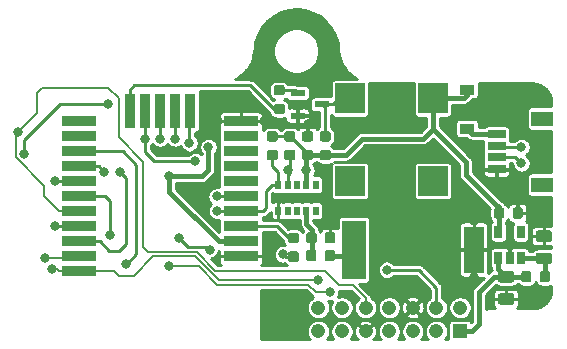
<source format=gbr>
G04 #@! TF.GenerationSoftware,KiCad,Pcbnew,(5.1.5)-3*
G04 #@! TF.CreationDate,2021-08-13T16:15:14-07:00*
G04 #@! TF.ProjectId,Xenigotchi-v1.5,58656e69-676f-4746-9368-692d76312e35,rev?*
G04 #@! TF.SameCoordinates,Original*
G04 #@! TF.FileFunction,Copper,L1,Top*
G04 #@! TF.FilePolarity,Positive*
%FSLAX46Y46*%
G04 Gerber Fmt 4.6, Leading zero omitted, Abs format (unit mm)*
G04 Created by KiCad (PCBNEW (5.1.5)-3) date 2021-08-13 16:15:14*
%MOMM*%
%LPD*%
G04 APERTURE LIST*
%ADD10R,1.200000X0.900000*%
%ADD11R,0.650000X1.060000*%
%ADD12C,0.100000*%
%ADD13R,1.905000X1.295400*%
%ADD14R,1.549400X0.660400*%
%ADD15R,2.500000X2.500000*%
%ADD16R,1.300000X0.600000*%
%ADD17R,2.000000X5.000000*%
%ADD18R,1.700000X4.000000*%
%ADD19R,3.000000X0.900000*%
%ADD20R,0.900000X3.000000*%
%ADD21R,0.500000X0.800000*%
%ADD22R,1.208000X1.208000*%
%ADD23C,1.208000*%
%ADD24C,0.800000*%
%ADD25C,0.250000*%
%ADD26C,0.381000*%
%ADD27C,0.400000*%
%ADD28C,0.254000*%
%ADD29C,0.177800*%
G04 APERTURE END LIST*
D10*
X181600000Y-97650000D03*
X181600000Y-100950000D03*
D11*
X184250000Y-109700000D03*
X186150000Y-109700000D03*
X186150000Y-111900000D03*
X185200000Y-111900000D03*
X184250000Y-111900000D03*
G04 #@! TA.AperFunction,SMDPad,CuDef*
D12*
G36*
X186852691Y-113026053D02*
G01*
X186873926Y-113029203D01*
X186894750Y-113034419D01*
X186914962Y-113041651D01*
X186934368Y-113050830D01*
X186952781Y-113061866D01*
X186970024Y-113074654D01*
X186985930Y-113089070D01*
X187000346Y-113104976D01*
X187013134Y-113122219D01*
X187024170Y-113140632D01*
X187033349Y-113160038D01*
X187040581Y-113180250D01*
X187045797Y-113201074D01*
X187048947Y-113222309D01*
X187050000Y-113243750D01*
X187050000Y-113756250D01*
X187048947Y-113777691D01*
X187045797Y-113798926D01*
X187040581Y-113819750D01*
X187033349Y-113839962D01*
X187024170Y-113859368D01*
X187013134Y-113877781D01*
X187000346Y-113895024D01*
X186985930Y-113910930D01*
X186970024Y-113925346D01*
X186952781Y-113938134D01*
X186934368Y-113949170D01*
X186914962Y-113958349D01*
X186894750Y-113965581D01*
X186873926Y-113970797D01*
X186852691Y-113973947D01*
X186831250Y-113975000D01*
X186393750Y-113975000D01*
X186372309Y-113973947D01*
X186351074Y-113970797D01*
X186330250Y-113965581D01*
X186310038Y-113958349D01*
X186290632Y-113949170D01*
X186272219Y-113938134D01*
X186254976Y-113925346D01*
X186239070Y-113910930D01*
X186224654Y-113895024D01*
X186211866Y-113877781D01*
X186200830Y-113859368D01*
X186191651Y-113839962D01*
X186184419Y-113819750D01*
X186179203Y-113798926D01*
X186176053Y-113777691D01*
X186175000Y-113756250D01*
X186175000Y-113243750D01*
X186176053Y-113222309D01*
X186179203Y-113201074D01*
X186184419Y-113180250D01*
X186191651Y-113160038D01*
X186200830Y-113140632D01*
X186211866Y-113122219D01*
X186224654Y-113104976D01*
X186239070Y-113089070D01*
X186254976Y-113074654D01*
X186272219Y-113061866D01*
X186290632Y-113050830D01*
X186310038Y-113041651D01*
X186330250Y-113034419D01*
X186351074Y-113029203D01*
X186372309Y-113026053D01*
X186393750Y-113025000D01*
X186831250Y-113025000D01*
X186852691Y-113026053D01*
G37*
G04 #@! TD.AperFunction*
G04 #@! TA.AperFunction,SMDPad,CuDef*
G36*
X188427691Y-113026053D02*
G01*
X188448926Y-113029203D01*
X188469750Y-113034419D01*
X188489962Y-113041651D01*
X188509368Y-113050830D01*
X188527781Y-113061866D01*
X188545024Y-113074654D01*
X188560930Y-113089070D01*
X188575346Y-113104976D01*
X188588134Y-113122219D01*
X188599170Y-113140632D01*
X188608349Y-113160038D01*
X188615581Y-113180250D01*
X188620797Y-113201074D01*
X188623947Y-113222309D01*
X188625000Y-113243750D01*
X188625000Y-113756250D01*
X188623947Y-113777691D01*
X188620797Y-113798926D01*
X188615581Y-113819750D01*
X188608349Y-113839962D01*
X188599170Y-113859368D01*
X188588134Y-113877781D01*
X188575346Y-113895024D01*
X188560930Y-113910930D01*
X188545024Y-113925346D01*
X188527781Y-113938134D01*
X188509368Y-113949170D01*
X188489962Y-113958349D01*
X188469750Y-113965581D01*
X188448926Y-113970797D01*
X188427691Y-113973947D01*
X188406250Y-113975000D01*
X187968750Y-113975000D01*
X187947309Y-113973947D01*
X187926074Y-113970797D01*
X187905250Y-113965581D01*
X187885038Y-113958349D01*
X187865632Y-113949170D01*
X187847219Y-113938134D01*
X187829976Y-113925346D01*
X187814070Y-113910930D01*
X187799654Y-113895024D01*
X187786866Y-113877781D01*
X187775830Y-113859368D01*
X187766651Y-113839962D01*
X187759419Y-113819750D01*
X187754203Y-113798926D01*
X187751053Y-113777691D01*
X187750000Y-113756250D01*
X187750000Y-113243750D01*
X187751053Y-113222309D01*
X187754203Y-113201074D01*
X187759419Y-113180250D01*
X187766651Y-113160038D01*
X187775830Y-113140632D01*
X187786866Y-113122219D01*
X187799654Y-113104976D01*
X187814070Y-113089070D01*
X187829976Y-113074654D01*
X187847219Y-113061866D01*
X187865632Y-113050830D01*
X187885038Y-113041651D01*
X187905250Y-113034419D01*
X187926074Y-113029203D01*
X187947309Y-113026053D01*
X187968750Y-113025000D01*
X188406250Y-113025000D01*
X188427691Y-113026053D01*
G37*
G04 #@! TD.AperFunction*
D13*
X187976501Y-105699999D03*
X187976501Y-100100001D03*
D14*
X184101500Y-101400000D03*
X184101500Y-102400001D03*
X184101500Y-103399999D03*
X184101500Y-104400000D03*
D15*
X178700000Y-98400000D03*
X178700000Y-105400000D03*
X171700000Y-105400000D03*
X171700000Y-98400000D03*
D16*
X169350000Y-98900000D03*
X167250000Y-97950000D03*
X167250000Y-99850000D03*
G04 #@! TA.AperFunction,SMDPad,CuDef*
D12*
G36*
X168377691Y-101176053D02*
G01*
X168398926Y-101179203D01*
X168419750Y-101184419D01*
X168439962Y-101191651D01*
X168459368Y-101200830D01*
X168477781Y-101211866D01*
X168495024Y-101224654D01*
X168510930Y-101239070D01*
X168525346Y-101254976D01*
X168538134Y-101272219D01*
X168549170Y-101290632D01*
X168558349Y-101310038D01*
X168565581Y-101330250D01*
X168570797Y-101351074D01*
X168573947Y-101372309D01*
X168575000Y-101393750D01*
X168575000Y-101831250D01*
X168573947Y-101852691D01*
X168570797Y-101873926D01*
X168565581Y-101894750D01*
X168558349Y-101914962D01*
X168549170Y-101934368D01*
X168538134Y-101952781D01*
X168525346Y-101970024D01*
X168510930Y-101985930D01*
X168495024Y-102000346D01*
X168477781Y-102013134D01*
X168459368Y-102024170D01*
X168439962Y-102033349D01*
X168419750Y-102040581D01*
X168398926Y-102045797D01*
X168377691Y-102048947D01*
X168356250Y-102050000D01*
X167843750Y-102050000D01*
X167822309Y-102048947D01*
X167801074Y-102045797D01*
X167780250Y-102040581D01*
X167760038Y-102033349D01*
X167740632Y-102024170D01*
X167722219Y-102013134D01*
X167704976Y-102000346D01*
X167689070Y-101985930D01*
X167674654Y-101970024D01*
X167661866Y-101952781D01*
X167650830Y-101934368D01*
X167641651Y-101914962D01*
X167634419Y-101894750D01*
X167629203Y-101873926D01*
X167626053Y-101852691D01*
X167625000Y-101831250D01*
X167625000Y-101393750D01*
X167626053Y-101372309D01*
X167629203Y-101351074D01*
X167634419Y-101330250D01*
X167641651Y-101310038D01*
X167650830Y-101290632D01*
X167661866Y-101272219D01*
X167674654Y-101254976D01*
X167689070Y-101239070D01*
X167704976Y-101224654D01*
X167722219Y-101211866D01*
X167740632Y-101200830D01*
X167760038Y-101191651D01*
X167780250Y-101184419D01*
X167801074Y-101179203D01*
X167822309Y-101176053D01*
X167843750Y-101175000D01*
X168356250Y-101175000D01*
X168377691Y-101176053D01*
G37*
G04 #@! TD.AperFunction*
G04 #@! TA.AperFunction,SMDPad,CuDef*
G36*
X168377691Y-102751053D02*
G01*
X168398926Y-102754203D01*
X168419750Y-102759419D01*
X168439962Y-102766651D01*
X168459368Y-102775830D01*
X168477781Y-102786866D01*
X168495024Y-102799654D01*
X168510930Y-102814070D01*
X168525346Y-102829976D01*
X168538134Y-102847219D01*
X168549170Y-102865632D01*
X168558349Y-102885038D01*
X168565581Y-102905250D01*
X168570797Y-102926074D01*
X168573947Y-102947309D01*
X168575000Y-102968750D01*
X168575000Y-103406250D01*
X168573947Y-103427691D01*
X168570797Y-103448926D01*
X168565581Y-103469750D01*
X168558349Y-103489962D01*
X168549170Y-103509368D01*
X168538134Y-103527781D01*
X168525346Y-103545024D01*
X168510930Y-103560930D01*
X168495024Y-103575346D01*
X168477781Y-103588134D01*
X168459368Y-103599170D01*
X168439962Y-103608349D01*
X168419750Y-103615581D01*
X168398926Y-103620797D01*
X168377691Y-103623947D01*
X168356250Y-103625000D01*
X167843750Y-103625000D01*
X167822309Y-103623947D01*
X167801074Y-103620797D01*
X167780250Y-103615581D01*
X167760038Y-103608349D01*
X167740632Y-103599170D01*
X167722219Y-103588134D01*
X167704976Y-103575346D01*
X167689070Y-103560930D01*
X167674654Y-103545024D01*
X167661866Y-103527781D01*
X167650830Y-103509368D01*
X167641651Y-103489962D01*
X167634419Y-103469750D01*
X167629203Y-103448926D01*
X167626053Y-103427691D01*
X167625000Y-103406250D01*
X167625000Y-102968750D01*
X167626053Y-102947309D01*
X167629203Y-102926074D01*
X167634419Y-102905250D01*
X167641651Y-102885038D01*
X167650830Y-102865632D01*
X167661866Y-102847219D01*
X167674654Y-102829976D01*
X167689070Y-102814070D01*
X167704976Y-102799654D01*
X167722219Y-102786866D01*
X167740632Y-102775830D01*
X167760038Y-102766651D01*
X167780250Y-102759419D01*
X167801074Y-102754203D01*
X167822309Y-102751053D01*
X167843750Y-102750000D01*
X168356250Y-102750000D01*
X168377691Y-102751053D01*
G37*
G04 #@! TD.AperFunction*
D17*
X172025000Y-111200000D03*
D18*
X182175000Y-111200000D03*
D19*
X148750000Y-113025000D03*
X148750000Y-111755000D03*
X148750000Y-110485000D03*
X148750000Y-109215000D03*
X148750000Y-107945000D03*
X148750000Y-106675000D03*
X148750000Y-105405000D03*
X148750000Y-104135000D03*
X148750000Y-102865000D03*
X148750000Y-101595000D03*
X148750000Y-100325000D03*
D20*
X158140000Y-99425000D03*
X156870000Y-99425000D03*
X153060000Y-99425000D03*
X154330000Y-99425000D03*
D19*
X162450000Y-111755000D03*
X162450000Y-110485000D03*
X162450000Y-109215000D03*
X162450000Y-107945000D03*
X162450000Y-106675000D03*
X162450000Y-105405000D03*
X162450000Y-104135000D03*
X162450000Y-102865000D03*
X162450000Y-101595000D03*
X162450000Y-100325000D03*
D20*
X155600000Y-99425000D03*
D21*
X168800000Y-105700000D03*
X168000000Y-105700000D03*
X167200000Y-105700000D03*
X166400000Y-105700000D03*
X165600000Y-105700000D03*
X165600000Y-107900000D03*
X166400000Y-107900000D03*
X167200000Y-107900000D03*
X168000000Y-107900000D03*
X168800000Y-107900000D03*
D22*
X181010000Y-118120000D03*
D23*
X179010000Y-118120000D03*
X177010000Y-118120000D03*
X175010000Y-118120000D03*
X173010000Y-118120000D03*
X171010000Y-118120000D03*
X169010000Y-118120000D03*
X181010000Y-116120000D03*
X179010000Y-116120000D03*
X177010000Y-116120000D03*
X175010000Y-116120000D03*
X173010000Y-116120000D03*
X171010000Y-116120000D03*
X169010000Y-116120000D03*
G04 #@! TA.AperFunction,SMDPad,CuDef*
D12*
G36*
X166877691Y-102751053D02*
G01*
X166898926Y-102754203D01*
X166919750Y-102759419D01*
X166939962Y-102766651D01*
X166959368Y-102775830D01*
X166977781Y-102786866D01*
X166995024Y-102799654D01*
X167010930Y-102814070D01*
X167025346Y-102829976D01*
X167038134Y-102847219D01*
X167049170Y-102865632D01*
X167058349Y-102885038D01*
X167065581Y-102905250D01*
X167070797Y-102926074D01*
X167073947Y-102947309D01*
X167075000Y-102968750D01*
X167075000Y-103406250D01*
X167073947Y-103427691D01*
X167070797Y-103448926D01*
X167065581Y-103469750D01*
X167058349Y-103489962D01*
X167049170Y-103509368D01*
X167038134Y-103527781D01*
X167025346Y-103545024D01*
X167010930Y-103560930D01*
X166995024Y-103575346D01*
X166977781Y-103588134D01*
X166959368Y-103599170D01*
X166939962Y-103608349D01*
X166919750Y-103615581D01*
X166898926Y-103620797D01*
X166877691Y-103623947D01*
X166856250Y-103625000D01*
X166343750Y-103625000D01*
X166322309Y-103623947D01*
X166301074Y-103620797D01*
X166280250Y-103615581D01*
X166260038Y-103608349D01*
X166240632Y-103599170D01*
X166222219Y-103588134D01*
X166204976Y-103575346D01*
X166189070Y-103560930D01*
X166174654Y-103545024D01*
X166161866Y-103527781D01*
X166150830Y-103509368D01*
X166141651Y-103489962D01*
X166134419Y-103469750D01*
X166129203Y-103448926D01*
X166126053Y-103427691D01*
X166125000Y-103406250D01*
X166125000Y-102968750D01*
X166126053Y-102947309D01*
X166129203Y-102926074D01*
X166134419Y-102905250D01*
X166141651Y-102885038D01*
X166150830Y-102865632D01*
X166161866Y-102847219D01*
X166174654Y-102829976D01*
X166189070Y-102814070D01*
X166204976Y-102799654D01*
X166222219Y-102786866D01*
X166240632Y-102775830D01*
X166260038Y-102766651D01*
X166280250Y-102759419D01*
X166301074Y-102754203D01*
X166322309Y-102751053D01*
X166343750Y-102750000D01*
X166856250Y-102750000D01*
X166877691Y-102751053D01*
G37*
G04 #@! TD.AperFunction*
G04 #@! TA.AperFunction,SMDPad,CuDef*
G36*
X166877691Y-101176053D02*
G01*
X166898926Y-101179203D01*
X166919750Y-101184419D01*
X166939962Y-101191651D01*
X166959368Y-101200830D01*
X166977781Y-101211866D01*
X166995024Y-101224654D01*
X167010930Y-101239070D01*
X167025346Y-101254976D01*
X167038134Y-101272219D01*
X167049170Y-101290632D01*
X167058349Y-101310038D01*
X167065581Y-101330250D01*
X167070797Y-101351074D01*
X167073947Y-101372309D01*
X167075000Y-101393750D01*
X167075000Y-101831250D01*
X167073947Y-101852691D01*
X167070797Y-101873926D01*
X167065581Y-101894750D01*
X167058349Y-101914962D01*
X167049170Y-101934368D01*
X167038134Y-101952781D01*
X167025346Y-101970024D01*
X167010930Y-101985930D01*
X166995024Y-102000346D01*
X166977781Y-102013134D01*
X166959368Y-102024170D01*
X166939962Y-102033349D01*
X166919750Y-102040581D01*
X166898926Y-102045797D01*
X166877691Y-102048947D01*
X166856250Y-102050000D01*
X166343750Y-102050000D01*
X166322309Y-102048947D01*
X166301074Y-102045797D01*
X166280250Y-102040581D01*
X166260038Y-102033349D01*
X166240632Y-102024170D01*
X166222219Y-102013134D01*
X166204976Y-102000346D01*
X166189070Y-101985930D01*
X166174654Y-101970024D01*
X166161866Y-101952781D01*
X166150830Y-101934368D01*
X166141651Y-101914962D01*
X166134419Y-101894750D01*
X166129203Y-101873926D01*
X166126053Y-101852691D01*
X166125000Y-101831250D01*
X166125000Y-101393750D01*
X166126053Y-101372309D01*
X166129203Y-101351074D01*
X166134419Y-101330250D01*
X166141651Y-101310038D01*
X166150830Y-101290632D01*
X166161866Y-101272219D01*
X166174654Y-101254976D01*
X166189070Y-101239070D01*
X166204976Y-101224654D01*
X166222219Y-101211866D01*
X166240632Y-101200830D01*
X166260038Y-101191651D01*
X166280250Y-101184419D01*
X166301074Y-101179203D01*
X166322309Y-101176053D01*
X166343750Y-101175000D01*
X166856250Y-101175000D01*
X166877691Y-101176053D01*
G37*
G04 #@! TD.AperFunction*
G04 #@! TA.AperFunction,SMDPad,CuDef*
G36*
X185380142Y-114888674D02*
G01*
X185403803Y-114892184D01*
X185427007Y-114897996D01*
X185449529Y-114906054D01*
X185471153Y-114916282D01*
X185491670Y-114928579D01*
X185510883Y-114942829D01*
X185528607Y-114958893D01*
X185544671Y-114976617D01*
X185558921Y-114995830D01*
X185571218Y-115016347D01*
X185581446Y-115037971D01*
X185589504Y-115060493D01*
X185595316Y-115083697D01*
X185598826Y-115107358D01*
X185600000Y-115131250D01*
X185600000Y-115618750D01*
X185598826Y-115642642D01*
X185595316Y-115666303D01*
X185589504Y-115689507D01*
X185581446Y-115712029D01*
X185571218Y-115733653D01*
X185558921Y-115754170D01*
X185544671Y-115773383D01*
X185528607Y-115791107D01*
X185510883Y-115807171D01*
X185491670Y-115821421D01*
X185471153Y-115833718D01*
X185449529Y-115843946D01*
X185427007Y-115852004D01*
X185403803Y-115857816D01*
X185380142Y-115861326D01*
X185356250Y-115862500D01*
X184443750Y-115862500D01*
X184419858Y-115861326D01*
X184396197Y-115857816D01*
X184372993Y-115852004D01*
X184350471Y-115843946D01*
X184328847Y-115833718D01*
X184308330Y-115821421D01*
X184289117Y-115807171D01*
X184271393Y-115791107D01*
X184255329Y-115773383D01*
X184241079Y-115754170D01*
X184228782Y-115733653D01*
X184218554Y-115712029D01*
X184210496Y-115689507D01*
X184204684Y-115666303D01*
X184201174Y-115642642D01*
X184200000Y-115618750D01*
X184200000Y-115131250D01*
X184201174Y-115107358D01*
X184204684Y-115083697D01*
X184210496Y-115060493D01*
X184218554Y-115037971D01*
X184228782Y-115016347D01*
X184241079Y-114995830D01*
X184255329Y-114976617D01*
X184271393Y-114958893D01*
X184289117Y-114942829D01*
X184308330Y-114928579D01*
X184328847Y-114916282D01*
X184350471Y-114906054D01*
X184372993Y-114897996D01*
X184396197Y-114892184D01*
X184419858Y-114888674D01*
X184443750Y-114887500D01*
X185356250Y-114887500D01*
X185380142Y-114888674D01*
G37*
G04 #@! TD.AperFunction*
G04 #@! TA.AperFunction,SMDPad,CuDef*
G36*
X185380142Y-113013674D02*
G01*
X185403803Y-113017184D01*
X185427007Y-113022996D01*
X185449529Y-113031054D01*
X185471153Y-113041282D01*
X185491670Y-113053579D01*
X185510883Y-113067829D01*
X185528607Y-113083893D01*
X185544671Y-113101617D01*
X185558921Y-113120830D01*
X185571218Y-113141347D01*
X185581446Y-113162971D01*
X185589504Y-113185493D01*
X185595316Y-113208697D01*
X185598826Y-113232358D01*
X185600000Y-113256250D01*
X185600000Y-113743750D01*
X185598826Y-113767642D01*
X185595316Y-113791303D01*
X185589504Y-113814507D01*
X185581446Y-113837029D01*
X185571218Y-113858653D01*
X185558921Y-113879170D01*
X185544671Y-113898383D01*
X185528607Y-113916107D01*
X185510883Y-113932171D01*
X185491670Y-113946421D01*
X185471153Y-113958718D01*
X185449529Y-113968946D01*
X185427007Y-113977004D01*
X185403803Y-113982816D01*
X185380142Y-113986326D01*
X185356250Y-113987500D01*
X184443750Y-113987500D01*
X184419858Y-113986326D01*
X184396197Y-113982816D01*
X184372993Y-113977004D01*
X184350471Y-113968946D01*
X184328847Y-113958718D01*
X184308330Y-113946421D01*
X184289117Y-113932171D01*
X184271393Y-113916107D01*
X184255329Y-113898383D01*
X184241079Y-113879170D01*
X184228782Y-113858653D01*
X184218554Y-113837029D01*
X184210496Y-113814507D01*
X184204684Y-113791303D01*
X184201174Y-113767642D01*
X184200000Y-113743750D01*
X184200000Y-113256250D01*
X184201174Y-113232358D01*
X184204684Y-113208697D01*
X184210496Y-113185493D01*
X184218554Y-113162971D01*
X184228782Y-113141347D01*
X184241079Y-113120830D01*
X184255329Y-113101617D01*
X184271393Y-113083893D01*
X184289117Y-113067829D01*
X184308330Y-113053579D01*
X184328847Y-113041282D01*
X184350471Y-113031054D01*
X184372993Y-113022996D01*
X184396197Y-113017184D01*
X184419858Y-113013674D01*
X184443750Y-113012500D01*
X185356250Y-113012500D01*
X185380142Y-113013674D01*
G37*
G04 #@! TD.AperFunction*
G04 #@! TA.AperFunction,SMDPad,CuDef*
G36*
X188580142Y-109576174D02*
G01*
X188603803Y-109579684D01*
X188627007Y-109585496D01*
X188649529Y-109593554D01*
X188671153Y-109603782D01*
X188691670Y-109616079D01*
X188710883Y-109630329D01*
X188728607Y-109646393D01*
X188744671Y-109664117D01*
X188758921Y-109683330D01*
X188771218Y-109703847D01*
X188781446Y-109725471D01*
X188789504Y-109747993D01*
X188795316Y-109771197D01*
X188798826Y-109794858D01*
X188800000Y-109818750D01*
X188800000Y-110306250D01*
X188798826Y-110330142D01*
X188795316Y-110353803D01*
X188789504Y-110377007D01*
X188781446Y-110399529D01*
X188771218Y-110421153D01*
X188758921Y-110441670D01*
X188744671Y-110460883D01*
X188728607Y-110478607D01*
X188710883Y-110494671D01*
X188691670Y-110508921D01*
X188671153Y-110521218D01*
X188649529Y-110531446D01*
X188627007Y-110539504D01*
X188603803Y-110545316D01*
X188580142Y-110548826D01*
X188556250Y-110550000D01*
X187643750Y-110550000D01*
X187619858Y-110548826D01*
X187596197Y-110545316D01*
X187572993Y-110539504D01*
X187550471Y-110531446D01*
X187528847Y-110521218D01*
X187508330Y-110508921D01*
X187489117Y-110494671D01*
X187471393Y-110478607D01*
X187455329Y-110460883D01*
X187441079Y-110441670D01*
X187428782Y-110421153D01*
X187418554Y-110399529D01*
X187410496Y-110377007D01*
X187404684Y-110353803D01*
X187401174Y-110330142D01*
X187400000Y-110306250D01*
X187400000Y-109818750D01*
X187401174Y-109794858D01*
X187404684Y-109771197D01*
X187410496Y-109747993D01*
X187418554Y-109725471D01*
X187428782Y-109703847D01*
X187441079Y-109683330D01*
X187455329Y-109664117D01*
X187471393Y-109646393D01*
X187489117Y-109630329D01*
X187508330Y-109616079D01*
X187528847Y-109603782D01*
X187550471Y-109593554D01*
X187572993Y-109585496D01*
X187596197Y-109579684D01*
X187619858Y-109576174D01*
X187643750Y-109575000D01*
X188556250Y-109575000D01*
X188580142Y-109576174D01*
G37*
G04 #@! TD.AperFunction*
G04 #@! TA.AperFunction,SMDPad,CuDef*
G36*
X188580142Y-111451174D02*
G01*
X188603803Y-111454684D01*
X188627007Y-111460496D01*
X188649529Y-111468554D01*
X188671153Y-111478782D01*
X188691670Y-111491079D01*
X188710883Y-111505329D01*
X188728607Y-111521393D01*
X188744671Y-111539117D01*
X188758921Y-111558330D01*
X188771218Y-111578847D01*
X188781446Y-111600471D01*
X188789504Y-111622993D01*
X188795316Y-111646197D01*
X188798826Y-111669858D01*
X188800000Y-111693750D01*
X188800000Y-112181250D01*
X188798826Y-112205142D01*
X188795316Y-112228803D01*
X188789504Y-112252007D01*
X188781446Y-112274529D01*
X188771218Y-112296153D01*
X188758921Y-112316670D01*
X188744671Y-112335883D01*
X188728607Y-112353607D01*
X188710883Y-112369671D01*
X188691670Y-112383921D01*
X188671153Y-112396218D01*
X188649529Y-112406446D01*
X188627007Y-112414504D01*
X188603803Y-112420316D01*
X188580142Y-112423826D01*
X188556250Y-112425000D01*
X187643750Y-112425000D01*
X187619858Y-112423826D01*
X187596197Y-112420316D01*
X187572993Y-112414504D01*
X187550471Y-112406446D01*
X187528847Y-112396218D01*
X187508330Y-112383921D01*
X187489117Y-112369671D01*
X187471393Y-112353607D01*
X187455329Y-112335883D01*
X187441079Y-112316670D01*
X187428782Y-112296153D01*
X187418554Y-112274529D01*
X187410496Y-112252007D01*
X187404684Y-112228803D01*
X187401174Y-112205142D01*
X187400000Y-112181250D01*
X187400000Y-111693750D01*
X187401174Y-111669858D01*
X187404684Y-111646197D01*
X187410496Y-111622993D01*
X187418554Y-111600471D01*
X187428782Y-111578847D01*
X187441079Y-111558330D01*
X187455329Y-111539117D01*
X187471393Y-111521393D01*
X187489117Y-111505329D01*
X187508330Y-111491079D01*
X187528847Y-111478782D01*
X187550471Y-111468554D01*
X187572993Y-111460496D01*
X187596197Y-111454684D01*
X187619858Y-111451174D01*
X187643750Y-111450000D01*
X188556250Y-111450000D01*
X188580142Y-111451174D01*
G37*
G04 #@! TD.AperFunction*
G04 #@! TA.AperFunction,SMDPad,CuDef*
G36*
X170240191Y-109726053D02*
G01*
X170261426Y-109729203D01*
X170282250Y-109734419D01*
X170302462Y-109741651D01*
X170321868Y-109750830D01*
X170340281Y-109761866D01*
X170357524Y-109774654D01*
X170373430Y-109789070D01*
X170387846Y-109804976D01*
X170400634Y-109822219D01*
X170411670Y-109840632D01*
X170420849Y-109860038D01*
X170428081Y-109880250D01*
X170433297Y-109901074D01*
X170436447Y-109922309D01*
X170437500Y-109943750D01*
X170437500Y-110456250D01*
X170436447Y-110477691D01*
X170433297Y-110498926D01*
X170428081Y-110519750D01*
X170420849Y-110539962D01*
X170411670Y-110559368D01*
X170400634Y-110577781D01*
X170387846Y-110595024D01*
X170373430Y-110610930D01*
X170357524Y-110625346D01*
X170340281Y-110638134D01*
X170321868Y-110649170D01*
X170302462Y-110658349D01*
X170282250Y-110665581D01*
X170261426Y-110670797D01*
X170240191Y-110673947D01*
X170218750Y-110675000D01*
X169781250Y-110675000D01*
X169759809Y-110673947D01*
X169738574Y-110670797D01*
X169717750Y-110665581D01*
X169697538Y-110658349D01*
X169678132Y-110649170D01*
X169659719Y-110638134D01*
X169642476Y-110625346D01*
X169626570Y-110610930D01*
X169612154Y-110595024D01*
X169599366Y-110577781D01*
X169588330Y-110559368D01*
X169579151Y-110539962D01*
X169571919Y-110519750D01*
X169566703Y-110498926D01*
X169563553Y-110477691D01*
X169562500Y-110456250D01*
X169562500Y-109943750D01*
X169563553Y-109922309D01*
X169566703Y-109901074D01*
X169571919Y-109880250D01*
X169579151Y-109860038D01*
X169588330Y-109840632D01*
X169599366Y-109822219D01*
X169612154Y-109804976D01*
X169626570Y-109789070D01*
X169642476Y-109774654D01*
X169659719Y-109761866D01*
X169678132Y-109750830D01*
X169697538Y-109741651D01*
X169717750Y-109734419D01*
X169738574Y-109729203D01*
X169759809Y-109726053D01*
X169781250Y-109725000D01*
X170218750Y-109725000D01*
X170240191Y-109726053D01*
G37*
G04 #@! TD.AperFunction*
G04 #@! TA.AperFunction,SMDPad,CuDef*
G36*
X168665191Y-109726053D02*
G01*
X168686426Y-109729203D01*
X168707250Y-109734419D01*
X168727462Y-109741651D01*
X168746868Y-109750830D01*
X168765281Y-109761866D01*
X168782524Y-109774654D01*
X168798430Y-109789070D01*
X168812846Y-109804976D01*
X168825634Y-109822219D01*
X168836670Y-109840632D01*
X168845849Y-109860038D01*
X168853081Y-109880250D01*
X168858297Y-109901074D01*
X168861447Y-109922309D01*
X168862500Y-109943750D01*
X168862500Y-110456250D01*
X168861447Y-110477691D01*
X168858297Y-110498926D01*
X168853081Y-110519750D01*
X168845849Y-110539962D01*
X168836670Y-110559368D01*
X168825634Y-110577781D01*
X168812846Y-110595024D01*
X168798430Y-110610930D01*
X168782524Y-110625346D01*
X168765281Y-110638134D01*
X168746868Y-110649170D01*
X168727462Y-110658349D01*
X168707250Y-110665581D01*
X168686426Y-110670797D01*
X168665191Y-110673947D01*
X168643750Y-110675000D01*
X168206250Y-110675000D01*
X168184809Y-110673947D01*
X168163574Y-110670797D01*
X168142750Y-110665581D01*
X168122538Y-110658349D01*
X168103132Y-110649170D01*
X168084719Y-110638134D01*
X168067476Y-110625346D01*
X168051570Y-110610930D01*
X168037154Y-110595024D01*
X168024366Y-110577781D01*
X168013330Y-110559368D01*
X168004151Y-110539962D01*
X167996919Y-110519750D01*
X167991703Y-110498926D01*
X167988553Y-110477691D01*
X167987500Y-110456250D01*
X167987500Y-109943750D01*
X167988553Y-109922309D01*
X167991703Y-109901074D01*
X167996919Y-109880250D01*
X168004151Y-109860038D01*
X168013330Y-109840632D01*
X168024366Y-109822219D01*
X168037154Y-109804976D01*
X168051570Y-109789070D01*
X168067476Y-109774654D01*
X168084719Y-109761866D01*
X168103132Y-109750830D01*
X168122538Y-109741651D01*
X168142750Y-109734419D01*
X168163574Y-109729203D01*
X168184809Y-109726053D01*
X168206250Y-109725000D01*
X168643750Y-109725000D01*
X168665191Y-109726053D01*
G37*
G04 #@! TD.AperFunction*
G04 #@! TA.AperFunction,SMDPad,CuDef*
G36*
X165977691Y-98851053D02*
G01*
X165998926Y-98854203D01*
X166019750Y-98859419D01*
X166039962Y-98866651D01*
X166059368Y-98875830D01*
X166077781Y-98886866D01*
X166095024Y-98899654D01*
X166110930Y-98914070D01*
X166125346Y-98929976D01*
X166138134Y-98947219D01*
X166149170Y-98965632D01*
X166158349Y-98985038D01*
X166165581Y-99005250D01*
X166170797Y-99026074D01*
X166173947Y-99047309D01*
X166175000Y-99068750D01*
X166175000Y-99506250D01*
X166173947Y-99527691D01*
X166170797Y-99548926D01*
X166165581Y-99569750D01*
X166158349Y-99589962D01*
X166149170Y-99609368D01*
X166138134Y-99627781D01*
X166125346Y-99645024D01*
X166110930Y-99660930D01*
X166095024Y-99675346D01*
X166077781Y-99688134D01*
X166059368Y-99699170D01*
X166039962Y-99708349D01*
X166019750Y-99715581D01*
X165998926Y-99720797D01*
X165977691Y-99723947D01*
X165956250Y-99725000D01*
X165443750Y-99725000D01*
X165422309Y-99723947D01*
X165401074Y-99720797D01*
X165380250Y-99715581D01*
X165360038Y-99708349D01*
X165340632Y-99699170D01*
X165322219Y-99688134D01*
X165304976Y-99675346D01*
X165289070Y-99660930D01*
X165274654Y-99645024D01*
X165261866Y-99627781D01*
X165250830Y-99609368D01*
X165241651Y-99589962D01*
X165234419Y-99569750D01*
X165229203Y-99548926D01*
X165226053Y-99527691D01*
X165225000Y-99506250D01*
X165225000Y-99068750D01*
X165226053Y-99047309D01*
X165229203Y-99026074D01*
X165234419Y-99005250D01*
X165241651Y-98985038D01*
X165250830Y-98965632D01*
X165261866Y-98947219D01*
X165274654Y-98929976D01*
X165289070Y-98914070D01*
X165304976Y-98899654D01*
X165322219Y-98886866D01*
X165340632Y-98875830D01*
X165360038Y-98866651D01*
X165380250Y-98859419D01*
X165401074Y-98854203D01*
X165422309Y-98851053D01*
X165443750Y-98850000D01*
X165956250Y-98850000D01*
X165977691Y-98851053D01*
G37*
G04 #@! TD.AperFunction*
G04 #@! TA.AperFunction,SMDPad,CuDef*
G36*
X165977691Y-97276053D02*
G01*
X165998926Y-97279203D01*
X166019750Y-97284419D01*
X166039962Y-97291651D01*
X166059368Y-97300830D01*
X166077781Y-97311866D01*
X166095024Y-97324654D01*
X166110930Y-97339070D01*
X166125346Y-97354976D01*
X166138134Y-97372219D01*
X166149170Y-97390632D01*
X166158349Y-97410038D01*
X166165581Y-97430250D01*
X166170797Y-97451074D01*
X166173947Y-97472309D01*
X166175000Y-97493750D01*
X166175000Y-97931250D01*
X166173947Y-97952691D01*
X166170797Y-97973926D01*
X166165581Y-97994750D01*
X166158349Y-98014962D01*
X166149170Y-98034368D01*
X166138134Y-98052781D01*
X166125346Y-98070024D01*
X166110930Y-98085930D01*
X166095024Y-98100346D01*
X166077781Y-98113134D01*
X166059368Y-98124170D01*
X166039962Y-98133349D01*
X166019750Y-98140581D01*
X165998926Y-98145797D01*
X165977691Y-98148947D01*
X165956250Y-98150000D01*
X165443750Y-98150000D01*
X165422309Y-98148947D01*
X165401074Y-98145797D01*
X165380250Y-98140581D01*
X165360038Y-98133349D01*
X165340632Y-98124170D01*
X165322219Y-98113134D01*
X165304976Y-98100346D01*
X165289070Y-98085930D01*
X165274654Y-98070024D01*
X165261866Y-98052781D01*
X165250830Y-98034368D01*
X165241651Y-98014962D01*
X165234419Y-97994750D01*
X165229203Y-97973926D01*
X165226053Y-97952691D01*
X165225000Y-97931250D01*
X165225000Y-97493750D01*
X165226053Y-97472309D01*
X165229203Y-97451074D01*
X165234419Y-97430250D01*
X165241651Y-97410038D01*
X165250830Y-97390632D01*
X165261866Y-97372219D01*
X165274654Y-97354976D01*
X165289070Y-97339070D01*
X165304976Y-97324654D01*
X165322219Y-97311866D01*
X165340632Y-97300830D01*
X165360038Y-97291651D01*
X165380250Y-97284419D01*
X165401074Y-97279203D01*
X165422309Y-97276053D01*
X165443750Y-97275000D01*
X165956250Y-97275000D01*
X165977691Y-97276053D01*
G37*
G04 #@! TD.AperFunction*
G04 #@! TA.AperFunction,SMDPad,CuDef*
G36*
X169877691Y-101176053D02*
G01*
X169898926Y-101179203D01*
X169919750Y-101184419D01*
X169939962Y-101191651D01*
X169959368Y-101200830D01*
X169977781Y-101211866D01*
X169995024Y-101224654D01*
X170010930Y-101239070D01*
X170025346Y-101254976D01*
X170038134Y-101272219D01*
X170049170Y-101290632D01*
X170058349Y-101310038D01*
X170065581Y-101330250D01*
X170070797Y-101351074D01*
X170073947Y-101372309D01*
X170075000Y-101393750D01*
X170075000Y-101831250D01*
X170073947Y-101852691D01*
X170070797Y-101873926D01*
X170065581Y-101894750D01*
X170058349Y-101914962D01*
X170049170Y-101934368D01*
X170038134Y-101952781D01*
X170025346Y-101970024D01*
X170010930Y-101985930D01*
X169995024Y-102000346D01*
X169977781Y-102013134D01*
X169959368Y-102024170D01*
X169939962Y-102033349D01*
X169919750Y-102040581D01*
X169898926Y-102045797D01*
X169877691Y-102048947D01*
X169856250Y-102050000D01*
X169343750Y-102050000D01*
X169322309Y-102048947D01*
X169301074Y-102045797D01*
X169280250Y-102040581D01*
X169260038Y-102033349D01*
X169240632Y-102024170D01*
X169222219Y-102013134D01*
X169204976Y-102000346D01*
X169189070Y-101985930D01*
X169174654Y-101970024D01*
X169161866Y-101952781D01*
X169150830Y-101934368D01*
X169141651Y-101914962D01*
X169134419Y-101894750D01*
X169129203Y-101873926D01*
X169126053Y-101852691D01*
X169125000Y-101831250D01*
X169125000Y-101393750D01*
X169126053Y-101372309D01*
X169129203Y-101351074D01*
X169134419Y-101330250D01*
X169141651Y-101310038D01*
X169150830Y-101290632D01*
X169161866Y-101272219D01*
X169174654Y-101254976D01*
X169189070Y-101239070D01*
X169204976Y-101224654D01*
X169222219Y-101211866D01*
X169240632Y-101200830D01*
X169260038Y-101191651D01*
X169280250Y-101184419D01*
X169301074Y-101179203D01*
X169322309Y-101176053D01*
X169343750Y-101175000D01*
X169856250Y-101175000D01*
X169877691Y-101176053D01*
G37*
G04 #@! TD.AperFunction*
G04 #@! TA.AperFunction,SMDPad,CuDef*
G36*
X169877691Y-102751053D02*
G01*
X169898926Y-102754203D01*
X169919750Y-102759419D01*
X169939962Y-102766651D01*
X169959368Y-102775830D01*
X169977781Y-102786866D01*
X169995024Y-102799654D01*
X170010930Y-102814070D01*
X170025346Y-102829976D01*
X170038134Y-102847219D01*
X170049170Y-102865632D01*
X170058349Y-102885038D01*
X170065581Y-102905250D01*
X170070797Y-102926074D01*
X170073947Y-102947309D01*
X170075000Y-102968750D01*
X170075000Y-103406250D01*
X170073947Y-103427691D01*
X170070797Y-103448926D01*
X170065581Y-103469750D01*
X170058349Y-103489962D01*
X170049170Y-103509368D01*
X170038134Y-103527781D01*
X170025346Y-103545024D01*
X170010930Y-103560930D01*
X169995024Y-103575346D01*
X169977781Y-103588134D01*
X169959368Y-103599170D01*
X169939962Y-103608349D01*
X169919750Y-103615581D01*
X169898926Y-103620797D01*
X169877691Y-103623947D01*
X169856250Y-103625000D01*
X169343750Y-103625000D01*
X169322309Y-103623947D01*
X169301074Y-103620797D01*
X169280250Y-103615581D01*
X169260038Y-103608349D01*
X169240632Y-103599170D01*
X169222219Y-103588134D01*
X169204976Y-103575346D01*
X169189070Y-103560930D01*
X169174654Y-103545024D01*
X169161866Y-103527781D01*
X169150830Y-103509368D01*
X169141651Y-103489962D01*
X169134419Y-103469750D01*
X169129203Y-103448926D01*
X169126053Y-103427691D01*
X169125000Y-103406250D01*
X169125000Y-102968750D01*
X169126053Y-102947309D01*
X169129203Y-102926074D01*
X169134419Y-102905250D01*
X169141651Y-102885038D01*
X169150830Y-102865632D01*
X169161866Y-102847219D01*
X169174654Y-102829976D01*
X169189070Y-102814070D01*
X169204976Y-102799654D01*
X169222219Y-102786866D01*
X169240632Y-102775830D01*
X169260038Y-102766651D01*
X169280250Y-102759419D01*
X169301074Y-102754203D01*
X169322309Y-102751053D01*
X169343750Y-102750000D01*
X169856250Y-102750000D01*
X169877691Y-102751053D01*
G37*
G04 #@! TD.AperFunction*
G04 #@! TA.AperFunction,SMDPad,CuDef*
G36*
X167177691Y-111351053D02*
G01*
X167198926Y-111354203D01*
X167219750Y-111359419D01*
X167239962Y-111366651D01*
X167259368Y-111375830D01*
X167277781Y-111386866D01*
X167295024Y-111399654D01*
X167310930Y-111414070D01*
X167325346Y-111429976D01*
X167338134Y-111447219D01*
X167349170Y-111465632D01*
X167358349Y-111485038D01*
X167365581Y-111505250D01*
X167370797Y-111526074D01*
X167373947Y-111547309D01*
X167375000Y-111568750D01*
X167375000Y-112006250D01*
X167373947Y-112027691D01*
X167370797Y-112048926D01*
X167365581Y-112069750D01*
X167358349Y-112089962D01*
X167349170Y-112109368D01*
X167338134Y-112127781D01*
X167325346Y-112145024D01*
X167310930Y-112160930D01*
X167295024Y-112175346D01*
X167277781Y-112188134D01*
X167259368Y-112199170D01*
X167239962Y-112208349D01*
X167219750Y-112215581D01*
X167198926Y-112220797D01*
X167177691Y-112223947D01*
X167156250Y-112225000D01*
X166643750Y-112225000D01*
X166622309Y-112223947D01*
X166601074Y-112220797D01*
X166580250Y-112215581D01*
X166560038Y-112208349D01*
X166540632Y-112199170D01*
X166522219Y-112188134D01*
X166504976Y-112175346D01*
X166489070Y-112160930D01*
X166474654Y-112145024D01*
X166461866Y-112127781D01*
X166450830Y-112109368D01*
X166441651Y-112089962D01*
X166434419Y-112069750D01*
X166429203Y-112048926D01*
X166426053Y-112027691D01*
X166425000Y-112006250D01*
X166425000Y-111568750D01*
X166426053Y-111547309D01*
X166429203Y-111526074D01*
X166434419Y-111505250D01*
X166441651Y-111485038D01*
X166450830Y-111465632D01*
X166461866Y-111447219D01*
X166474654Y-111429976D01*
X166489070Y-111414070D01*
X166504976Y-111399654D01*
X166522219Y-111386866D01*
X166540632Y-111375830D01*
X166560038Y-111366651D01*
X166580250Y-111359419D01*
X166601074Y-111354203D01*
X166622309Y-111351053D01*
X166643750Y-111350000D01*
X167156250Y-111350000D01*
X167177691Y-111351053D01*
G37*
G04 #@! TD.AperFunction*
G04 #@! TA.AperFunction,SMDPad,CuDef*
G36*
X167177691Y-109776053D02*
G01*
X167198926Y-109779203D01*
X167219750Y-109784419D01*
X167239962Y-109791651D01*
X167259368Y-109800830D01*
X167277781Y-109811866D01*
X167295024Y-109824654D01*
X167310930Y-109839070D01*
X167325346Y-109854976D01*
X167338134Y-109872219D01*
X167349170Y-109890632D01*
X167358349Y-109910038D01*
X167365581Y-109930250D01*
X167370797Y-109951074D01*
X167373947Y-109972309D01*
X167375000Y-109993750D01*
X167375000Y-110431250D01*
X167373947Y-110452691D01*
X167370797Y-110473926D01*
X167365581Y-110494750D01*
X167358349Y-110514962D01*
X167349170Y-110534368D01*
X167338134Y-110552781D01*
X167325346Y-110570024D01*
X167310930Y-110585930D01*
X167295024Y-110600346D01*
X167277781Y-110613134D01*
X167259368Y-110624170D01*
X167239962Y-110633349D01*
X167219750Y-110640581D01*
X167198926Y-110645797D01*
X167177691Y-110648947D01*
X167156250Y-110650000D01*
X166643750Y-110650000D01*
X166622309Y-110648947D01*
X166601074Y-110645797D01*
X166580250Y-110640581D01*
X166560038Y-110633349D01*
X166540632Y-110624170D01*
X166522219Y-110613134D01*
X166504976Y-110600346D01*
X166489070Y-110585930D01*
X166474654Y-110570024D01*
X166461866Y-110552781D01*
X166450830Y-110534368D01*
X166441651Y-110514962D01*
X166434419Y-110494750D01*
X166429203Y-110473926D01*
X166426053Y-110452691D01*
X166425000Y-110431250D01*
X166425000Y-109993750D01*
X166426053Y-109972309D01*
X166429203Y-109951074D01*
X166434419Y-109930250D01*
X166441651Y-109910038D01*
X166450830Y-109890632D01*
X166461866Y-109872219D01*
X166474654Y-109854976D01*
X166489070Y-109839070D01*
X166504976Y-109824654D01*
X166522219Y-109811866D01*
X166540632Y-109800830D01*
X166560038Y-109791651D01*
X166580250Y-109784419D01*
X166601074Y-109779203D01*
X166622309Y-109776053D01*
X166643750Y-109775000D01*
X167156250Y-109775000D01*
X167177691Y-109776053D01*
G37*
G04 #@! TD.AperFunction*
G04 #@! TA.AperFunction,SMDPad,CuDef*
G36*
X186127691Y-107626053D02*
G01*
X186148926Y-107629203D01*
X186169750Y-107634419D01*
X186189962Y-107641651D01*
X186209368Y-107650830D01*
X186227781Y-107661866D01*
X186245024Y-107674654D01*
X186260930Y-107689070D01*
X186275346Y-107704976D01*
X186288134Y-107722219D01*
X186299170Y-107740632D01*
X186308349Y-107760038D01*
X186315581Y-107780250D01*
X186320797Y-107801074D01*
X186323947Y-107822309D01*
X186325000Y-107843750D01*
X186325000Y-108356250D01*
X186323947Y-108377691D01*
X186320797Y-108398926D01*
X186315581Y-108419750D01*
X186308349Y-108439962D01*
X186299170Y-108459368D01*
X186288134Y-108477781D01*
X186275346Y-108495024D01*
X186260930Y-108510930D01*
X186245024Y-108525346D01*
X186227781Y-108538134D01*
X186209368Y-108549170D01*
X186189962Y-108558349D01*
X186169750Y-108565581D01*
X186148926Y-108570797D01*
X186127691Y-108573947D01*
X186106250Y-108575000D01*
X185668750Y-108575000D01*
X185647309Y-108573947D01*
X185626074Y-108570797D01*
X185605250Y-108565581D01*
X185585038Y-108558349D01*
X185565632Y-108549170D01*
X185547219Y-108538134D01*
X185529976Y-108525346D01*
X185514070Y-108510930D01*
X185499654Y-108495024D01*
X185486866Y-108477781D01*
X185475830Y-108459368D01*
X185466651Y-108439962D01*
X185459419Y-108419750D01*
X185454203Y-108398926D01*
X185451053Y-108377691D01*
X185450000Y-108356250D01*
X185450000Y-107843750D01*
X185451053Y-107822309D01*
X185454203Y-107801074D01*
X185459419Y-107780250D01*
X185466651Y-107760038D01*
X185475830Y-107740632D01*
X185486866Y-107722219D01*
X185499654Y-107704976D01*
X185514070Y-107689070D01*
X185529976Y-107674654D01*
X185547219Y-107661866D01*
X185565632Y-107650830D01*
X185585038Y-107641651D01*
X185605250Y-107634419D01*
X185626074Y-107629203D01*
X185647309Y-107626053D01*
X185668750Y-107625000D01*
X186106250Y-107625000D01*
X186127691Y-107626053D01*
G37*
G04 #@! TD.AperFunction*
G04 #@! TA.AperFunction,SMDPad,CuDef*
G36*
X184552691Y-107626053D02*
G01*
X184573926Y-107629203D01*
X184594750Y-107634419D01*
X184614962Y-107641651D01*
X184634368Y-107650830D01*
X184652781Y-107661866D01*
X184670024Y-107674654D01*
X184685930Y-107689070D01*
X184700346Y-107704976D01*
X184713134Y-107722219D01*
X184724170Y-107740632D01*
X184733349Y-107760038D01*
X184740581Y-107780250D01*
X184745797Y-107801074D01*
X184748947Y-107822309D01*
X184750000Y-107843750D01*
X184750000Y-108356250D01*
X184748947Y-108377691D01*
X184745797Y-108398926D01*
X184740581Y-108419750D01*
X184733349Y-108439962D01*
X184724170Y-108459368D01*
X184713134Y-108477781D01*
X184700346Y-108495024D01*
X184685930Y-108510930D01*
X184670024Y-108525346D01*
X184652781Y-108538134D01*
X184634368Y-108549170D01*
X184614962Y-108558349D01*
X184594750Y-108565581D01*
X184573926Y-108570797D01*
X184552691Y-108573947D01*
X184531250Y-108575000D01*
X184093750Y-108575000D01*
X184072309Y-108573947D01*
X184051074Y-108570797D01*
X184030250Y-108565581D01*
X184010038Y-108558349D01*
X183990632Y-108549170D01*
X183972219Y-108538134D01*
X183954976Y-108525346D01*
X183939070Y-108510930D01*
X183924654Y-108495024D01*
X183911866Y-108477781D01*
X183900830Y-108459368D01*
X183891651Y-108439962D01*
X183884419Y-108419750D01*
X183879203Y-108398926D01*
X183876053Y-108377691D01*
X183875000Y-108356250D01*
X183875000Y-107843750D01*
X183876053Y-107822309D01*
X183879203Y-107801074D01*
X183884419Y-107780250D01*
X183891651Y-107760038D01*
X183900830Y-107740632D01*
X183911866Y-107722219D01*
X183924654Y-107704976D01*
X183939070Y-107689070D01*
X183954976Y-107674654D01*
X183972219Y-107661866D01*
X183990632Y-107650830D01*
X184010038Y-107641651D01*
X184030250Y-107634419D01*
X184051074Y-107629203D01*
X184072309Y-107626053D01*
X184093750Y-107625000D01*
X184531250Y-107625000D01*
X184552691Y-107626053D01*
G37*
G04 #@! TD.AperFunction*
G04 #@! TA.AperFunction,SMDPad,CuDef*
G36*
X165377691Y-102751053D02*
G01*
X165398926Y-102754203D01*
X165419750Y-102759419D01*
X165439962Y-102766651D01*
X165459368Y-102775830D01*
X165477781Y-102786866D01*
X165495024Y-102799654D01*
X165510930Y-102814070D01*
X165525346Y-102829976D01*
X165538134Y-102847219D01*
X165549170Y-102865632D01*
X165558349Y-102885038D01*
X165565581Y-102905250D01*
X165570797Y-102926074D01*
X165573947Y-102947309D01*
X165575000Y-102968750D01*
X165575000Y-103406250D01*
X165573947Y-103427691D01*
X165570797Y-103448926D01*
X165565581Y-103469750D01*
X165558349Y-103489962D01*
X165549170Y-103509368D01*
X165538134Y-103527781D01*
X165525346Y-103545024D01*
X165510930Y-103560930D01*
X165495024Y-103575346D01*
X165477781Y-103588134D01*
X165459368Y-103599170D01*
X165439962Y-103608349D01*
X165419750Y-103615581D01*
X165398926Y-103620797D01*
X165377691Y-103623947D01*
X165356250Y-103625000D01*
X164843750Y-103625000D01*
X164822309Y-103623947D01*
X164801074Y-103620797D01*
X164780250Y-103615581D01*
X164760038Y-103608349D01*
X164740632Y-103599170D01*
X164722219Y-103588134D01*
X164704976Y-103575346D01*
X164689070Y-103560930D01*
X164674654Y-103545024D01*
X164661866Y-103527781D01*
X164650830Y-103509368D01*
X164641651Y-103489962D01*
X164634419Y-103469750D01*
X164629203Y-103448926D01*
X164626053Y-103427691D01*
X164625000Y-103406250D01*
X164625000Y-102968750D01*
X164626053Y-102947309D01*
X164629203Y-102926074D01*
X164634419Y-102905250D01*
X164641651Y-102885038D01*
X164650830Y-102865632D01*
X164661866Y-102847219D01*
X164674654Y-102829976D01*
X164689070Y-102814070D01*
X164704976Y-102799654D01*
X164722219Y-102786866D01*
X164740632Y-102775830D01*
X164760038Y-102766651D01*
X164780250Y-102759419D01*
X164801074Y-102754203D01*
X164822309Y-102751053D01*
X164843750Y-102750000D01*
X165356250Y-102750000D01*
X165377691Y-102751053D01*
G37*
G04 #@! TD.AperFunction*
G04 #@! TA.AperFunction,SMDPad,CuDef*
G36*
X165377691Y-101176053D02*
G01*
X165398926Y-101179203D01*
X165419750Y-101184419D01*
X165439962Y-101191651D01*
X165459368Y-101200830D01*
X165477781Y-101211866D01*
X165495024Y-101224654D01*
X165510930Y-101239070D01*
X165525346Y-101254976D01*
X165538134Y-101272219D01*
X165549170Y-101290632D01*
X165558349Y-101310038D01*
X165565581Y-101330250D01*
X165570797Y-101351074D01*
X165573947Y-101372309D01*
X165575000Y-101393750D01*
X165575000Y-101831250D01*
X165573947Y-101852691D01*
X165570797Y-101873926D01*
X165565581Y-101894750D01*
X165558349Y-101914962D01*
X165549170Y-101934368D01*
X165538134Y-101952781D01*
X165525346Y-101970024D01*
X165510930Y-101985930D01*
X165495024Y-102000346D01*
X165477781Y-102013134D01*
X165459368Y-102024170D01*
X165439962Y-102033349D01*
X165419750Y-102040581D01*
X165398926Y-102045797D01*
X165377691Y-102048947D01*
X165356250Y-102050000D01*
X164843750Y-102050000D01*
X164822309Y-102048947D01*
X164801074Y-102045797D01*
X164780250Y-102040581D01*
X164760038Y-102033349D01*
X164740632Y-102024170D01*
X164722219Y-102013134D01*
X164704976Y-102000346D01*
X164689070Y-101985930D01*
X164674654Y-101970024D01*
X164661866Y-101952781D01*
X164650830Y-101934368D01*
X164641651Y-101914962D01*
X164634419Y-101894750D01*
X164629203Y-101873926D01*
X164626053Y-101852691D01*
X164625000Y-101831250D01*
X164625000Y-101393750D01*
X164626053Y-101372309D01*
X164629203Y-101351074D01*
X164634419Y-101330250D01*
X164641651Y-101310038D01*
X164650830Y-101290632D01*
X164661866Y-101272219D01*
X164674654Y-101254976D01*
X164689070Y-101239070D01*
X164704976Y-101224654D01*
X164722219Y-101211866D01*
X164740632Y-101200830D01*
X164760038Y-101191651D01*
X164780250Y-101184419D01*
X164801074Y-101179203D01*
X164822309Y-101176053D01*
X164843750Y-101175000D01*
X165356250Y-101175000D01*
X165377691Y-101176053D01*
G37*
G04 #@! TD.AperFunction*
G04 #@! TA.AperFunction,SMDPad,CuDef*
G36*
X170227691Y-111226053D02*
G01*
X170248926Y-111229203D01*
X170269750Y-111234419D01*
X170289962Y-111241651D01*
X170309368Y-111250830D01*
X170327781Y-111261866D01*
X170345024Y-111274654D01*
X170360930Y-111289070D01*
X170375346Y-111304976D01*
X170388134Y-111322219D01*
X170399170Y-111340632D01*
X170408349Y-111360038D01*
X170415581Y-111380250D01*
X170420797Y-111401074D01*
X170423947Y-111422309D01*
X170425000Y-111443750D01*
X170425000Y-111956250D01*
X170423947Y-111977691D01*
X170420797Y-111998926D01*
X170415581Y-112019750D01*
X170408349Y-112039962D01*
X170399170Y-112059368D01*
X170388134Y-112077781D01*
X170375346Y-112095024D01*
X170360930Y-112110930D01*
X170345024Y-112125346D01*
X170327781Y-112138134D01*
X170309368Y-112149170D01*
X170289962Y-112158349D01*
X170269750Y-112165581D01*
X170248926Y-112170797D01*
X170227691Y-112173947D01*
X170206250Y-112175000D01*
X169768750Y-112175000D01*
X169747309Y-112173947D01*
X169726074Y-112170797D01*
X169705250Y-112165581D01*
X169685038Y-112158349D01*
X169665632Y-112149170D01*
X169647219Y-112138134D01*
X169629976Y-112125346D01*
X169614070Y-112110930D01*
X169599654Y-112095024D01*
X169586866Y-112077781D01*
X169575830Y-112059368D01*
X169566651Y-112039962D01*
X169559419Y-112019750D01*
X169554203Y-111998926D01*
X169551053Y-111977691D01*
X169550000Y-111956250D01*
X169550000Y-111443750D01*
X169551053Y-111422309D01*
X169554203Y-111401074D01*
X169559419Y-111380250D01*
X169566651Y-111360038D01*
X169575830Y-111340632D01*
X169586866Y-111322219D01*
X169599654Y-111304976D01*
X169614070Y-111289070D01*
X169629976Y-111274654D01*
X169647219Y-111261866D01*
X169665632Y-111250830D01*
X169685038Y-111241651D01*
X169705250Y-111234419D01*
X169726074Y-111229203D01*
X169747309Y-111226053D01*
X169768750Y-111225000D01*
X170206250Y-111225000D01*
X170227691Y-111226053D01*
G37*
G04 #@! TD.AperFunction*
G04 #@! TA.AperFunction,SMDPad,CuDef*
G36*
X168652691Y-111226053D02*
G01*
X168673926Y-111229203D01*
X168694750Y-111234419D01*
X168714962Y-111241651D01*
X168734368Y-111250830D01*
X168752781Y-111261866D01*
X168770024Y-111274654D01*
X168785930Y-111289070D01*
X168800346Y-111304976D01*
X168813134Y-111322219D01*
X168824170Y-111340632D01*
X168833349Y-111360038D01*
X168840581Y-111380250D01*
X168845797Y-111401074D01*
X168848947Y-111422309D01*
X168850000Y-111443750D01*
X168850000Y-111956250D01*
X168848947Y-111977691D01*
X168845797Y-111998926D01*
X168840581Y-112019750D01*
X168833349Y-112039962D01*
X168824170Y-112059368D01*
X168813134Y-112077781D01*
X168800346Y-112095024D01*
X168785930Y-112110930D01*
X168770024Y-112125346D01*
X168752781Y-112138134D01*
X168734368Y-112149170D01*
X168714962Y-112158349D01*
X168694750Y-112165581D01*
X168673926Y-112170797D01*
X168652691Y-112173947D01*
X168631250Y-112175000D01*
X168193750Y-112175000D01*
X168172309Y-112173947D01*
X168151074Y-112170797D01*
X168130250Y-112165581D01*
X168110038Y-112158349D01*
X168090632Y-112149170D01*
X168072219Y-112138134D01*
X168054976Y-112125346D01*
X168039070Y-112110930D01*
X168024654Y-112095024D01*
X168011866Y-112077781D01*
X168000830Y-112059368D01*
X167991651Y-112039962D01*
X167984419Y-112019750D01*
X167979203Y-111998926D01*
X167976053Y-111977691D01*
X167975000Y-111956250D01*
X167975000Y-111443750D01*
X167976053Y-111422309D01*
X167979203Y-111401074D01*
X167984419Y-111380250D01*
X167991651Y-111360038D01*
X168000830Y-111340632D01*
X168011866Y-111322219D01*
X168024654Y-111304976D01*
X168039070Y-111289070D01*
X168054976Y-111274654D01*
X168072219Y-111261866D01*
X168090632Y-111250830D01*
X168110038Y-111241651D01*
X168130250Y-111234419D01*
X168151074Y-111229203D01*
X168172309Y-111226053D01*
X168193750Y-111225000D01*
X168631250Y-111225000D01*
X168652691Y-111226053D01*
G37*
G04 #@! TD.AperFunction*
D24*
X185200000Y-110900000D03*
X182200000Y-108800000D03*
X182200000Y-113500000D03*
X170300000Y-107700000D03*
X168100000Y-100600000D03*
X177000000Y-102900000D03*
X160500000Y-100300000D03*
X164400000Y-100300000D03*
X165200000Y-117300000D03*
X166300000Y-116600000D03*
X176000000Y-102900000D03*
X175000000Y-102900000D03*
X176100000Y-99800000D03*
X176100000Y-100700000D03*
X175200000Y-100700000D03*
X175200000Y-99800000D03*
X165500000Y-110400000D03*
X166900000Y-109100000D03*
X187500000Y-97900000D03*
X187600000Y-115200000D03*
X186800000Y-115200000D03*
X188100000Y-109000000D03*
X187000000Y-108100000D03*
X144100000Y-103100000D03*
X151200000Y-98900000D03*
X156400000Y-105000000D03*
X168000000Y-104500000D03*
X159700000Y-102500000D03*
X159800000Y-111200000D03*
X157200000Y-110200000D03*
X166000000Y-111600000D03*
X160455000Y-107945000D03*
X160400000Y-106700000D03*
X166471126Y-104457042D03*
X158100000Y-102200000D03*
X186200000Y-103900000D03*
X156900000Y-101800000D03*
X186200000Y-102500000D03*
X143600000Y-101200000D03*
X146500000Y-112800000D03*
X169000000Y-113800000D03*
X145900000Y-111900000D03*
X170000000Y-114800000D03*
X156400000Y-112600000D03*
X146700000Y-105400000D03*
X150900000Y-104600000D03*
X152200000Y-104600000D03*
X152700000Y-112400000D03*
X146700000Y-109200000D03*
X151400000Y-110000000D03*
X154300000Y-101800000D03*
X158600000Y-103700000D03*
X155600000Y-101800000D03*
X174800000Y-112900000D03*
D25*
X144100000Y-101957486D02*
X147157486Y-98900000D01*
X144100000Y-103100000D02*
X144100000Y-101957486D01*
X147157486Y-98900000D02*
X151200000Y-98900000D01*
D26*
X160569000Y-110485000D02*
X156400000Y-106316000D01*
X162450000Y-110485000D02*
X160569000Y-110485000D01*
X156400000Y-106316000D02*
X156400000Y-105000000D01*
X179400000Y-97700000D02*
X178700000Y-98400000D01*
X168000000Y-103287500D02*
X168100000Y-103187500D01*
X168000000Y-105700000D02*
X168000000Y-103287500D01*
X168100000Y-103187500D02*
X169600000Y-103187500D01*
D25*
X168100000Y-103112500D02*
X166600000Y-101612500D01*
X168100000Y-103187500D02*
X168100000Y-103112500D01*
X165100000Y-101612500D02*
X166600000Y-101612500D01*
D26*
X178700000Y-98400000D02*
X178700000Y-100031000D01*
X176931000Y-101800000D02*
X172700000Y-101800000D01*
X171312500Y-103187500D02*
X169600000Y-103187500D01*
X172700000Y-101800000D02*
X171312500Y-103187500D01*
X159700000Y-102500000D02*
X159700000Y-104500000D01*
X159200000Y-105000000D02*
X156400000Y-105000000D01*
X159700000Y-104500000D02*
X159200000Y-105000000D01*
D27*
X184312500Y-109637500D02*
X184250000Y-109700000D01*
X184312500Y-108100000D02*
X184312500Y-109637500D01*
X181600000Y-98100000D02*
X181600000Y-97650000D01*
X178700000Y-98400000D02*
X181300000Y-98400000D01*
X181300000Y-98400000D02*
X181600000Y-98100000D01*
X178700000Y-101000000D02*
X178700000Y-98400000D01*
X178700000Y-101000000D02*
X177900000Y-101800000D01*
X177900000Y-101800000D02*
X176931000Y-101800000D01*
X184312500Y-107625000D02*
X184312500Y-108100000D01*
X178700000Y-101000000D02*
X181500000Y-103800000D01*
X184100000Y-107500000D02*
X184187500Y-107500000D01*
X184187500Y-107500000D02*
X184312500Y-107625000D01*
X181500000Y-103800000D02*
X181500000Y-104900000D01*
X181500000Y-104900000D02*
X184100000Y-107500000D01*
D28*
X157200000Y-110200000D02*
X158000000Y-111000000D01*
X158000000Y-111000000D02*
X159600000Y-111000000D01*
X159600000Y-111000000D02*
X159800000Y-111200000D01*
D25*
X166287500Y-111787500D02*
X167000000Y-111787500D01*
X166000000Y-111600000D02*
X166287500Y-111787500D01*
X165600000Y-105700000D02*
X165600000Y-104600000D01*
X165100000Y-104100000D02*
X165100000Y-103187500D01*
X165600000Y-104600000D02*
X165100000Y-104100000D01*
X165100000Y-105700000D02*
X164600000Y-106200000D01*
X165600000Y-105700000D02*
X165100000Y-105700000D01*
X164600000Y-106200000D02*
X164600000Y-107700000D01*
X164355000Y-107945000D02*
X162450000Y-107945000D01*
X164600000Y-107700000D02*
X164355000Y-107945000D01*
X162450000Y-107945000D02*
X160455000Y-107945000D01*
X166600000Y-103187500D02*
X166600000Y-104700000D01*
X166400000Y-104900000D02*
X166400000Y-105700000D01*
X166600000Y-104700000D02*
X166400000Y-104900000D01*
X160700000Y-106675000D02*
X160675000Y-106700000D01*
X162450000Y-106675000D02*
X160700000Y-106675000D01*
X160675000Y-106700000D02*
X160400000Y-106700000D01*
D27*
X182014000Y-118120000D02*
X182600000Y-117534000D01*
X181010000Y-118120000D02*
X182014000Y-118120000D01*
X182600000Y-117534000D02*
X182600000Y-114800000D01*
X183900000Y-113500000D02*
X184900000Y-113500000D01*
X182600000Y-114800000D02*
X183900000Y-113500000D01*
X184250000Y-112850000D02*
X184900000Y-113500000D01*
X184250000Y-111900000D02*
X184250000Y-112850000D01*
X186612500Y-113500000D02*
X184900000Y-113500000D01*
D26*
X168512500Y-110200000D02*
X168512500Y-111700000D01*
X168000000Y-107900000D02*
X168000000Y-109000000D01*
X168512500Y-109512500D02*
X168512500Y-110200000D01*
X168000000Y-109000000D02*
X168512500Y-109512500D01*
D25*
X158100000Y-99465000D02*
X158140000Y-99425000D01*
X158100000Y-102200000D02*
X158100000Y-99465000D01*
X184101500Y-103399999D02*
X185699999Y-103399999D01*
X185699999Y-103399999D02*
X186200000Y-103900000D01*
X156900000Y-99455000D02*
X156870000Y-99425000D01*
X156900000Y-101800000D02*
X156900000Y-99455000D01*
X184201499Y-102500000D02*
X184101500Y-102400001D01*
X186200000Y-102500000D02*
X184201499Y-102500000D01*
D29*
X145200000Y-97900000D02*
X145200000Y-99600000D01*
X145600000Y-97500000D02*
X145200000Y-97900000D01*
X151200000Y-97500000D02*
X145600000Y-97500000D01*
X152100000Y-98400000D02*
X151200000Y-97500000D01*
X169600000Y-113000000D02*
X160300000Y-113000000D01*
X170800000Y-114200000D02*
X169600000Y-113000000D01*
X160300000Y-113000000D02*
X158700000Y-111400000D01*
X173010000Y-116120000D02*
X173010000Y-115265816D01*
X171944184Y-114200000D02*
X170800000Y-114200000D01*
X173010000Y-115265816D02*
X171944184Y-114200000D01*
X145200000Y-99600000D02*
X143600000Y-101200000D01*
X158700000Y-111400000D02*
X154600000Y-111400000D01*
X154600000Y-111400000D02*
X154200000Y-111000000D01*
X154200000Y-103800000D02*
X152100000Y-101700000D01*
X154200000Y-111000000D02*
X154200000Y-103800000D01*
X152100000Y-101700000D02*
X152100000Y-98400000D01*
X147072200Y-107945000D02*
X145800000Y-106672800D01*
X145800000Y-106672800D02*
X145800000Y-105784276D01*
X145800000Y-105784276D02*
X143400000Y-103384276D01*
X143400000Y-101400000D02*
X143600000Y-101200000D01*
X148750000Y-107945000D02*
X147072200Y-107945000D01*
X143400000Y-103384276D02*
X143400000Y-101400000D01*
X147072200Y-113025000D02*
X146847200Y-112800000D01*
X148750000Y-113025000D02*
X147072200Y-113025000D01*
X146847200Y-112800000D02*
X146500000Y-112800000D01*
X169000000Y-113800000D02*
X160597092Y-113800000D01*
X158552702Y-111755610D02*
X155044390Y-111755610D01*
X160597092Y-113800000D02*
X158552702Y-111755610D01*
X155044390Y-111755610D02*
X153400000Y-113400000D01*
X153400000Y-113400000D02*
X152100000Y-113400000D01*
X151725000Y-113025000D02*
X148750000Y-113025000D01*
X152100000Y-113400000D02*
X151725000Y-113025000D01*
X148605000Y-111900000D02*
X148750000Y-111755000D01*
X145900000Y-111900000D02*
X148605000Y-111900000D01*
X170000000Y-114800000D02*
X168800000Y-114800000D01*
X168800000Y-114800000D02*
X168155610Y-114155610D01*
X168155610Y-114155610D02*
X160449793Y-114155609D01*
X160449793Y-114155609D02*
X158894184Y-112600000D01*
X158894184Y-112600000D02*
X156400000Y-112600000D01*
D25*
X147000000Y-105405000D02*
X146995000Y-105400000D01*
X148750000Y-105405000D02*
X147000000Y-105405000D01*
X146995000Y-105400000D02*
X146700000Y-105400000D01*
X148750000Y-104135000D02*
X150435000Y-104135000D01*
X150435000Y-104135000D02*
X150900000Y-104600000D01*
X150500000Y-110485000D02*
X151315000Y-111300000D01*
X148750000Y-110485000D02*
X150500000Y-110485000D01*
X151315000Y-111300000D02*
X152100000Y-111300000D01*
X152100000Y-111300000D02*
X152700000Y-110700000D01*
X152700000Y-110700000D02*
X152700000Y-105600000D01*
X152700000Y-105600000D02*
X152700000Y-105100000D01*
X152700000Y-105100000D02*
X152200000Y-104600000D01*
X148750000Y-102865000D02*
X152465000Y-102865000D01*
X152465000Y-102865000D02*
X153600000Y-104000000D01*
X153600000Y-104000000D02*
X153600000Y-111600000D01*
X153600000Y-111600000D02*
X152800000Y-112400000D01*
X152800000Y-112400000D02*
X152700000Y-112400000D01*
X147000000Y-109215000D02*
X146985000Y-109200000D01*
X148750000Y-109215000D02*
X147000000Y-109215000D01*
X146985000Y-109200000D02*
X146700000Y-109200000D01*
X151400000Y-110000000D02*
X151400000Y-107100000D01*
X150975000Y-106675000D02*
X148750000Y-106675000D01*
X151400000Y-107100000D02*
X150975000Y-106675000D01*
D26*
X171525000Y-111700000D02*
X172025000Y-111200000D01*
X170087500Y-111700000D02*
X171525000Y-111700000D01*
D25*
X171175000Y-98400000D02*
X171700000Y-98400000D01*
X170250000Y-98900000D02*
X170750000Y-98400000D01*
X170750000Y-98400000D02*
X171700000Y-98400000D01*
X169350000Y-98900000D02*
X170250000Y-98900000D01*
X169600000Y-99150000D02*
X169350000Y-98900000D01*
X169600000Y-101612500D02*
X169600000Y-99150000D01*
X154330000Y-101175000D02*
X154300000Y-101205000D01*
X154330000Y-99425000D02*
X154330000Y-101175000D01*
X154300000Y-101205000D02*
X154300000Y-101800000D01*
X154300000Y-102900000D02*
X154300000Y-101800000D01*
X158600000Y-103700000D02*
X155100000Y-103700000D01*
X155100000Y-103700000D02*
X154300000Y-102900000D01*
X155600000Y-99425000D02*
X155600000Y-101175000D01*
X155600000Y-101175000D02*
X155600000Y-101800000D01*
X153060000Y-97675000D02*
X153435000Y-97300000D01*
X153060000Y-99425000D02*
X153060000Y-97675000D01*
X165225000Y-99287500D02*
X165700000Y-99287500D01*
X163237500Y-97300000D02*
X165225000Y-99287500D01*
X153435000Y-97300000D02*
X163237500Y-97300000D01*
X167012500Y-97712500D02*
X167250000Y-97950000D01*
X165700000Y-97712500D02*
X167012500Y-97712500D01*
X164200000Y-109215000D02*
X162450000Y-109215000D01*
X165527500Y-109215000D02*
X164200000Y-109215000D01*
X166525000Y-110212500D02*
X165527500Y-109215000D01*
X167000000Y-110212500D02*
X166525000Y-110212500D01*
D27*
X182050000Y-101400000D02*
X181600000Y-100950000D01*
X184101500Y-101400000D02*
X182050000Y-101400000D01*
D25*
X179010000Y-114410000D02*
X179010000Y-116120000D01*
X174800000Y-112900000D02*
X177500000Y-112900000D01*
X177500000Y-112900000D02*
X179010000Y-114410000D01*
D27*
X188062500Y-111900000D02*
X188100000Y-111937500D01*
X186150000Y-111900000D02*
X188062500Y-111900000D01*
X188187500Y-112025000D02*
X188100000Y-111937500D01*
X188187500Y-113500000D02*
X188187500Y-112025000D01*
D28*
G36*
X187444352Y-97162909D02*
G01*
X187737113Y-97251299D01*
X188007126Y-97394868D01*
X188244115Y-97588151D01*
X188439045Y-97823781D01*
X188584498Y-98092791D01*
X188674928Y-98384924D01*
X188709000Y-98709092D01*
X188709000Y-99069458D01*
X187024001Y-99069458D01*
X186949312Y-99076814D01*
X186877493Y-99098600D01*
X186811305Y-99133979D01*
X186753290Y-99181590D01*
X186705679Y-99239605D01*
X186670300Y-99305793D01*
X186648514Y-99377612D01*
X186641158Y-99452301D01*
X186641158Y-100747701D01*
X186648514Y-100822390D01*
X186670300Y-100894209D01*
X186705679Y-100960397D01*
X186753290Y-101018412D01*
X186811305Y-101066023D01*
X186877493Y-101101402D01*
X186949312Y-101123188D01*
X187024001Y-101130544D01*
X188709000Y-101130544D01*
X188709000Y-104669456D01*
X187024001Y-104669456D01*
X186949312Y-104676812D01*
X186877493Y-104698598D01*
X186811305Y-104733977D01*
X186753290Y-104781588D01*
X186705679Y-104839603D01*
X186670300Y-104905791D01*
X186648514Y-104977610D01*
X186641158Y-105052299D01*
X186641158Y-106347699D01*
X186648514Y-106422388D01*
X186670300Y-106494207D01*
X186705679Y-106560395D01*
X186753290Y-106618410D01*
X186811305Y-106666021D01*
X186877493Y-106701400D01*
X186949312Y-106723186D01*
X187024001Y-106730542D01*
X188709001Y-106730542D01*
X188709001Y-109192447D01*
X188222250Y-109194000D01*
X188127000Y-109289250D01*
X188127000Y-110035500D01*
X188147000Y-110035500D01*
X188147000Y-110089500D01*
X188127000Y-110089500D01*
X188127000Y-110835750D01*
X188222250Y-110931000D01*
X188709001Y-110932553D01*
X188709001Y-111088452D01*
X188678492Y-111079197D01*
X188556250Y-111067157D01*
X187643750Y-111067157D01*
X187521508Y-111079197D01*
X187403963Y-111114854D01*
X187295634Y-111172757D01*
X187200682Y-111250682D01*
X187144615Y-111319000D01*
X186852820Y-111319000D01*
X186850487Y-111295311D01*
X186828701Y-111223492D01*
X186793322Y-111157304D01*
X186745711Y-111099289D01*
X186687696Y-111051678D01*
X186621508Y-111016299D01*
X186549689Y-110994513D01*
X186475000Y-110987157D01*
X185825000Y-110987157D01*
X185750311Y-110994513D01*
X185678492Y-111016299D01*
X185675000Y-111018166D01*
X185671508Y-111016299D01*
X185599689Y-110994513D01*
X185525000Y-110987157D01*
X185322250Y-110989000D01*
X185227000Y-111084250D01*
X185227000Y-111873000D01*
X185247000Y-111873000D01*
X185247000Y-111927000D01*
X185227000Y-111927000D01*
X185227000Y-111947000D01*
X185173000Y-111947000D01*
X185173000Y-111927000D01*
X185153000Y-111927000D01*
X185153000Y-111873000D01*
X185173000Y-111873000D01*
X185173000Y-111084250D01*
X185077750Y-110989000D01*
X184875000Y-110987157D01*
X184800311Y-110994513D01*
X184728492Y-111016299D01*
X184725000Y-111018166D01*
X184721508Y-111016299D01*
X184649689Y-110994513D01*
X184575000Y-110987157D01*
X183925000Y-110987157D01*
X183850311Y-110994513D01*
X183778492Y-111016299D01*
X183712304Y-111051678D01*
X183654289Y-111099289D01*
X183606678Y-111157304D01*
X183571299Y-111223492D01*
X183549513Y-111295311D01*
X183542157Y-111370000D01*
X183542157Y-112430000D01*
X183549513Y-112504689D01*
X183571299Y-112576508D01*
X183606678Y-112642696D01*
X183654289Y-112700711D01*
X183669001Y-112712785D01*
X183669001Y-112821451D01*
X183666189Y-112850000D01*
X183677071Y-112960482D01*
X183676585Y-112960629D01*
X183575652Y-113014579D01*
X183487183Y-113087183D01*
X183468987Y-113109355D01*
X183407814Y-113170528D01*
X183406000Y-111322250D01*
X183310750Y-111227000D01*
X182202000Y-111227000D01*
X182202000Y-113485750D01*
X182297250Y-113581000D01*
X182995574Y-113582768D01*
X182209355Y-114368988D01*
X182187184Y-114387183D01*
X182161948Y-114417934D01*
X182114579Y-114475653D01*
X182060629Y-114576586D01*
X182027407Y-114686105D01*
X182016189Y-114800000D01*
X182019001Y-114828550D01*
X182019000Y-117293342D01*
X181959045Y-117353298D01*
X181932322Y-117303304D01*
X181884711Y-117245289D01*
X181826696Y-117197678D01*
X181760508Y-117162299D01*
X181688689Y-117140513D01*
X181614000Y-117133157D01*
X180406000Y-117133157D01*
X180331311Y-117140513D01*
X180259492Y-117162299D01*
X180193304Y-117197678D01*
X180135289Y-117245289D01*
X180087678Y-117303304D01*
X180052299Y-117369492D01*
X180030513Y-117441311D01*
X180023157Y-117516000D01*
X180023157Y-118724000D01*
X180028890Y-118782206D01*
X179740794Y-118782206D01*
X179775099Y-118747901D01*
X179882896Y-118586572D01*
X179957147Y-118407314D01*
X179995000Y-118217014D01*
X179995000Y-118022986D01*
X179957147Y-117832686D01*
X179882896Y-117653428D01*
X179775099Y-117492099D01*
X179637901Y-117354901D01*
X179476572Y-117247104D01*
X179297314Y-117172853D01*
X179107014Y-117135000D01*
X178912986Y-117135000D01*
X178722686Y-117172853D01*
X178543428Y-117247104D01*
X178382099Y-117354901D01*
X178244901Y-117492099D01*
X178137104Y-117653428D01*
X178062853Y-117832686D01*
X178025000Y-118022986D01*
X178025000Y-118217014D01*
X178062853Y-118407314D01*
X178137104Y-118586572D01*
X178244901Y-118747901D01*
X178279206Y-118782206D01*
X177740794Y-118782206D01*
X177775099Y-118747901D01*
X177882896Y-118586572D01*
X177957147Y-118407314D01*
X177995000Y-118217014D01*
X177995000Y-118022986D01*
X177957147Y-117832686D01*
X177882896Y-117653428D01*
X177775099Y-117492099D01*
X177637901Y-117354901D01*
X177476572Y-117247104D01*
X177297314Y-117172853D01*
X177107014Y-117135000D01*
X176912986Y-117135000D01*
X176722686Y-117172853D01*
X176543428Y-117247104D01*
X176382099Y-117354901D01*
X176244901Y-117492099D01*
X176137104Y-117653428D01*
X176062853Y-117832686D01*
X176025000Y-118022986D01*
X176025000Y-118217014D01*
X176062853Y-118407314D01*
X176137104Y-118586572D01*
X176244901Y-118747901D01*
X176279206Y-118782206D01*
X175740794Y-118782206D01*
X175775099Y-118747901D01*
X175882896Y-118586572D01*
X175957147Y-118407314D01*
X175995000Y-118217014D01*
X175995000Y-118022986D01*
X175957147Y-117832686D01*
X175882896Y-117653428D01*
X175775099Y-117492099D01*
X175637901Y-117354901D01*
X175476572Y-117247104D01*
X175297314Y-117172853D01*
X175107014Y-117135000D01*
X174912986Y-117135000D01*
X174722686Y-117172853D01*
X174543428Y-117247104D01*
X174382099Y-117354901D01*
X174244901Y-117492099D01*
X174137104Y-117653428D01*
X174062853Y-117832686D01*
X174025000Y-118022986D01*
X174025000Y-118217014D01*
X174062853Y-118407314D01*
X174137104Y-118586572D01*
X174244901Y-118747901D01*
X174279206Y-118782206D01*
X173710393Y-118782206D01*
X173661324Y-118733137D01*
X173826310Y-118679710D01*
X173919819Y-118509701D01*
X173978364Y-118324715D01*
X173999694Y-118131863D01*
X173982992Y-117938555D01*
X173928897Y-117752220D01*
X173839491Y-117580019D01*
X173826310Y-117560290D01*
X173661322Y-117506862D01*
X173048184Y-118120000D01*
X173062326Y-118134142D01*
X173024142Y-118172326D01*
X173010000Y-118158184D01*
X172995858Y-118172326D01*
X172957674Y-118134142D01*
X172971816Y-118120000D01*
X172358678Y-117506862D01*
X172193690Y-117560290D01*
X172100181Y-117730299D01*
X172041636Y-117915285D01*
X172020306Y-118108137D01*
X172037008Y-118301445D01*
X172091103Y-118487780D01*
X172180509Y-118659981D01*
X172193690Y-118679710D01*
X172358676Y-118733137D01*
X172309607Y-118782206D01*
X171740794Y-118782206D01*
X171775099Y-118747901D01*
X171882896Y-118586572D01*
X171957147Y-118407314D01*
X171995000Y-118217014D01*
X171995000Y-118022986D01*
X171957147Y-117832686D01*
X171882896Y-117653428D01*
X171775099Y-117492099D01*
X171751678Y-117468678D01*
X172396862Y-117468678D01*
X173010000Y-118081816D01*
X173623138Y-117468678D01*
X173569710Y-117303690D01*
X173399701Y-117210181D01*
X173214715Y-117151636D01*
X173021863Y-117130306D01*
X172828555Y-117147008D01*
X172642220Y-117201103D01*
X172470019Y-117290509D01*
X172450290Y-117303690D01*
X172396862Y-117468678D01*
X171751678Y-117468678D01*
X171637901Y-117354901D01*
X171476572Y-117247104D01*
X171297314Y-117172853D01*
X171107014Y-117135000D01*
X170912986Y-117135000D01*
X170722686Y-117172853D01*
X170543428Y-117247104D01*
X170382099Y-117354901D01*
X170244901Y-117492099D01*
X170137104Y-117653428D01*
X170062853Y-117832686D01*
X170025000Y-118022986D01*
X170025000Y-118217014D01*
X170062853Y-118407314D01*
X170137104Y-118586572D01*
X170244901Y-118747901D01*
X170279206Y-118782206D01*
X169740794Y-118782206D01*
X169775099Y-118747901D01*
X169882896Y-118586572D01*
X169957147Y-118407314D01*
X169995000Y-118217014D01*
X169995000Y-118022986D01*
X169957147Y-117832686D01*
X169882896Y-117653428D01*
X169775099Y-117492099D01*
X169637901Y-117354901D01*
X169476572Y-117247104D01*
X169297314Y-117172853D01*
X169107014Y-117135000D01*
X168912986Y-117135000D01*
X168722686Y-117172853D01*
X168543428Y-117247104D01*
X168382099Y-117354901D01*
X168244901Y-117492099D01*
X168137104Y-117653428D01*
X168062853Y-117832686D01*
X168025000Y-118022986D01*
X168025000Y-118217014D01*
X168062853Y-118407314D01*
X168137104Y-118586572D01*
X168244901Y-118747901D01*
X168279206Y-118782206D01*
X164127000Y-118782206D01*
X164127000Y-114625509D01*
X167960972Y-114625510D01*
X168451409Y-115115948D01*
X168466123Y-115133877D01*
X168537675Y-115192598D01*
X168597639Y-115224649D01*
X168543428Y-115247104D01*
X168382099Y-115354901D01*
X168244901Y-115492099D01*
X168137104Y-115653428D01*
X168062853Y-115832686D01*
X168025000Y-116022986D01*
X168025000Y-116217014D01*
X168062853Y-116407314D01*
X168137104Y-116586572D01*
X168244901Y-116747901D01*
X168382099Y-116885099D01*
X168543428Y-116992896D01*
X168722686Y-117067147D01*
X168912986Y-117105000D01*
X169107014Y-117105000D01*
X169297314Y-117067147D01*
X169476572Y-116992896D01*
X169637901Y-116885099D01*
X169775099Y-116747901D01*
X169882896Y-116586572D01*
X169957147Y-116407314D01*
X169995000Y-116217014D01*
X169995000Y-116022986D01*
X169957147Y-115832686D01*
X169882896Y-115653428D01*
X169820924Y-115560680D01*
X169923078Y-115581000D01*
X170076922Y-115581000D01*
X170202142Y-115556092D01*
X170137104Y-115653428D01*
X170062853Y-115832686D01*
X170025000Y-116022986D01*
X170025000Y-116217014D01*
X170062853Y-116407314D01*
X170137104Y-116586572D01*
X170244901Y-116747901D01*
X170382099Y-116885099D01*
X170543428Y-116992896D01*
X170722686Y-117067147D01*
X170912986Y-117105000D01*
X171107014Y-117105000D01*
X171297314Y-117067147D01*
X171476572Y-116992896D01*
X171637901Y-116885099D01*
X171775099Y-116747901D01*
X171882896Y-116586572D01*
X171957147Y-116407314D01*
X171995000Y-116217014D01*
X171995000Y-116022986D01*
X171957147Y-115832686D01*
X171882896Y-115653428D01*
X171775099Y-115492099D01*
X171637901Y-115354901D01*
X171476572Y-115247104D01*
X171297314Y-115172853D01*
X171107014Y-115135000D01*
X170912986Y-115135000D01*
X170722686Y-115172853D01*
X170677724Y-115191477D01*
X170692113Y-115169942D01*
X170750987Y-115027809D01*
X170781000Y-114876922D01*
X170781000Y-114723078D01*
X170770292Y-114669247D01*
X170799999Y-114672173D01*
X170823076Y-114669900D01*
X171749546Y-114669900D01*
X172413539Y-115333894D01*
X172382099Y-115354901D01*
X172244901Y-115492099D01*
X172137104Y-115653428D01*
X172062853Y-115832686D01*
X172025000Y-116022986D01*
X172025000Y-116217014D01*
X172062853Y-116407314D01*
X172137104Y-116586572D01*
X172244901Y-116747901D01*
X172382099Y-116885099D01*
X172543428Y-116992896D01*
X172722686Y-117067147D01*
X172912986Y-117105000D01*
X173107014Y-117105000D01*
X173297314Y-117067147D01*
X173476572Y-116992896D01*
X173637901Y-116885099D01*
X173775099Y-116747901D01*
X173882896Y-116586572D01*
X173957147Y-116407314D01*
X173995000Y-116217014D01*
X173995000Y-116022986D01*
X174025000Y-116022986D01*
X174025000Y-116217014D01*
X174062853Y-116407314D01*
X174137104Y-116586572D01*
X174244901Y-116747901D01*
X174382099Y-116885099D01*
X174543428Y-116992896D01*
X174722686Y-117067147D01*
X174912986Y-117105000D01*
X175107014Y-117105000D01*
X175297314Y-117067147D01*
X175476572Y-116992896D01*
X175637901Y-116885099D01*
X175751678Y-116771322D01*
X176396862Y-116771322D01*
X176450290Y-116936310D01*
X176620299Y-117029819D01*
X176805285Y-117088364D01*
X176998137Y-117109694D01*
X177191445Y-117092992D01*
X177377780Y-117038897D01*
X177549981Y-116949491D01*
X177569710Y-116936310D01*
X177623138Y-116771322D01*
X177010000Y-116158184D01*
X176396862Y-116771322D01*
X175751678Y-116771322D01*
X175775099Y-116747901D01*
X175882896Y-116586572D01*
X175957147Y-116407314D01*
X175995000Y-116217014D01*
X175995000Y-116108137D01*
X176020306Y-116108137D01*
X176037008Y-116301445D01*
X176091103Y-116487780D01*
X176180509Y-116659981D01*
X176193690Y-116679710D01*
X176358678Y-116733138D01*
X176971816Y-116120000D01*
X177048184Y-116120000D01*
X177661322Y-116733138D01*
X177826310Y-116679710D01*
X177919819Y-116509701D01*
X177978364Y-116324715D01*
X177999694Y-116131863D01*
X177982992Y-115938555D01*
X177928897Y-115752220D01*
X177839491Y-115580019D01*
X177826310Y-115560290D01*
X177661322Y-115506862D01*
X177048184Y-116120000D01*
X176971816Y-116120000D01*
X176358678Y-115506862D01*
X176193690Y-115560290D01*
X176100181Y-115730299D01*
X176041636Y-115915285D01*
X176020306Y-116108137D01*
X175995000Y-116108137D01*
X175995000Y-116022986D01*
X175957147Y-115832686D01*
X175882896Y-115653428D01*
X175775099Y-115492099D01*
X175751678Y-115468678D01*
X176396862Y-115468678D01*
X177010000Y-116081816D01*
X177623138Y-115468678D01*
X177569710Y-115303690D01*
X177399701Y-115210181D01*
X177214715Y-115151636D01*
X177021863Y-115130306D01*
X176828555Y-115147008D01*
X176642220Y-115201103D01*
X176470019Y-115290509D01*
X176450290Y-115303690D01*
X176396862Y-115468678D01*
X175751678Y-115468678D01*
X175637901Y-115354901D01*
X175476572Y-115247104D01*
X175297314Y-115172853D01*
X175107014Y-115135000D01*
X174912986Y-115135000D01*
X174722686Y-115172853D01*
X174543428Y-115247104D01*
X174382099Y-115354901D01*
X174244901Y-115492099D01*
X174137104Y-115653428D01*
X174062853Y-115832686D01*
X174025000Y-116022986D01*
X173995000Y-116022986D01*
X173957147Y-115832686D01*
X173882896Y-115653428D01*
X173775099Y-115492099D01*
X173637901Y-115354901D01*
X173480595Y-115249792D01*
X173473100Y-115173698D01*
X173458129Y-115124347D01*
X173446231Y-115085123D01*
X173402598Y-115003491D01*
X173343877Y-114931939D01*
X173325948Y-114917225D01*
X172491565Y-114082843D01*
X173025000Y-114082843D01*
X173099689Y-114075487D01*
X173171508Y-114053701D01*
X173237696Y-114018322D01*
X173295711Y-113970711D01*
X173343322Y-113912696D01*
X173378701Y-113846508D01*
X173400487Y-113774689D01*
X173407843Y-113700000D01*
X173407843Y-112823078D01*
X174019000Y-112823078D01*
X174019000Y-112976922D01*
X174049013Y-113127809D01*
X174107887Y-113269942D01*
X174193358Y-113397859D01*
X174302141Y-113506642D01*
X174430058Y-113592113D01*
X174572191Y-113650987D01*
X174723078Y-113681000D01*
X174876922Y-113681000D01*
X175027809Y-113650987D01*
X175169942Y-113592113D01*
X175297859Y-113506642D01*
X175398501Y-113406000D01*
X177290409Y-113406000D01*
X178504000Y-114619592D01*
X178504001Y-115273449D01*
X178382099Y-115354901D01*
X178244901Y-115492099D01*
X178137104Y-115653428D01*
X178062853Y-115832686D01*
X178025000Y-116022986D01*
X178025000Y-116217014D01*
X178062853Y-116407314D01*
X178137104Y-116586572D01*
X178244901Y-116747901D01*
X178382099Y-116885099D01*
X178543428Y-116992896D01*
X178722686Y-117067147D01*
X178912986Y-117105000D01*
X179107014Y-117105000D01*
X179297314Y-117067147D01*
X179476572Y-116992896D01*
X179637901Y-116885099D01*
X179775099Y-116747901D01*
X179882896Y-116586572D01*
X179957147Y-116407314D01*
X179995000Y-116217014D01*
X179995000Y-116022986D01*
X180025000Y-116022986D01*
X180025000Y-116217014D01*
X180062853Y-116407314D01*
X180137104Y-116586572D01*
X180244901Y-116747901D01*
X180382099Y-116885099D01*
X180543428Y-116992896D01*
X180722686Y-117067147D01*
X180912986Y-117105000D01*
X181107014Y-117105000D01*
X181297314Y-117067147D01*
X181476572Y-116992896D01*
X181637901Y-116885099D01*
X181775099Y-116747901D01*
X181882896Y-116586572D01*
X181957147Y-116407314D01*
X181995000Y-116217014D01*
X181995000Y-116022986D01*
X181957147Y-115832686D01*
X181882896Y-115653428D01*
X181775099Y-115492099D01*
X181637901Y-115354901D01*
X181476572Y-115247104D01*
X181297314Y-115172853D01*
X181107014Y-115135000D01*
X180912986Y-115135000D01*
X180722686Y-115172853D01*
X180543428Y-115247104D01*
X180382099Y-115354901D01*
X180244901Y-115492099D01*
X180137104Y-115653428D01*
X180062853Y-115832686D01*
X180025000Y-116022986D01*
X179995000Y-116022986D01*
X179957147Y-115832686D01*
X179882896Y-115653428D01*
X179775099Y-115492099D01*
X179637901Y-115354901D01*
X179516000Y-115273449D01*
X179516000Y-114434845D01*
X179518447Y-114409999D01*
X179516000Y-114385153D01*
X179516000Y-114385146D01*
X179508678Y-114310807D01*
X179504751Y-114297859D01*
X179494705Y-114264743D01*
X179479745Y-114215425D01*
X179432759Y-114127521D01*
X179369527Y-114050473D01*
X179350220Y-114034628D01*
X178515592Y-113200000D01*
X180942157Y-113200000D01*
X180949513Y-113274689D01*
X180971299Y-113346508D01*
X181006678Y-113412696D01*
X181054289Y-113470711D01*
X181112304Y-113518322D01*
X181178492Y-113553701D01*
X181250311Y-113575487D01*
X181325000Y-113582843D01*
X182052750Y-113581000D01*
X182148000Y-113485750D01*
X182148000Y-111227000D01*
X181039250Y-111227000D01*
X180944000Y-111322250D01*
X180942157Y-113200000D01*
X178515592Y-113200000D01*
X177875376Y-112559785D01*
X177859527Y-112540473D01*
X177782479Y-112477241D01*
X177694575Y-112430255D01*
X177599193Y-112401322D01*
X177524854Y-112394000D01*
X177524846Y-112394000D01*
X177500000Y-112391553D01*
X177475154Y-112394000D01*
X175398501Y-112394000D01*
X175297859Y-112293358D01*
X175169942Y-112207887D01*
X175027809Y-112149013D01*
X174876922Y-112119000D01*
X174723078Y-112119000D01*
X174572191Y-112149013D01*
X174430058Y-112207887D01*
X174302141Y-112293358D01*
X174193358Y-112402141D01*
X174107887Y-112530058D01*
X174049013Y-112672191D01*
X174019000Y-112823078D01*
X173407843Y-112823078D01*
X173407843Y-109200000D01*
X180942157Y-109200000D01*
X180944000Y-111077750D01*
X181039250Y-111173000D01*
X182148000Y-111173000D01*
X182148000Y-108914250D01*
X182202000Y-108914250D01*
X182202000Y-111173000D01*
X183310750Y-111173000D01*
X183406000Y-111077750D01*
X183407843Y-109200000D01*
X183400487Y-109125311D01*
X183378701Y-109053492D01*
X183343322Y-108987304D01*
X183295711Y-108929289D01*
X183237696Y-108881678D01*
X183171508Y-108846299D01*
X183099689Y-108824513D01*
X183025000Y-108817157D01*
X182297250Y-108819000D01*
X182202000Y-108914250D01*
X182148000Y-108914250D01*
X182052750Y-108819000D01*
X181325000Y-108817157D01*
X181250311Y-108824513D01*
X181178492Y-108846299D01*
X181112304Y-108881678D01*
X181054289Y-108929289D01*
X181006678Y-108987304D01*
X180971299Y-109053492D01*
X180949513Y-109125311D01*
X180942157Y-109200000D01*
X173407843Y-109200000D01*
X173407843Y-108700000D01*
X173400487Y-108625311D01*
X173378701Y-108553492D01*
X173343322Y-108487304D01*
X173295711Y-108429289D01*
X173237696Y-108381678D01*
X173171508Y-108346299D01*
X173099689Y-108324513D01*
X173025000Y-108317157D01*
X171025000Y-108317157D01*
X170950311Y-108324513D01*
X170878492Y-108346299D01*
X170812304Y-108381678D01*
X170754289Y-108429289D01*
X170706678Y-108487304D01*
X170671299Y-108553492D01*
X170649513Y-108625311D01*
X170642157Y-108700000D01*
X170642157Y-109402381D01*
X170584008Y-109371299D01*
X170512189Y-109349513D01*
X170437500Y-109342157D01*
X170122250Y-109344000D01*
X170027000Y-109439250D01*
X170027000Y-110173000D01*
X170047000Y-110173000D01*
X170047000Y-110227000D01*
X170027000Y-110227000D01*
X170027000Y-110247000D01*
X169973000Y-110247000D01*
X169973000Y-110227000D01*
X169953000Y-110227000D01*
X169953000Y-110173000D01*
X169973000Y-110173000D01*
X169973000Y-109439250D01*
X169877750Y-109344000D01*
X169562500Y-109342157D01*
X169487811Y-109349513D01*
X169415992Y-109371299D01*
X169349804Y-109406678D01*
X169291789Y-109454289D01*
X169244178Y-109512304D01*
X169208799Y-109578492D01*
X169187013Y-109650311D01*
X169183706Y-109683890D01*
X169143956Y-109609523D01*
X169084361Y-109536907D01*
X169086765Y-109512499D01*
X169083228Y-109476586D01*
X169075731Y-109400466D01*
X169043052Y-109292738D01*
X168989984Y-109193455D01*
X168918567Y-109106433D01*
X168896758Y-109088535D01*
X168571500Y-108763278D01*
X168571500Y-108682843D01*
X169050000Y-108682843D01*
X169124689Y-108675487D01*
X169196508Y-108653701D01*
X169262696Y-108618322D01*
X169320711Y-108570711D01*
X169368322Y-108512696D01*
X169403701Y-108446508D01*
X169425487Y-108374689D01*
X169432843Y-108300000D01*
X169432843Y-107500000D01*
X169425487Y-107425311D01*
X169403701Y-107353492D01*
X169368322Y-107287304D01*
X169320711Y-107229289D01*
X169262696Y-107181678D01*
X169196508Y-107146299D01*
X169124689Y-107124513D01*
X169050000Y-107117157D01*
X168550000Y-107117157D01*
X168475311Y-107124513D01*
X168403492Y-107146299D01*
X168400000Y-107148166D01*
X168396508Y-107146299D01*
X168324689Y-107124513D01*
X168250000Y-107117157D01*
X167750000Y-107117157D01*
X167675311Y-107124513D01*
X167603492Y-107146299D01*
X167600000Y-107148166D01*
X167596508Y-107146299D01*
X167524689Y-107124513D01*
X167450000Y-107117157D01*
X166950000Y-107117157D01*
X166875311Y-107124513D01*
X166803492Y-107146299D01*
X166800000Y-107148166D01*
X166796508Y-107146299D01*
X166724689Y-107124513D01*
X166650000Y-107117157D01*
X166150000Y-107117157D01*
X166075311Y-107124513D01*
X166003492Y-107146299D01*
X166000000Y-107148166D01*
X165996508Y-107146299D01*
X165924689Y-107124513D01*
X165850000Y-107117157D01*
X165722250Y-107119000D01*
X165627000Y-107214250D01*
X165627000Y-107873000D01*
X165647000Y-107873000D01*
X165647000Y-107927000D01*
X165627000Y-107927000D01*
X165627000Y-108585750D01*
X165722250Y-108681000D01*
X165850000Y-108682843D01*
X165924689Y-108675487D01*
X165996508Y-108653701D01*
X166000000Y-108651834D01*
X166003492Y-108653701D01*
X166075311Y-108675487D01*
X166150000Y-108682843D01*
X166650000Y-108682843D01*
X166724689Y-108675487D01*
X166796508Y-108653701D01*
X166800000Y-108651834D01*
X166803492Y-108653701D01*
X166875311Y-108675487D01*
X166950000Y-108682843D01*
X167428501Y-108682843D01*
X167428501Y-108971916D01*
X167425735Y-109000000D01*
X167436769Y-109112033D01*
X167469448Y-109219761D01*
X167522516Y-109319044D01*
X167522517Y-109319045D01*
X167593934Y-109406067D01*
X167615743Y-109423966D01*
X167748982Y-109557204D01*
X167706044Y-109609523D01*
X167667887Y-109680909D01*
X167656456Y-109659523D01*
X167581640Y-109568360D01*
X167490477Y-109493544D01*
X167386470Y-109437951D01*
X167273615Y-109403716D01*
X167156250Y-109392157D01*
X166643750Y-109392157D01*
X166526385Y-109403716D01*
X166453820Y-109425729D01*
X165902876Y-108874785D01*
X165887027Y-108855473D01*
X165809979Y-108792241D01*
X165722075Y-108745255D01*
X165626693Y-108716322D01*
X165552354Y-108709000D01*
X165552346Y-108709000D01*
X165527500Y-108706553D01*
X165502654Y-108709000D01*
X164327328Y-108709000D01*
X164325487Y-108690311D01*
X164303701Y-108618492D01*
X164283126Y-108580000D01*
X164303701Y-108541508D01*
X164325487Y-108469689D01*
X164327328Y-108451000D01*
X164330154Y-108451000D01*
X164355000Y-108453447D01*
X164379846Y-108451000D01*
X164379854Y-108451000D01*
X164454193Y-108443678D01*
X164549575Y-108414745D01*
X164637479Y-108367759D01*
X164714527Y-108304527D01*
X164730376Y-108285215D01*
X164940215Y-108075376D01*
X164959527Y-108059527D01*
X164968828Y-108048194D01*
X164967157Y-108300000D01*
X164974513Y-108374689D01*
X164996299Y-108446508D01*
X165031678Y-108512696D01*
X165079289Y-108570711D01*
X165137304Y-108618322D01*
X165203492Y-108653701D01*
X165275311Y-108675487D01*
X165350000Y-108682843D01*
X165477750Y-108681000D01*
X165573000Y-108585750D01*
X165573000Y-107927000D01*
X165553000Y-107927000D01*
X165553000Y-107873000D01*
X165573000Y-107873000D01*
X165573000Y-107214250D01*
X165477750Y-107119000D01*
X165350000Y-107117157D01*
X165275311Y-107124513D01*
X165203492Y-107146299D01*
X165137304Y-107181678D01*
X165106000Y-107207368D01*
X165106000Y-106409591D01*
X165115315Y-106400276D01*
X165137304Y-106418322D01*
X165203492Y-106453701D01*
X165275311Y-106475487D01*
X165350000Y-106482843D01*
X165850000Y-106482843D01*
X165924689Y-106475487D01*
X165996508Y-106453701D01*
X166000000Y-106451834D01*
X166003492Y-106453701D01*
X166075311Y-106475487D01*
X166150000Y-106482843D01*
X166650000Y-106482843D01*
X166724689Y-106475487D01*
X166796508Y-106453701D01*
X166800000Y-106451834D01*
X166803492Y-106453701D01*
X166875311Y-106475487D01*
X166950000Y-106482843D01*
X167450000Y-106482843D01*
X167524689Y-106475487D01*
X167596508Y-106453701D01*
X167600000Y-106451834D01*
X167603492Y-106453701D01*
X167675311Y-106475487D01*
X167750000Y-106482843D01*
X168250000Y-106482843D01*
X168324689Y-106475487D01*
X168396508Y-106453701D01*
X168400000Y-106451834D01*
X168403492Y-106453701D01*
X168475311Y-106475487D01*
X168550000Y-106482843D01*
X169050000Y-106482843D01*
X169124689Y-106475487D01*
X169196508Y-106453701D01*
X169262696Y-106418322D01*
X169320711Y-106370711D01*
X169368322Y-106312696D01*
X169403701Y-106246508D01*
X169425487Y-106174689D01*
X169432843Y-106100000D01*
X169432843Y-105300000D01*
X169425487Y-105225311D01*
X169403701Y-105153492D01*
X169368322Y-105087304D01*
X169320711Y-105029289D01*
X169262696Y-104981678D01*
X169196508Y-104946299D01*
X169124689Y-104924513D01*
X169050000Y-104917157D01*
X168660565Y-104917157D01*
X168692113Y-104869942D01*
X168750987Y-104727809D01*
X168781000Y-104576922D01*
X168781000Y-104423078D01*
X168750987Y-104272191D01*
X168692113Y-104130058D01*
X168606642Y-104002141D01*
X168571500Y-103966999D01*
X168571500Y-103966590D01*
X168586470Y-103962049D01*
X168690477Y-103906456D01*
X168781640Y-103831640D01*
X168841254Y-103759000D01*
X168858746Y-103759000D01*
X168918360Y-103831640D01*
X169009523Y-103906456D01*
X169113530Y-103962049D01*
X169226385Y-103996284D01*
X169343750Y-104007843D01*
X169856250Y-104007843D01*
X169973615Y-103996284D01*
X170086470Y-103962049D01*
X170131243Y-103938117D01*
X170096299Y-104003492D01*
X170074513Y-104075311D01*
X170067157Y-104150000D01*
X170067157Y-106650000D01*
X170074513Y-106724689D01*
X170096299Y-106796508D01*
X170131678Y-106862696D01*
X170179289Y-106920711D01*
X170237304Y-106968322D01*
X170303492Y-107003701D01*
X170375311Y-107025487D01*
X170450000Y-107032843D01*
X172950000Y-107032843D01*
X173024689Y-107025487D01*
X173096508Y-107003701D01*
X173162696Y-106968322D01*
X173220711Y-106920711D01*
X173268322Y-106862696D01*
X173303701Y-106796508D01*
X173325487Y-106724689D01*
X173332843Y-106650000D01*
X173332843Y-104150000D01*
X177067157Y-104150000D01*
X177067157Y-106650000D01*
X177074513Y-106724689D01*
X177096299Y-106796508D01*
X177131678Y-106862696D01*
X177179289Y-106920711D01*
X177237304Y-106968322D01*
X177303492Y-107003701D01*
X177375311Y-107025487D01*
X177450000Y-107032843D01*
X179950000Y-107032843D01*
X180024689Y-107025487D01*
X180096508Y-107003701D01*
X180162696Y-106968322D01*
X180220711Y-106920711D01*
X180268322Y-106862696D01*
X180303701Y-106796508D01*
X180325487Y-106724689D01*
X180332843Y-106650000D01*
X180332843Y-104150000D01*
X180325487Y-104075311D01*
X180303701Y-104003492D01*
X180268322Y-103937304D01*
X180220711Y-103879289D01*
X180162696Y-103831678D01*
X180096508Y-103796299D01*
X180024689Y-103774513D01*
X179950000Y-103767157D01*
X177450000Y-103767157D01*
X177375311Y-103774513D01*
X177303492Y-103796299D01*
X177237304Y-103831678D01*
X177179289Y-103879289D01*
X177131678Y-103937304D01*
X177096299Y-104003492D01*
X177074513Y-104075311D01*
X177067157Y-104150000D01*
X173332843Y-104150000D01*
X173325487Y-104075311D01*
X173303701Y-104003492D01*
X173268322Y-103937304D01*
X173220711Y-103879289D01*
X173162696Y-103831678D01*
X173096508Y-103796299D01*
X173024689Y-103774513D01*
X172950000Y-103767157D01*
X170450000Y-103767157D01*
X170375311Y-103774513D01*
X170313014Y-103793410D01*
X170341254Y-103759000D01*
X171284426Y-103759000D01*
X171312500Y-103761765D01*
X171340574Y-103759000D01*
X171424534Y-103750731D01*
X171532262Y-103718052D01*
X171631545Y-103664984D01*
X171718567Y-103593567D01*
X171736470Y-103571752D01*
X172936723Y-102371500D01*
X176813501Y-102371500D01*
X176817104Y-102372593D01*
X176902460Y-102381000D01*
X177871460Y-102381000D01*
X177900000Y-102383811D01*
X177928540Y-102381000D01*
X178013896Y-102372593D01*
X178123415Y-102339371D01*
X178224348Y-102285421D01*
X178312817Y-102212817D01*
X178331017Y-102190640D01*
X178700000Y-101821657D01*
X180919000Y-104040658D01*
X180919001Y-104871451D01*
X180916189Y-104900000D01*
X180927407Y-105013895D01*
X180960629Y-105123414D01*
X181014579Y-105224347D01*
X181014580Y-105224348D01*
X181087184Y-105312817D01*
X181109356Y-105331013D01*
X183503951Y-107725609D01*
X183503716Y-107726385D01*
X183492157Y-107843750D01*
X183492157Y-108356250D01*
X183503716Y-108473615D01*
X183537951Y-108586470D01*
X183593544Y-108690477D01*
X183668360Y-108781640D01*
X183731500Y-108833458D01*
X183731500Y-108841417D01*
X183712304Y-108851678D01*
X183654289Y-108899289D01*
X183606678Y-108957304D01*
X183571299Y-109023492D01*
X183549513Y-109095311D01*
X183542157Y-109170000D01*
X183542157Y-110230000D01*
X183549513Y-110304689D01*
X183571299Y-110376508D01*
X183606678Y-110442696D01*
X183654289Y-110500711D01*
X183712304Y-110548322D01*
X183778492Y-110583701D01*
X183850311Y-110605487D01*
X183925000Y-110612843D01*
X184575000Y-110612843D01*
X184649689Y-110605487D01*
X184721508Y-110583701D01*
X184787696Y-110548322D01*
X184845711Y-110500711D01*
X184893322Y-110442696D01*
X184928701Y-110376508D01*
X184950487Y-110304689D01*
X184957843Y-110230000D01*
X184957843Y-109170000D01*
X184950487Y-109095311D01*
X184928701Y-109023492D01*
X184893500Y-108957637D01*
X184893500Y-108833458D01*
X184956640Y-108781640D01*
X185031456Y-108690477D01*
X185071206Y-108616110D01*
X185074513Y-108649689D01*
X185096299Y-108721508D01*
X185131678Y-108787696D01*
X185179289Y-108845711D01*
X185237304Y-108893322D01*
X185303492Y-108928701D01*
X185375311Y-108950487D01*
X185450000Y-108957843D01*
X185506567Y-108957512D01*
X185471299Y-109023492D01*
X185449513Y-109095311D01*
X185442157Y-109170000D01*
X185442157Y-110230000D01*
X185449513Y-110304689D01*
X185471299Y-110376508D01*
X185506678Y-110442696D01*
X185554289Y-110500711D01*
X185612304Y-110548322D01*
X185678492Y-110583701D01*
X185750311Y-110605487D01*
X185825000Y-110612843D01*
X186475000Y-110612843D01*
X186549689Y-110605487D01*
X186621508Y-110583701D01*
X186684556Y-110550000D01*
X187017157Y-110550000D01*
X187024513Y-110624689D01*
X187046299Y-110696508D01*
X187081678Y-110762696D01*
X187129289Y-110820711D01*
X187187304Y-110868322D01*
X187253492Y-110903701D01*
X187325311Y-110925487D01*
X187400000Y-110932843D01*
X187977750Y-110931000D01*
X188073000Y-110835750D01*
X188073000Y-110089500D01*
X187114250Y-110089500D01*
X187019000Y-110184750D01*
X187017157Y-110550000D01*
X186684556Y-110550000D01*
X186687696Y-110548322D01*
X186745711Y-110500711D01*
X186793322Y-110442696D01*
X186828701Y-110376508D01*
X186850487Y-110304689D01*
X186857843Y-110230000D01*
X186857843Y-109575000D01*
X187017157Y-109575000D01*
X187019000Y-109940250D01*
X187114250Y-110035500D01*
X188073000Y-110035500D01*
X188073000Y-109289250D01*
X187977750Y-109194000D01*
X187400000Y-109192157D01*
X187325311Y-109199513D01*
X187253492Y-109221299D01*
X187187304Y-109256678D01*
X187129289Y-109304289D01*
X187081678Y-109362304D01*
X187046299Y-109428492D01*
X187024513Y-109500311D01*
X187017157Y-109575000D01*
X186857843Y-109575000D01*
X186857843Y-109170000D01*
X186850487Y-109095311D01*
X186828701Y-109023492D01*
X186793322Y-108957304D01*
X186745711Y-108899289D01*
X186687696Y-108851678D01*
X186621508Y-108816299D01*
X186620179Y-108815896D01*
X186643322Y-108787696D01*
X186678701Y-108721508D01*
X186700487Y-108649689D01*
X186707843Y-108575000D01*
X186706000Y-108222250D01*
X186610750Y-108127000D01*
X185914500Y-108127000D01*
X185914500Y-108147000D01*
X185860500Y-108147000D01*
X185860500Y-108127000D01*
X185840500Y-108127000D01*
X185840500Y-108073000D01*
X185860500Y-108073000D01*
X185860500Y-107339250D01*
X185914500Y-107339250D01*
X185914500Y-108073000D01*
X186610750Y-108073000D01*
X186706000Y-107977750D01*
X186707843Y-107625000D01*
X186700487Y-107550311D01*
X186678701Y-107478492D01*
X186643322Y-107412304D01*
X186595711Y-107354289D01*
X186537696Y-107306678D01*
X186471508Y-107271299D01*
X186399689Y-107249513D01*
X186325000Y-107242157D01*
X186009750Y-107244000D01*
X185914500Y-107339250D01*
X185860500Y-107339250D01*
X185765250Y-107244000D01*
X185450000Y-107242157D01*
X185375311Y-107249513D01*
X185303492Y-107271299D01*
X185237304Y-107306678D01*
X185179289Y-107354289D01*
X185131678Y-107412304D01*
X185096299Y-107478492D01*
X185074513Y-107550311D01*
X185071206Y-107583890D01*
X185031456Y-107509523D01*
X184956640Y-107418360D01*
X184865477Y-107343544D01*
X184802996Y-107310147D01*
X184797921Y-107300652D01*
X184725317Y-107212183D01*
X184703141Y-107193984D01*
X184618517Y-107109360D01*
X184600317Y-107087183D01*
X184511848Y-107014579D01*
X184410915Y-106960629D01*
X184369821Y-106948163D01*
X182151858Y-104730200D01*
X182943957Y-104730200D01*
X182951313Y-104804889D01*
X182973099Y-104876708D01*
X183008478Y-104942896D01*
X183056089Y-105000911D01*
X183114104Y-105048522D01*
X183180292Y-105083901D01*
X183252111Y-105105687D01*
X183326800Y-105113043D01*
X183979250Y-105111200D01*
X184074500Y-105015950D01*
X184074500Y-104427000D01*
X184128500Y-104427000D01*
X184128500Y-105015950D01*
X184223750Y-105111200D01*
X184876200Y-105113043D01*
X184950889Y-105105687D01*
X185022708Y-105083901D01*
X185088896Y-105048522D01*
X185146911Y-105000911D01*
X185194522Y-104942896D01*
X185229901Y-104876708D01*
X185251687Y-104804889D01*
X185259043Y-104730200D01*
X185257200Y-104522250D01*
X185161950Y-104427000D01*
X184128500Y-104427000D01*
X184074500Y-104427000D01*
X183041050Y-104427000D01*
X182945800Y-104522250D01*
X182943957Y-104730200D01*
X182151858Y-104730200D01*
X182081000Y-104659343D01*
X182081000Y-103828540D01*
X182083811Y-103800000D01*
X182072593Y-103686104D01*
X182039371Y-103576585D01*
X181985421Y-103475652D01*
X181945206Y-103426650D01*
X181912817Y-103387183D01*
X181890646Y-103368988D01*
X179281000Y-100759343D01*
X179281000Y-100500000D01*
X180617157Y-100500000D01*
X180617157Y-101400000D01*
X180624513Y-101474689D01*
X180646299Y-101546508D01*
X180681678Y-101612696D01*
X180729289Y-101670711D01*
X180787304Y-101718322D01*
X180853492Y-101753701D01*
X180925311Y-101775487D01*
X181000000Y-101782843D01*
X181611185Y-101782843D01*
X181618987Y-101790645D01*
X181637183Y-101812817D01*
X181725652Y-101885421D01*
X181801074Y-101925735D01*
X181826585Y-101939371D01*
X181936104Y-101972593D01*
X182049999Y-101983811D01*
X182078539Y-101981000D01*
X182955594Y-101981000D01*
X182951313Y-101995112D01*
X182943957Y-102069801D01*
X182943957Y-102730201D01*
X182951313Y-102804890D01*
X182973099Y-102876709D01*
X182985549Y-102900000D01*
X182973099Y-102923291D01*
X182951313Y-102995110D01*
X182943957Y-103069799D01*
X182943957Y-103730199D01*
X182951313Y-103804888D01*
X182973099Y-103876707D01*
X182985549Y-103900000D01*
X182973099Y-103923292D01*
X182951313Y-103995111D01*
X182943957Y-104069800D01*
X182945800Y-104277750D01*
X183041050Y-104373000D01*
X184074500Y-104373000D01*
X184074500Y-104353000D01*
X184128500Y-104353000D01*
X184128500Y-104373000D01*
X185161950Y-104373000D01*
X185257200Y-104277750D01*
X185259043Y-104069800D01*
X185251687Y-103995111D01*
X185229901Y-103923292D01*
X185220657Y-103905999D01*
X185419000Y-103905999D01*
X185419000Y-103976922D01*
X185449013Y-104127809D01*
X185507887Y-104269942D01*
X185593358Y-104397859D01*
X185702141Y-104506642D01*
X185830058Y-104592113D01*
X185972191Y-104650987D01*
X186123078Y-104681000D01*
X186276922Y-104681000D01*
X186427809Y-104650987D01*
X186569942Y-104592113D01*
X186697859Y-104506642D01*
X186806642Y-104397859D01*
X186892113Y-104269942D01*
X186950987Y-104127809D01*
X186981000Y-103976922D01*
X186981000Y-103823078D01*
X186950987Y-103672191D01*
X186892113Y-103530058D01*
X186806642Y-103402141D01*
X186697859Y-103293358D01*
X186569942Y-103207887D01*
X186550901Y-103200000D01*
X186569942Y-103192113D01*
X186697859Y-103106642D01*
X186806642Y-102997859D01*
X186892113Y-102869942D01*
X186950987Y-102727809D01*
X186981000Y-102576922D01*
X186981000Y-102423078D01*
X186950987Y-102272191D01*
X186892113Y-102130058D01*
X186806642Y-102002141D01*
X186697859Y-101893358D01*
X186569942Y-101807887D01*
X186427809Y-101749013D01*
X186276922Y-101719000D01*
X186123078Y-101719000D01*
X185972191Y-101749013D01*
X185830058Y-101807887D01*
X185702141Y-101893358D01*
X185601499Y-101994000D01*
X185251350Y-101994000D01*
X185229901Y-101923293D01*
X185217451Y-101900001D01*
X185229901Y-101876708D01*
X185251687Y-101804889D01*
X185259043Y-101730200D01*
X185259043Y-101069800D01*
X185251687Y-100995111D01*
X185229901Y-100923292D01*
X185194522Y-100857104D01*
X185146911Y-100799089D01*
X185088896Y-100751478D01*
X185022708Y-100716099D01*
X184950889Y-100694313D01*
X184876200Y-100686957D01*
X183326800Y-100686957D01*
X183252111Y-100694313D01*
X183180292Y-100716099D01*
X183114104Y-100751478D01*
X183056089Y-100799089D01*
X183039749Y-100819000D01*
X182582843Y-100819000D01*
X182582843Y-100500000D01*
X182575487Y-100425311D01*
X182553701Y-100353492D01*
X182518322Y-100287304D01*
X182470711Y-100229289D01*
X182412696Y-100181678D01*
X182346508Y-100146299D01*
X182274689Y-100124513D01*
X182200000Y-100117157D01*
X181000000Y-100117157D01*
X180925311Y-100124513D01*
X180853492Y-100146299D01*
X180787304Y-100181678D01*
X180729289Y-100229289D01*
X180681678Y-100287304D01*
X180646299Y-100353492D01*
X180624513Y-100425311D01*
X180617157Y-100500000D01*
X179281000Y-100500000D01*
X179281000Y-100032843D01*
X179950000Y-100032843D01*
X180024689Y-100025487D01*
X180096508Y-100003701D01*
X180162696Y-99968322D01*
X180220711Y-99920711D01*
X180268322Y-99862696D01*
X180303701Y-99796508D01*
X180325487Y-99724689D01*
X180332843Y-99650000D01*
X180332843Y-98981000D01*
X181271460Y-98981000D01*
X181300000Y-98983811D01*
X181328540Y-98981000D01*
X181413896Y-98972593D01*
X181523415Y-98939371D01*
X181624348Y-98885421D01*
X181712817Y-98812817D01*
X181731017Y-98790640D01*
X181990641Y-98531016D01*
X182012817Y-98512817D01*
X182037416Y-98482843D01*
X182200000Y-98482843D01*
X182274689Y-98475487D01*
X182346508Y-98453701D01*
X182412696Y-98418322D01*
X182470711Y-98370711D01*
X182518322Y-98312696D01*
X182553701Y-98246508D01*
X182575487Y-98174689D01*
X182582843Y-98100000D01*
X182582843Y-97200000D01*
X182576047Y-97131000D01*
X187118920Y-97131000D01*
X187444352Y-97162909D01*
G37*
X187444352Y-97162909D02*
X187737113Y-97251299D01*
X188007126Y-97394868D01*
X188244115Y-97588151D01*
X188439045Y-97823781D01*
X188584498Y-98092791D01*
X188674928Y-98384924D01*
X188709000Y-98709092D01*
X188709000Y-99069458D01*
X187024001Y-99069458D01*
X186949312Y-99076814D01*
X186877493Y-99098600D01*
X186811305Y-99133979D01*
X186753290Y-99181590D01*
X186705679Y-99239605D01*
X186670300Y-99305793D01*
X186648514Y-99377612D01*
X186641158Y-99452301D01*
X186641158Y-100747701D01*
X186648514Y-100822390D01*
X186670300Y-100894209D01*
X186705679Y-100960397D01*
X186753290Y-101018412D01*
X186811305Y-101066023D01*
X186877493Y-101101402D01*
X186949312Y-101123188D01*
X187024001Y-101130544D01*
X188709000Y-101130544D01*
X188709000Y-104669456D01*
X187024001Y-104669456D01*
X186949312Y-104676812D01*
X186877493Y-104698598D01*
X186811305Y-104733977D01*
X186753290Y-104781588D01*
X186705679Y-104839603D01*
X186670300Y-104905791D01*
X186648514Y-104977610D01*
X186641158Y-105052299D01*
X186641158Y-106347699D01*
X186648514Y-106422388D01*
X186670300Y-106494207D01*
X186705679Y-106560395D01*
X186753290Y-106618410D01*
X186811305Y-106666021D01*
X186877493Y-106701400D01*
X186949312Y-106723186D01*
X187024001Y-106730542D01*
X188709001Y-106730542D01*
X188709001Y-109192447D01*
X188222250Y-109194000D01*
X188127000Y-109289250D01*
X188127000Y-110035500D01*
X188147000Y-110035500D01*
X188147000Y-110089500D01*
X188127000Y-110089500D01*
X188127000Y-110835750D01*
X188222250Y-110931000D01*
X188709001Y-110932553D01*
X188709001Y-111088452D01*
X188678492Y-111079197D01*
X188556250Y-111067157D01*
X187643750Y-111067157D01*
X187521508Y-111079197D01*
X187403963Y-111114854D01*
X187295634Y-111172757D01*
X187200682Y-111250682D01*
X187144615Y-111319000D01*
X186852820Y-111319000D01*
X186850487Y-111295311D01*
X186828701Y-111223492D01*
X186793322Y-111157304D01*
X186745711Y-111099289D01*
X186687696Y-111051678D01*
X186621508Y-111016299D01*
X186549689Y-110994513D01*
X186475000Y-110987157D01*
X185825000Y-110987157D01*
X185750311Y-110994513D01*
X185678492Y-111016299D01*
X185675000Y-111018166D01*
X185671508Y-111016299D01*
X185599689Y-110994513D01*
X185525000Y-110987157D01*
X185322250Y-110989000D01*
X185227000Y-111084250D01*
X185227000Y-111873000D01*
X185247000Y-111873000D01*
X185247000Y-111927000D01*
X185227000Y-111927000D01*
X185227000Y-111947000D01*
X185173000Y-111947000D01*
X185173000Y-111927000D01*
X185153000Y-111927000D01*
X185153000Y-111873000D01*
X185173000Y-111873000D01*
X185173000Y-111084250D01*
X185077750Y-110989000D01*
X184875000Y-110987157D01*
X184800311Y-110994513D01*
X184728492Y-111016299D01*
X184725000Y-111018166D01*
X184721508Y-111016299D01*
X184649689Y-110994513D01*
X184575000Y-110987157D01*
X183925000Y-110987157D01*
X183850311Y-110994513D01*
X183778492Y-111016299D01*
X183712304Y-111051678D01*
X183654289Y-111099289D01*
X183606678Y-111157304D01*
X183571299Y-111223492D01*
X183549513Y-111295311D01*
X183542157Y-111370000D01*
X183542157Y-112430000D01*
X183549513Y-112504689D01*
X183571299Y-112576508D01*
X183606678Y-112642696D01*
X183654289Y-112700711D01*
X183669001Y-112712785D01*
X183669001Y-112821451D01*
X183666189Y-112850000D01*
X183677071Y-112960482D01*
X183676585Y-112960629D01*
X183575652Y-113014579D01*
X183487183Y-113087183D01*
X183468987Y-113109355D01*
X183407814Y-113170528D01*
X183406000Y-111322250D01*
X183310750Y-111227000D01*
X182202000Y-111227000D01*
X182202000Y-113485750D01*
X182297250Y-113581000D01*
X182995574Y-113582768D01*
X182209355Y-114368988D01*
X182187184Y-114387183D01*
X182161948Y-114417934D01*
X182114579Y-114475653D01*
X182060629Y-114576586D01*
X182027407Y-114686105D01*
X182016189Y-114800000D01*
X182019001Y-114828550D01*
X182019000Y-117293342D01*
X181959045Y-117353298D01*
X181932322Y-117303304D01*
X181884711Y-117245289D01*
X181826696Y-117197678D01*
X181760508Y-117162299D01*
X181688689Y-117140513D01*
X181614000Y-117133157D01*
X180406000Y-117133157D01*
X180331311Y-117140513D01*
X180259492Y-117162299D01*
X180193304Y-117197678D01*
X180135289Y-117245289D01*
X180087678Y-117303304D01*
X180052299Y-117369492D01*
X180030513Y-117441311D01*
X180023157Y-117516000D01*
X180023157Y-118724000D01*
X180028890Y-118782206D01*
X179740794Y-118782206D01*
X179775099Y-118747901D01*
X179882896Y-118586572D01*
X179957147Y-118407314D01*
X179995000Y-118217014D01*
X179995000Y-118022986D01*
X179957147Y-117832686D01*
X179882896Y-117653428D01*
X179775099Y-117492099D01*
X179637901Y-117354901D01*
X179476572Y-117247104D01*
X179297314Y-117172853D01*
X179107014Y-117135000D01*
X178912986Y-117135000D01*
X178722686Y-117172853D01*
X178543428Y-117247104D01*
X178382099Y-117354901D01*
X178244901Y-117492099D01*
X178137104Y-117653428D01*
X178062853Y-117832686D01*
X178025000Y-118022986D01*
X178025000Y-118217014D01*
X178062853Y-118407314D01*
X178137104Y-118586572D01*
X178244901Y-118747901D01*
X178279206Y-118782206D01*
X177740794Y-118782206D01*
X177775099Y-118747901D01*
X177882896Y-118586572D01*
X177957147Y-118407314D01*
X177995000Y-118217014D01*
X177995000Y-118022986D01*
X177957147Y-117832686D01*
X177882896Y-117653428D01*
X177775099Y-117492099D01*
X177637901Y-117354901D01*
X177476572Y-117247104D01*
X177297314Y-117172853D01*
X177107014Y-117135000D01*
X176912986Y-117135000D01*
X176722686Y-117172853D01*
X176543428Y-117247104D01*
X176382099Y-117354901D01*
X176244901Y-117492099D01*
X176137104Y-117653428D01*
X176062853Y-117832686D01*
X176025000Y-118022986D01*
X176025000Y-118217014D01*
X176062853Y-118407314D01*
X176137104Y-118586572D01*
X176244901Y-118747901D01*
X176279206Y-118782206D01*
X175740794Y-118782206D01*
X175775099Y-118747901D01*
X175882896Y-118586572D01*
X175957147Y-118407314D01*
X175995000Y-118217014D01*
X175995000Y-118022986D01*
X175957147Y-117832686D01*
X175882896Y-117653428D01*
X175775099Y-117492099D01*
X175637901Y-117354901D01*
X175476572Y-117247104D01*
X175297314Y-117172853D01*
X175107014Y-117135000D01*
X174912986Y-117135000D01*
X174722686Y-117172853D01*
X174543428Y-117247104D01*
X174382099Y-117354901D01*
X174244901Y-117492099D01*
X174137104Y-117653428D01*
X174062853Y-117832686D01*
X174025000Y-118022986D01*
X174025000Y-118217014D01*
X174062853Y-118407314D01*
X174137104Y-118586572D01*
X174244901Y-118747901D01*
X174279206Y-118782206D01*
X173710393Y-118782206D01*
X173661324Y-118733137D01*
X173826310Y-118679710D01*
X173919819Y-118509701D01*
X173978364Y-118324715D01*
X173999694Y-118131863D01*
X173982992Y-117938555D01*
X173928897Y-117752220D01*
X173839491Y-117580019D01*
X173826310Y-117560290D01*
X173661322Y-117506862D01*
X173048184Y-118120000D01*
X173062326Y-118134142D01*
X173024142Y-118172326D01*
X173010000Y-118158184D01*
X172995858Y-118172326D01*
X172957674Y-118134142D01*
X172971816Y-118120000D01*
X172358678Y-117506862D01*
X172193690Y-117560290D01*
X172100181Y-117730299D01*
X172041636Y-117915285D01*
X172020306Y-118108137D01*
X172037008Y-118301445D01*
X172091103Y-118487780D01*
X172180509Y-118659981D01*
X172193690Y-118679710D01*
X172358676Y-118733137D01*
X172309607Y-118782206D01*
X171740794Y-118782206D01*
X171775099Y-118747901D01*
X171882896Y-118586572D01*
X171957147Y-118407314D01*
X171995000Y-118217014D01*
X171995000Y-118022986D01*
X171957147Y-117832686D01*
X171882896Y-117653428D01*
X171775099Y-117492099D01*
X171751678Y-117468678D01*
X172396862Y-117468678D01*
X173010000Y-118081816D01*
X173623138Y-117468678D01*
X173569710Y-117303690D01*
X173399701Y-117210181D01*
X173214715Y-117151636D01*
X173021863Y-117130306D01*
X172828555Y-117147008D01*
X172642220Y-117201103D01*
X172470019Y-117290509D01*
X172450290Y-117303690D01*
X172396862Y-117468678D01*
X171751678Y-117468678D01*
X171637901Y-117354901D01*
X171476572Y-117247104D01*
X171297314Y-117172853D01*
X171107014Y-117135000D01*
X170912986Y-117135000D01*
X170722686Y-117172853D01*
X170543428Y-117247104D01*
X170382099Y-117354901D01*
X170244901Y-117492099D01*
X170137104Y-117653428D01*
X170062853Y-117832686D01*
X170025000Y-118022986D01*
X170025000Y-118217014D01*
X170062853Y-118407314D01*
X170137104Y-118586572D01*
X170244901Y-118747901D01*
X170279206Y-118782206D01*
X169740794Y-118782206D01*
X169775099Y-118747901D01*
X169882896Y-118586572D01*
X169957147Y-118407314D01*
X169995000Y-118217014D01*
X169995000Y-118022986D01*
X169957147Y-117832686D01*
X169882896Y-117653428D01*
X169775099Y-117492099D01*
X169637901Y-117354901D01*
X169476572Y-117247104D01*
X169297314Y-117172853D01*
X169107014Y-117135000D01*
X168912986Y-117135000D01*
X168722686Y-117172853D01*
X168543428Y-117247104D01*
X168382099Y-117354901D01*
X168244901Y-117492099D01*
X168137104Y-117653428D01*
X168062853Y-117832686D01*
X168025000Y-118022986D01*
X168025000Y-118217014D01*
X168062853Y-118407314D01*
X168137104Y-118586572D01*
X168244901Y-118747901D01*
X168279206Y-118782206D01*
X164127000Y-118782206D01*
X164127000Y-114625509D01*
X167960972Y-114625510D01*
X168451409Y-115115948D01*
X168466123Y-115133877D01*
X168537675Y-115192598D01*
X168597639Y-115224649D01*
X168543428Y-115247104D01*
X168382099Y-115354901D01*
X168244901Y-115492099D01*
X168137104Y-115653428D01*
X168062853Y-115832686D01*
X168025000Y-116022986D01*
X168025000Y-116217014D01*
X168062853Y-116407314D01*
X168137104Y-116586572D01*
X168244901Y-116747901D01*
X168382099Y-116885099D01*
X168543428Y-116992896D01*
X168722686Y-117067147D01*
X168912986Y-117105000D01*
X169107014Y-117105000D01*
X169297314Y-117067147D01*
X169476572Y-116992896D01*
X169637901Y-116885099D01*
X169775099Y-116747901D01*
X169882896Y-116586572D01*
X169957147Y-116407314D01*
X169995000Y-116217014D01*
X169995000Y-116022986D01*
X169957147Y-115832686D01*
X169882896Y-115653428D01*
X169820924Y-115560680D01*
X169923078Y-115581000D01*
X170076922Y-115581000D01*
X170202142Y-115556092D01*
X170137104Y-115653428D01*
X170062853Y-115832686D01*
X170025000Y-116022986D01*
X170025000Y-116217014D01*
X170062853Y-116407314D01*
X170137104Y-116586572D01*
X170244901Y-116747901D01*
X170382099Y-116885099D01*
X170543428Y-116992896D01*
X170722686Y-117067147D01*
X170912986Y-117105000D01*
X171107014Y-117105000D01*
X171297314Y-117067147D01*
X171476572Y-116992896D01*
X171637901Y-116885099D01*
X171775099Y-116747901D01*
X171882896Y-116586572D01*
X171957147Y-116407314D01*
X171995000Y-116217014D01*
X171995000Y-116022986D01*
X171957147Y-115832686D01*
X171882896Y-115653428D01*
X171775099Y-115492099D01*
X171637901Y-115354901D01*
X171476572Y-115247104D01*
X171297314Y-115172853D01*
X171107014Y-115135000D01*
X170912986Y-115135000D01*
X170722686Y-115172853D01*
X170677724Y-115191477D01*
X170692113Y-115169942D01*
X170750987Y-115027809D01*
X170781000Y-114876922D01*
X170781000Y-114723078D01*
X170770292Y-114669247D01*
X170799999Y-114672173D01*
X170823076Y-114669900D01*
X171749546Y-114669900D01*
X172413539Y-115333894D01*
X172382099Y-115354901D01*
X172244901Y-115492099D01*
X172137104Y-115653428D01*
X172062853Y-115832686D01*
X172025000Y-116022986D01*
X172025000Y-116217014D01*
X172062853Y-116407314D01*
X172137104Y-116586572D01*
X172244901Y-116747901D01*
X172382099Y-116885099D01*
X172543428Y-116992896D01*
X172722686Y-117067147D01*
X172912986Y-117105000D01*
X173107014Y-117105000D01*
X173297314Y-117067147D01*
X173476572Y-116992896D01*
X173637901Y-116885099D01*
X173775099Y-116747901D01*
X173882896Y-116586572D01*
X173957147Y-116407314D01*
X173995000Y-116217014D01*
X173995000Y-116022986D01*
X174025000Y-116022986D01*
X174025000Y-116217014D01*
X174062853Y-116407314D01*
X174137104Y-116586572D01*
X174244901Y-116747901D01*
X174382099Y-116885099D01*
X174543428Y-116992896D01*
X174722686Y-117067147D01*
X174912986Y-117105000D01*
X175107014Y-117105000D01*
X175297314Y-117067147D01*
X175476572Y-116992896D01*
X175637901Y-116885099D01*
X175751678Y-116771322D01*
X176396862Y-116771322D01*
X176450290Y-116936310D01*
X176620299Y-117029819D01*
X176805285Y-117088364D01*
X176998137Y-117109694D01*
X177191445Y-117092992D01*
X177377780Y-117038897D01*
X177549981Y-116949491D01*
X177569710Y-116936310D01*
X177623138Y-116771322D01*
X177010000Y-116158184D01*
X176396862Y-116771322D01*
X175751678Y-116771322D01*
X175775099Y-116747901D01*
X175882896Y-116586572D01*
X175957147Y-116407314D01*
X175995000Y-116217014D01*
X175995000Y-116108137D01*
X176020306Y-116108137D01*
X176037008Y-116301445D01*
X176091103Y-116487780D01*
X176180509Y-116659981D01*
X176193690Y-116679710D01*
X176358678Y-116733138D01*
X176971816Y-116120000D01*
X177048184Y-116120000D01*
X177661322Y-116733138D01*
X177826310Y-116679710D01*
X177919819Y-116509701D01*
X177978364Y-116324715D01*
X177999694Y-116131863D01*
X177982992Y-115938555D01*
X177928897Y-115752220D01*
X177839491Y-115580019D01*
X177826310Y-115560290D01*
X177661322Y-115506862D01*
X177048184Y-116120000D01*
X176971816Y-116120000D01*
X176358678Y-115506862D01*
X176193690Y-115560290D01*
X176100181Y-115730299D01*
X176041636Y-115915285D01*
X176020306Y-116108137D01*
X175995000Y-116108137D01*
X175995000Y-116022986D01*
X175957147Y-115832686D01*
X175882896Y-115653428D01*
X175775099Y-115492099D01*
X175751678Y-115468678D01*
X176396862Y-115468678D01*
X177010000Y-116081816D01*
X177623138Y-115468678D01*
X177569710Y-115303690D01*
X177399701Y-115210181D01*
X177214715Y-115151636D01*
X177021863Y-115130306D01*
X176828555Y-115147008D01*
X176642220Y-115201103D01*
X176470019Y-115290509D01*
X176450290Y-115303690D01*
X176396862Y-115468678D01*
X175751678Y-115468678D01*
X175637901Y-115354901D01*
X175476572Y-115247104D01*
X175297314Y-115172853D01*
X175107014Y-115135000D01*
X174912986Y-115135000D01*
X174722686Y-115172853D01*
X174543428Y-115247104D01*
X174382099Y-115354901D01*
X174244901Y-115492099D01*
X174137104Y-115653428D01*
X174062853Y-115832686D01*
X174025000Y-116022986D01*
X173995000Y-116022986D01*
X173957147Y-115832686D01*
X173882896Y-115653428D01*
X173775099Y-115492099D01*
X173637901Y-115354901D01*
X173480595Y-115249792D01*
X173473100Y-115173698D01*
X173458129Y-115124347D01*
X173446231Y-115085123D01*
X173402598Y-115003491D01*
X173343877Y-114931939D01*
X173325948Y-114917225D01*
X172491565Y-114082843D01*
X173025000Y-114082843D01*
X173099689Y-114075487D01*
X173171508Y-114053701D01*
X173237696Y-114018322D01*
X173295711Y-113970711D01*
X173343322Y-113912696D01*
X173378701Y-113846508D01*
X173400487Y-113774689D01*
X173407843Y-113700000D01*
X173407843Y-112823078D01*
X174019000Y-112823078D01*
X174019000Y-112976922D01*
X174049013Y-113127809D01*
X174107887Y-113269942D01*
X174193358Y-113397859D01*
X174302141Y-113506642D01*
X174430058Y-113592113D01*
X174572191Y-113650987D01*
X174723078Y-113681000D01*
X174876922Y-113681000D01*
X175027809Y-113650987D01*
X175169942Y-113592113D01*
X175297859Y-113506642D01*
X175398501Y-113406000D01*
X177290409Y-113406000D01*
X178504000Y-114619592D01*
X178504001Y-115273449D01*
X178382099Y-115354901D01*
X178244901Y-115492099D01*
X178137104Y-115653428D01*
X178062853Y-115832686D01*
X178025000Y-116022986D01*
X178025000Y-116217014D01*
X178062853Y-116407314D01*
X178137104Y-116586572D01*
X178244901Y-116747901D01*
X178382099Y-116885099D01*
X178543428Y-116992896D01*
X178722686Y-117067147D01*
X178912986Y-117105000D01*
X179107014Y-117105000D01*
X179297314Y-117067147D01*
X179476572Y-116992896D01*
X179637901Y-116885099D01*
X179775099Y-116747901D01*
X179882896Y-116586572D01*
X179957147Y-116407314D01*
X179995000Y-116217014D01*
X179995000Y-116022986D01*
X180025000Y-116022986D01*
X180025000Y-116217014D01*
X180062853Y-116407314D01*
X180137104Y-116586572D01*
X180244901Y-116747901D01*
X180382099Y-116885099D01*
X180543428Y-116992896D01*
X180722686Y-117067147D01*
X180912986Y-117105000D01*
X181107014Y-117105000D01*
X181297314Y-117067147D01*
X181476572Y-116992896D01*
X181637901Y-116885099D01*
X181775099Y-116747901D01*
X181882896Y-116586572D01*
X181957147Y-116407314D01*
X181995000Y-116217014D01*
X181995000Y-116022986D01*
X181957147Y-115832686D01*
X181882896Y-115653428D01*
X181775099Y-115492099D01*
X181637901Y-115354901D01*
X181476572Y-115247104D01*
X181297314Y-115172853D01*
X181107014Y-115135000D01*
X180912986Y-115135000D01*
X180722686Y-115172853D01*
X180543428Y-115247104D01*
X180382099Y-115354901D01*
X180244901Y-115492099D01*
X180137104Y-115653428D01*
X180062853Y-115832686D01*
X180025000Y-116022986D01*
X179995000Y-116022986D01*
X179957147Y-115832686D01*
X179882896Y-115653428D01*
X179775099Y-115492099D01*
X179637901Y-115354901D01*
X179516000Y-115273449D01*
X179516000Y-114434845D01*
X179518447Y-114409999D01*
X179516000Y-114385153D01*
X179516000Y-114385146D01*
X179508678Y-114310807D01*
X179504751Y-114297859D01*
X179494705Y-114264743D01*
X179479745Y-114215425D01*
X179432759Y-114127521D01*
X179369527Y-114050473D01*
X179350220Y-114034628D01*
X178515592Y-113200000D01*
X180942157Y-113200000D01*
X180949513Y-113274689D01*
X180971299Y-113346508D01*
X181006678Y-113412696D01*
X181054289Y-113470711D01*
X181112304Y-113518322D01*
X181178492Y-113553701D01*
X181250311Y-113575487D01*
X181325000Y-113582843D01*
X182052750Y-113581000D01*
X182148000Y-113485750D01*
X182148000Y-111227000D01*
X181039250Y-111227000D01*
X180944000Y-111322250D01*
X180942157Y-113200000D01*
X178515592Y-113200000D01*
X177875376Y-112559785D01*
X177859527Y-112540473D01*
X177782479Y-112477241D01*
X177694575Y-112430255D01*
X177599193Y-112401322D01*
X177524854Y-112394000D01*
X177524846Y-112394000D01*
X177500000Y-112391553D01*
X177475154Y-112394000D01*
X175398501Y-112394000D01*
X175297859Y-112293358D01*
X175169942Y-112207887D01*
X175027809Y-112149013D01*
X174876922Y-112119000D01*
X174723078Y-112119000D01*
X174572191Y-112149013D01*
X174430058Y-112207887D01*
X174302141Y-112293358D01*
X174193358Y-112402141D01*
X174107887Y-112530058D01*
X174049013Y-112672191D01*
X174019000Y-112823078D01*
X173407843Y-112823078D01*
X173407843Y-109200000D01*
X180942157Y-109200000D01*
X180944000Y-111077750D01*
X181039250Y-111173000D01*
X182148000Y-111173000D01*
X182148000Y-108914250D01*
X182202000Y-108914250D01*
X182202000Y-111173000D01*
X183310750Y-111173000D01*
X183406000Y-111077750D01*
X183407843Y-109200000D01*
X183400487Y-109125311D01*
X183378701Y-109053492D01*
X183343322Y-108987304D01*
X183295711Y-108929289D01*
X183237696Y-108881678D01*
X183171508Y-108846299D01*
X183099689Y-108824513D01*
X183025000Y-108817157D01*
X182297250Y-108819000D01*
X182202000Y-108914250D01*
X182148000Y-108914250D01*
X182052750Y-108819000D01*
X181325000Y-108817157D01*
X181250311Y-108824513D01*
X181178492Y-108846299D01*
X181112304Y-108881678D01*
X181054289Y-108929289D01*
X181006678Y-108987304D01*
X180971299Y-109053492D01*
X180949513Y-109125311D01*
X180942157Y-109200000D01*
X173407843Y-109200000D01*
X173407843Y-108700000D01*
X173400487Y-108625311D01*
X173378701Y-108553492D01*
X173343322Y-108487304D01*
X173295711Y-108429289D01*
X173237696Y-108381678D01*
X173171508Y-108346299D01*
X173099689Y-108324513D01*
X173025000Y-108317157D01*
X171025000Y-108317157D01*
X170950311Y-108324513D01*
X170878492Y-108346299D01*
X170812304Y-108381678D01*
X170754289Y-108429289D01*
X170706678Y-108487304D01*
X170671299Y-108553492D01*
X170649513Y-108625311D01*
X170642157Y-108700000D01*
X170642157Y-109402381D01*
X170584008Y-109371299D01*
X170512189Y-109349513D01*
X170437500Y-109342157D01*
X170122250Y-109344000D01*
X170027000Y-109439250D01*
X170027000Y-110173000D01*
X170047000Y-110173000D01*
X170047000Y-110227000D01*
X170027000Y-110227000D01*
X170027000Y-110247000D01*
X169973000Y-110247000D01*
X169973000Y-110227000D01*
X169953000Y-110227000D01*
X169953000Y-110173000D01*
X169973000Y-110173000D01*
X169973000Y-109439250D01*
X169877750Y-109344000D01*
X169562500Y-109342157D01*
X169487811Y-109349513D01*
X169415992Y-109371299D01*
X169349804Y-109406678D01*
X169291789Y-109454289D01*
X169244178Y-109512304D01*
X169208799Y-109578492D01*
X169187013Y-109650311D01*
X169183706Y-109683890D01*
X169143956Y-109609523D01*
X169084361Y-109536907D01*
X169086765Y-109512499D01*
X169083228Y-109476586D01*
X169075731Y-109400466D01*
X169043052Y-109292738D01*
X168989984Y-109193455D01*
X168918567Y-109106433D01*
X168896758Y-109088535D01*
X168571500Y-108763278D01*
X168571500Y-108682843D01*
X169050000Y-108682843D01*
X169124689Y-108675487D01*
X169196508Y-108653701D01*
X169262696Y-108618322D01*
X169320711Y-108570711D01*
X169368322Y-108512696D01*
X169403701Y-108446508D01*
X169425487Y-108374689D01*
X169432843Y-108300000D01*
X169432843Y-107500000D01*
X169425487Y-107425311D01*
X169403701Y-107353492D01*
X169368322Y-107287304D01*
X169320711Y-107229289D01*
X169262696Y-107181678D01*
X169196508Y-107146299D01*
X169124689Y-107124513D01*
X169050000Y-107117157D01*
X168550000Y-107117157D01*
X168475311Y-107124513D01*
X168403492Y-107146299D01*
X168400000Y-107148166D01*
X168396508Y-107146299D01*
X168324689Y-107124513D01*
X168250000Y-107117157D01*
X167750000Y-107117157D01*
X167675311Y-107124513D01*
X167603492Y-107146299D01*
X167600000Y-107148166D01*
X167596508Y-107146299D01*
X167524689Y-107124513D01*
X167450000Y-107117157D01*
X166950000Y-107117157D01*
X166875311Y-107124513D01*
X166803492Y-107146299D01*
X166800000Y-107148166D01*
X166796508Y-107146299D01*
X166724689Y-107124513D01*
X166650000Y-107117157D01*
X166150000Y-107117157D01*
X166075311Y-107124513D01*
X166003492Y-107146299D01*
X166000000Y-107148166D01*
X165996508Y-107146299D01*
X165924689Y-107124513D01*
X165850000Y-107117157D01*
X165722250Y-107119000D01*
X165627000Y-107214250D01*
X165627000Y-107873000D01*
X165647000Y-107873000D01*
X165647000Y-107927000D01*
X165627000Y-107927000D01*
X165627000Y-108585750D01*
X165722250Y-108681000D01*
X165850000Y-108682843D01*
X165924689Y-108675487D01*
X165996508Y-108653701D01*
X166000000Y-108651834D01*
X166003492Y-108653701D01*
X166075311Y-108675487D01*
X166150000Y-108682843D01*
X166650000Y-108682843D01*
X166724689Y-108675487D01*
X166796508Y-108653701D01*
X166800000Y-108651834D01*
X166803492Y-108653701D01*
X166875311Y-108675487D01*
X166950000Y-108682843D01*
X167428501Y-108682843D01*
X167428501Y-108971916D01*
X167425735Y-109000000D01*
X167436769Y-109112033D01*
X167469448Y-109219761D01*
X167522516Y-109319044D01*
X167522517Y-109319045D01*
X167593934Y-109406067D01*
X167615743Y-109423966D01*
X167748982Y-109557204D01*
X167706044Y-109609523D01*
X167667887Y-109680909D01*
X167656456Y-109659523D01*
X167581640Y-109568360D01*
X167490477Y-109493544D01*
X167386470Y-109437951D01*
X167273615Y-109403716D01*
X167156250Y-109392157D01*
X166643750Y-109392157D01*
X166526385Y-109403716D01*
X166453820Y-109425729D01*
X165902876Y-108874785D01*
X165887027Y-108855473D01*
X165809979Y-108792241D01*
X165722075Y-108745255D01*
X165626693Y-108716322D01*
X165552354Y-108709000D01*
X165552346Y-108709000D01*
X165527500Y-108706553D01*
X165502654Y-108709000D01*
X164327328Y-108709000D01*
X164325487Y-108690311D01*
X164303701Y-108618492D01*
X164283126Y-108580000D01*
X164303701Y-108541508D01*
X164325487Y-108469689D01*
X164327328Y-108451000D01*
X164330154Y-108451000D01*
X164355000Y-108453447D01*
X164379846Y-108451000D01*
X164379854Y-108451000D01*
X164454193Y-108443678D01*
X164549575Y-108414745D01*
X164637479Y-108367759D01*
X164714527Y-108304527D01*
X164730376Y-108285215D01*
X164940215Y-108075376D01*
X164959527Y-108059527D01*
X164968828Y-108048194D01*
X164967157Y-108300000D01*
X164974513Y-108374689D01*
X164996299Y-108446508D01*
X165031678Y-108512696D01*
X165079289Y-108570711D01*
X165137304Y-108618322D01*
X165203492Y-108653701D01*
X165275311Y-108675487D01*
X165350000Y-108682843D01*
X165477750Y-108681000D01*
X165573000Y-108585750D01*
X165573000Y-107927000D01*
X165553000Y-107927000D01*
X165553000Y-107873000D01*
X165573000Y-107873000D01*
X165573000Y-107214250D01*
X165477750Y-107119000D01*
X165350000Y-107117157D01*
X165275311Y-107124513D01*
X165203492Y-107146299D01*
X165137304Y-107181678D01*
X165106000Y-107207368D01*
X165106000Y-106409591D01*
X165115315Y-106400276D01*
X165137304Y-106418322D01*
X165203492Y-106453701D01*
X165275311Y-106475487D01*
X165350000Y-106482843D01*
X165850000Y-106482843D01*
X165924689Y-106475487D01*
X165996508Y-106453701D01*
X166000000Y-106451834D01*
X166003492Y-106453701D01*
X166075311Y-106475487D01*
X166150000Y-106482843D01*
X166650000Y-106482843D01*
X166724689Y-106475487D01*
X166796508Y-106453701D01*
X166800000Y-106451834D01*
X166803492Y-106453701D01*
X166875311Y-106475487D01*
X166950000Y-106482843D01*
X167450000Y-106482843D01*
X167524689Y-106475487D01*
X167596508Y-106453701D01*
X167600000Y-106451834D01*
X167603492Y-106453701D01*
X167675311Y-106475487D01*
X167750000Y-106482843D01*
X168250000Y-106482843D01*
X168324689Y-106475487D01*
X168396508Y-106453701D01*
X168400000Y-106451834D01*
X168403492Y-106453701D01*
X168475311Y-106475487D01*
X168550000Y-106482843D01*
X169050000Y-106482843D01*
X169124689Y-106475487D01*
X169196508Y-106453701D01*
X169262696Y-106418322D01*
X169320711Y-106370711D01*
X169368322Y-106312696D01*
X169403701Y-106246508D01*
X169425487Y-106174689D01*
X169432843Y-106100000D01*
X169432843Y-105300000D01*
X169425487Y-105225311D01*
X169403701Y-105153492D01*
X169368322Y-105087304D01*
X169320711Y-105029289D01*
X169262696Y-104981678D01*
X169196508Y-104946299D01*
X169124689Y-104924513D01*
X169050000Y-104917157D01*
X168660565Y-104917157D01*
X168692113Y-104869942D01*
X168750987Y-104727809D01*
X168781000Y-104576922D01*
X168781000Y-104423078D01*
X168750987Y-104272191D01*
X168692113Y-104130058D01*
X168606642Y-104002141D01*
X168571500Y-103966999D01*
X168571500Y-103966590D01*
X168586470Y-103962049D01*
X168690477Y-103906456D01*
X168781640Y-103831640D01*
X168841254Y-103759000D01*
X168858746Y-103759000D01*
X168918360Y-103831640D01*
X169009523Y-103906456D01*
X169113530Y-103962049D01*
X169226385Y-103996284D01*
X169343750Y-104007843D01*
X169856250Y-104007843D01*
X169973615Y-103996284D01*
X170086470Y-103962049D01*
X170131243Y-103938117D01*
X170096299Y-104003492D01*
X170074513Y-104075311D01*
X170067157Y-104150000D01*
X170067157Y-106650000D01*
X170074513Y-106724689D01*
X170096299Y-106796508D01*
X170131678Y-106862696D01*
X170179289Y-106920711D01*
X170237304Y-106968322D01*
X170303492Y-107003701D01*
X170375311Y-107025487D01*
X170450000Y-107032843D01*
X172950000Y-107032843D01*
X173024689Y-107025487D01*
X173096508Y-107003701D01*
X173162696Y-106968322D01*
X173220711Y-106920711D01*
X173268322Y-106862696D01*
X173303701Y-106796508D01*
X173325487Y-106724689D01*
X173332843Y-106650000D01*
X173332843Y-104150000D01*
X177067157Y-104150000D01*
X177067157Y-106650000D01*
X177074513Y-106724689D01*
X177096299Y-106796508D01*
X177131678Y-106862696D01*
X177179289Y-106920711D01*
X177237304Y-106968322D01*
X177303492Y-107003701D01*
X177375311Y-107025487D01*
X177450000Y-107032843D01*
X179950000Y-107032843D01*
X180024689Y-107025487D01*
X180096508Y-107003701D01*
X180162696Y-106968322D01*
X180220711Y-106920711D01*
X180268322Y-106862696D01*
X180303701Y-106796508D01*
X180325487Y-106724689D01*
X180332843Y-106650000D01*
X180332843Y-104150000D01*
X180325487Y-104075311D01*
X180303701Y-104003492D01*
X180268322Y-103937304D01*
X180220711Y-103879289D01*
X180162696Y-103831678D01*
X180096508Y-103796299D01*
X180024689Y-103774513D01*
X179950000Y-103767157D01*
X177450000Y-103767157D01*
X177375311Y-103774513D01*
X177303492Y-103796299D01*
X177237304Y-103831678D01*
X177179289Y-103879289D01*
X177131678Y-103937304D01*
X177096299Y-104003492D01*
X177074513Y-104075311D01*
X177067157Y-104150000D01*
X173332843Y-104150000D01*
X173325487Y-104075311D01*
X173303701Y-104003492D01*
X173268322Y-103937304D01*
X173220711Y-103879289D01*
X173162696Y-103831678D01*
X173096508Y-103796299D01*
X173024689Y-103774513D01*
X172950000Y-103767157D01*
X170450000Y-103767157D01*
X170375311Y-103774513D01*
X170313014Y-103793410D01*
X170341254Y-103759000D01*
X171284426Y-103759000D01*
X171312500Y-103761765D01*
X171340574Y-103759000D01*
X171424534Y-103750731D01*
X171532262Y-103718052D01*
X171631545Y-103664984D01*
X171718567Y-103593567D01*
X171736470Y-103571752D01*
X172936723Y-102371500D01*
X176813501Y-102371500D01*
X176817104Y-102372593D01*
X176902460Y-102381000D01*
X177871460Y-102381000D01*
X177900000Y-102383811D01*
X177928540Y-102381000D01*
X178013896Y-102372593D01*
X178123415Y-102339371D01*
X178224348Y-102285421D01*
X178312817Y-102212817D01*
X178331017Y-102190640D01*
X178700000Y-101821657D01*
X180919000Y-104040658D01*
X180919001Y-104871451D01*
X180916189Y-104900000D01*
X180927407Y-105013895D01*
X180960629Y-105123414D01*
X181014579Y-105224347D01*
X181014580Y-105224348D01*
X181087184Y-105312817D01*
X181109356Y-105331013D01*
X183503951Y-107725609D01*
X183503716Y-107726385D01*
X183492157Y-107843750D01*
X183492157Y-108356250D01*
X183503716Y-108473615D01*
X183537951Y-108586470D01*
X183593544Y-108690477D01*
X183668360Y-108781640D01*
X183731500Y-108833458D01*
X183731500Y-108841417D01*
X183712304Y-108851678D01*
X183654289Y-108899289D01*
X183606678Y-108957304D01*
X183571299Y-109023492D01*
X183549513Y-109095311D01*
X183542157Y-109170000D01*
X183542157Y-110230000D01*
X183549513Y-110304689D01*
X183571299Y-110376508D01*
X183606678Y-110442696D01*
X183654289Y-110500711D01*
X183712304Y-110548322D01*
X183778492Y-110583701D01*
X183850311Y-110605487D01*
X183925000Y-110612843D01*
X184575000Y-110612843D01*
X184649689Y-110605487D01*
X184721508Y-110583701D01*
X184787696Y-110548322D01*
X184845711Y-110500711D01*
X184893322Y-110442696D01*
X184928701Y-110376508D01*
X184950487Y-110304689D01*
X184957843Y-110230000D01*
X184957843Y-109170000D01*
X184950487Y-109095311D01*
X184928701Y-109023492D01*
X184893500Y-108957637D01*
X184893500Y-108833458D01*
X184956640Y-108781640D01*
X185031456Y-108690477D01*
X185071206Y-108616110D01*
X185074513Y-108649689D01*
X185096299Y-108721508D01*
X185131678Y-108787696D01*
X185179289Y-108845711D01*
X185237304Y-108893322D01*
X185303492Y-108928701D01*
X185375311Y-108950487D01*
X185450000Y-108957843D01*
X185506567Y-108957512D01*
X185471299Y-109023492D01*
X185449513Y-109095311D01*
X185442157Y-109170000D01*
X185442157Y-110230000D01*
X185449513Y-110304689D01*
X185471299Y-110376508D01*
X185506678Y-110442696D01*
X185554289Y-110500711D01*
X185612304Y-110548322D01*
X185678492Y-110583701D01*
X185750311Y-110605487D01*
X185825000Y-110612843D01*
X186475000Y-110612843D01*
X186549689Y-110605487D01*
X186621508Y-110583701D01*
X186684556Y-110550000D01*
X187017157Y-110550000D01*
X187024513Y-110624689D01*
X187046299Y-110696508D01*
X187081678Y-110762696D01*
X187129289Y-110820711D01*
X187187304Y-110868322D01*
X187253492Y-110903701D01*
X187325311Y-110925487D01*
X187400000Y-110932843D01*
X187977750Y-110931000D01*
X188073000Y-110835750D01*
X188073000Y-110089500D01*
X187114250Y-110089500D01*
X187019000Y-110184750D01*
X187017157Y-110550000D01*
X186684556Y-110550000D01*
X186687696Y-110548322D01*
X186745711Y-110500711D01*
X186793322Y-110442696D01*
X186828701Y-110376508D01*
X186850487Y-110304689D01*
X186857843Y-110230000D01*
X186857843Y-109575000D01*
X187017157Y-109575000D01*
X187019000Y-109940250D01*
X187114250Y-110035500D01*
X188073000Y-110035500D01*
X188073000Y-109289250D01*
X187977750Y-109194000D01*
X187400000Y-109192157D01*
X187325311Y-109199513D01*
X187253492Y-109221299D01*
X187187304Y-109256678D01*
X187129289Y-109304289D01*
X187081678Y-109362304D01*
X187046299Y-109428492D01*
X187024513Y-109500311D01*
X187017157Y-109575000D01*
X186857843Y-109575000D01*
X186857843Y-109170000D01*
X186850487Y-109095311D01*
X186828701Y-109023492D01*
X186793322Y-108957304D01*
X186745711Y-108899289D01*
X186687696Y-108851678D01*
X186621508Y-108816299D01*
X186620179Y-108815896D01*
X186643322Y-108787696D01*
X186678701Y-108721508D01*
X186700487Y-108649689D01*
X186707843Y-108575000D01*
X186706000Y-108222250D01*
X186610750Y-108127000D01*
X185914500Y-108127000D01*
X185914500Y-108147000D01*
X185860500Y-108147000D01*
X185860500Y-108127000D01*
X185840500Y-108127000D01*
X185840500Y-108073000D01*
X185860500Y-108073000D01*
X185860500Y-107339250D01*
X185914500Y-107339250D01*
X185914500Y-108073000D01*
X186610750Y-108073000D01*
X186706000Y-107977750D01*
X186707843Y-107625000D01*
X186700487Y-107550311D01*
X186678701Y-107478492D01*
X186643322Y-107412304D01*
X186595711Y-107354289D01*
X186537696Y-107306678D01*
X186471508Y-107271299D01*
X186399689Y-107249513D01*
X186325000Y-107242157D01*
X186009750Y-107244000D01*
X185914500Y-107339250D01*
X185860500Y-107339250D01*
X185765250Y-107244000D01*
X185450000Y-107242157D01*
X185375311Y-107249513D01*
X185303492Y-107271299D01*
X185237304Y-107306678D01*
X185179289Y-107354289D01*
X185131678Y-107412304D01*
X185096299Y-107478492D01*
X185074513Y-107550311D01*
X185071206Y-107583890D01*
X185031456Y-107509523D01*
X184956640Y-107418360D01*
X184865477Y-107343544D01*
X184802996Y-107310147D01*
X184797921Y-107300652D01*
X184725317Y-107212183D01*
X184703141Y-107193984D01*
X184618517Y-107109360D01*
X184600317Y-107087183D01*
X184511848Y-107014579D01*
X184410915Y-106960629D01*
X184369821Y-106948163D01*
X182151858Y-104730200D01*
X182943957Y-104730200D01*
X182951313Y-104804889D01*
X182973099Y-104876708D01*
X183008478Y-104942896D01*
X183056089Y-105000911D01*
X183114104Y-105048522D01*
X183180292Y-105083901D01*
X183252111Y-105105687D01*
X183326800Y-105113043D01*
X183979250Y-105111200D01*
X184074500Y-105015950D01*
X184074500Y-104427000D01*
X184128500Y-104427000D01*
X184128500Y-105015950D01*
X184223750Y-105111200D01*
X184876200Y-105113043D01*
X184950889Y-105105687D01*
X185022708Y-105083901D01*
X185088896Y-105048522D01*
X185146911Y-105000911D01*
X185194522Y-104942896D01*
X185229901Y-104876708D01*
X185251687Y-104804889D01*
X185259043Y-104730200D01*
X185257200Y-104522250D01*
X185161950Y-104427000D01*
X184128500Y-104427000D01*
X184074500Y-104427000D01*
X183041050Y-104427000D01*
X182945800Y-104522250D01*
X182943957Y-104730200D01*
X182151858Y-104730200D01*
X182081000Y-104659343D01*
X182081000Y-103828540D01*
X182083811Y-103800000D01*
X182072593Y-103686104D01*
X182039371Y-103576585D01*
X181985421Y-103475652D01*
X181945206Y-103426650D01*
X181912817Y-103387183D01*
X181890646Y-103368988D01*
X179281000Y-100759343D01*
X179281000Y-100500000D01*
X180617157Y-100500000D01*
X180617157Y-101400000D01*
X180624513Y-101474689D01*
X180646299Y-101546508D01*
X180681678Y-101612696D01*
X180729289Y-101670711D01*
X180787304Y-101718322D01*
X180853492Y-101753701D01*
X180925311Y-101775487D01*
X181000000Y-101782843D01*
X181611185Y-101782843D01*
X181618987Y-101790645D01*
X181637183Y-101812817D01*
X181725652Y-101885421D01*
X181801074Y-101925735D01*
X181826585Y-101939371D01*
X181936104Y-101972593D01*
X182049999Y-101983811D01*
X182078539Y-101981000D01*
X182955594Y-101981000D01*
X182951313Y-101995112D01*
X182943957Y-102069801D01*
X182943957Y-102730201D01*
X182951313Y-102804890D01*
X182973099Y-102876709D01*
X182985549Y-102900000D01*
X182973099Y-102923291D01*
X182951313Y-102995110D01*
X182943957Y-103069799D01*
X182943957Y-103730199D01*
X182951313Y-103804888D01*
X182973099Y-103876707D01*
X182985549Y-103900000D01*
X182973099Y-103923292D01*
X182951313Y-103995111D01*
X182943957Y-104069800D01*
X182945800Y-104277750D01*
X183041050Y-104373000D01*
X184074500Y-104373000D01*
X184074500Y-104353000D01*
X184128500Y-104353000D01*
X184128500Y-104373000D01*
X185161950Y-104373000D01*
X185257200Y-104277750D01*
X185259043Y-104069800D01*
X185251687Y-103995111D01*
X185229901Y-103923292D01*
X185220657Y-103905999D01*
X185419000Y-103905999D01*
X185419000Y-103976922D01*
X185449013Y-104127809D01*
X185507887Y-104269942D01*
X185593358Y-104397859D01*
X185702141Y-104506642D01*
X185830058Y-104592113D01*
X185972191Y-104650987D01*
X186123078Y-104681000D01*
X186276922Y-104681000D01*
X186427809Y-104650987D01*
X186569942Y-104592113D01*
X186697859Y-104506642D01*
X186806642Y-104397859D01*
X186892113Y-104269942D01*
X186950987Y-104127809D01*
X186981000Y-103976922D01*
X186981000Y-103823078D01*
X186950987Y-103672191D01*
X186892113Y-103530058D01*
X186806642Y-103402141D01*
X186697859Y-103293358D01*
X186569942Y-103207887D01*
X186550901Y-103200000D01*
X186569942Y-103192113D01*
X186697859Y-103106642D01*
X186806642Y-102997859D01*
X186892113Y-102869942D01*
X186950987Y-102727809D01*
X186981000Y-102576922D01*
X186981000Y-102423078D01*
X186950987Y-102272191D01*
X186892113Y-102130058D01*
X186806642Y-102002141D01*
X186697859Y-101893358D01*
X186569942Y-101807887D01*
X186427809Y-101749013D01*
X186276922Y-101719000D01*
X186123078Y-101719000D01*
X185972191Y-101749013D01*
X185830058Y-101807887D01*
X185702141Y-101893358D01*
X185601499Y-101994000D01*
X185251350Y-101994000D01*
X185229901Y-101923293D01*
X185217451Y-101900001D01*
X185229901Y-101876708D01*
X185251687Y-101804889D01*
X185259043Y-101730200D01*
X185259043Y-101069800D01*
X185251687Y-100995111D01*
X185229901Y-100923292D01*
X185194522Y-100857104D01*
X185146911Y-100799089D01*
X185088896Y-100751478D01*
X185022708Y-100716099D01*
X184950889Y-100694313D01*
X184876200Y-100686957D01*
X183326800Y-100686957D01*
X183252111Y-100694313D01*
X183180292Y-100716099D01*
X183114104Y-100751478D01*
X183056089Y-100799089D01*
X183039749Y-100819000D01*
X182582843Y-100819000D01*
X182582843Y-100500000D01*
X182575487Y-100425311D01*
X182553701Y-100353492D01*
X182518322Y-100287304D01*
X182470711Y-100229289D01*
X182412696Y-100181678D01*
X182346508Y-100146299D01*
X182274689Y-100124513D01*
X182200000Y-100117157D01*
X181000000Y-100117157D01*
X180925311Y-100124513D01*
X180853492Y-100146299D01*
X180787304Y-100181678D01*
X180729289Y-100229289D01*
X180681678Y-100287304D01*
X180646299Y-100353492D01*
X180624513Y-100425311D01*
X180617157Y-100500000D01*
X179281000Y-100500000D01*
X179281000Y-100032843D01*
X179950000Y-100032843D01*
X180024689Y-100025487D01*
X180096508Y-100003701D01*
X180162696Y-99968322D01*
X180220711Y-99920711D01*
X180268322Y-99862696D01*
X180303701Y-99796508D01*
X180325487Y-99724689D01*
X180332843Y-99650000D01*
X180332843Y-98981000D01*
X181271460Y-98981000D01*
X181300000Y-98983811D01*
X181328540Y-98981000D01*
X181413896Y-98972593D01*
X181523415Y-98939371D01*
X181624348Y-98885421D01*
X181712817Y-98812817D01*
X181731017Y-98790640D01*
X181990641Y-98531016D01*
X182012817Y-98512817D01*
X182037416Y-98482843D01*
X182200000Y-98482843D01*
X182274689Y-98475487D01*
X182346508Y-98453701D01*
X182412696Y-98418322D01*
X182470711Y-98370711D01*
X182518322Y-98312696D01*
X182553701Y-98246508D01*
X182575487Y-98174689D01*
X182582843Y-98100000D01*
X182582843Y-97200000D01*
X182576047Y-97131000D01*
X187118920Y-97131000D01*
X187444352Y-97162909D01*
G36*
X187412951Y-113986470D02*
G01*
X187468544Y-114090477D01*
X187543360Y-114181640D01*
X187634523Y-114256456D01*
X187738530Y-114312049D01*
X187851385Y-114346284D01*
X187968750Y-114357843D01*
X188406250Y-114357843D01*
X188523615Y-114346284D01*
X188636470Y-114312049D01*
X188709001Y-114273280D01*
X188709001Y-114567062D01*
X188677091Y-114892504D01*
X188588701Y-115185266D01*
X188445132Y-115455278D01*
X188251849Y-115692267D01*
X188016219Y-115887197D01*
X187747209Y-116032650D01*
X187455076Y-116123080D01*
X187130908Y-116157152D01*
X185841538Y-116157152D01*
X185870711Y-116133211D01*
X185918322Y-116075196D01*
X185953701Y-116009008D01*
X185975487Y-115937189D01*
X185982843Y-115862500D01*
X185981000Y-115497250D01*
X185885750Y-115402000D01*
X184927000Y-115402000D01*
X184927000Y-115422000D01*
X184873000Y-115422000D01*
X184873000Y-115402000D01*
X183914250Y-115402000D01*
X183819000Y-115497250D01*
X183817157Y-115862500D01*
X183824513Y-115937189D01*
X183846299Y-116009008D01*
X183881678Y-116075196D01*
X183929289Y-116133211D01*
X183958462Y-116157152D01*
X183363366Y-116157152D01*
X183342198Y-116155067D01*
X183257707Y-116163389D01*
X183181000Y-116186658D01*
X183181000Y-115040657D01*
X183334157Y-114887500D01*
X183817157Y-114887500D01*
X183819000Y-115252750D01*
X183914250Y-115348000D01*
X184873000Y-115348000D01*
X184873000Y-114601750D01*
X184927000Y-114601750D01*
X184927000Y-115348000D01*
X185885750Y-115348000D01*
X185981000Y-115252750D01*
X185982843Y-114887500D01*
X185975487Y-114812811D01*
X185953701Y-114740992D01*
X185918322Y-114674804D01*
X185870711Y-114616789D01*
X185812696Y-114569178D01*
X185746508Y-114533799D01*
X185674689Y-114512013D01*
X185600000Y-114504657D01*
X185022250Y-114506500D01*
X184927000Y-114601750D01*
X184873000Y-114601750D01*
X184777750Y-114506500D01*
X184200000Y-114504657D01*
X184125311Y-114512013D01*
X184053492Y-114533799D01*
X183987304Y-114569178D01*
X183929289Y-114616789D01*
X183881678Y-114674804D01*
X183846299Y-114740992D01*
X183824513Y-114812811D01*
X183817157Y-114887500D01*
X183334157Y-114887500D01*
X184019443Y-114202215D01*
X184095634Y-114264743D01*
X184203963Y-114322646D01*
X184321508Y-114358303D01*
X184443750Y-114370343D01*
X185356250Y-114370343D01*
X185478492Y-114358303D01*
X185596037Y-114322646D01*
X185704366Y-114264743D01*
X185799318Y-114186818D01*
X185877243Y-114091866D01*
X185883051Y-114081000D01*
X185888478Y-114081000D01*
X185893544Y-114090477D01*
X185968360Y-114181640D01*
X186059523Y-114256456D01*
X186163530Y-114312049D01*
X186276385Y-114346284D01*
X186393750Y-114357843D01*
X186831250Y-114357843D01*
X186948615Y-114346284D01*
X187061470Y-114312049D01*
X187165477Y-114256456D01*
X187256640Y-114181640D01*
X187331456Y-114090477D01*
X187387049Y-113986470D01*
X187400000Y-113943777D01*
X187412951Y-113986470D01*
G37*
X187412951Y-113986470D02*
X187468544Y-114090477D01*
X187543360Y-114181640D01*
X187634523Y-114256456D01*
X187738530Y-114312049D01*
X187851385Y-114346284D01*
X187968750Y-114357843D01*
X188406250Y-114357843D01*
X188523615Y-114346284D01*
X188636470Y-114312049D01*
X188709001Y-114273280D01*
X188709001Y-114567062D01*
X188677091Y-114892504D01*
X188588701Y-115185266D01*
X188445132Y-115455278D01*
X188251849Y-115692267D01*
X188016219Y-115887197D01*
X187747209Y-116032650D01*
X187455076Y-116123080D01*
X187130908Y-116157152D01*
X185841538Y-116157152D01*
X185870711Y-116133211D01*
X185918322Y-116075196D01*
X185953701Y-116009008D01*
X185975487Y-115937189D01*
X185982843Y-115862500D01*
X185981000Y-115497250D01*
X185885750Y-115402000D01*
X184927000Y-115402000D01*
X184927000Y-115422000D01*
X184873000Y-115422000D01*
X184873000Y-115402000D01*
X183914250Y-115402000D01*
X183819000Y-115497250D01*
X183817157Y-115862500D01*
X183824513Y-115937189D01*
X183846299Y-116009008D01*
X183881678Y-116075196D01*
X183929289Y-116133211D01*
X183958462Y-116157152D01*
X183363366Y-116157152D01*
X183342198Y-116155067D01*
X183257707Y-116163389D01*
X183181000Y-116186658D01*
X183181000Y-115040657D01*
X183334157Y-114887500D01*
X183817157Y-114887500D01*
X183819000Y-115252750D01*
X183914250Y-115348000D01*
X184873000Y-115348000D01*
X184873000Y-114601750D01*
X184927000Y-114601750D01*
X184927000Y-115348000D01*
X185885750Y-115348000D01*
X185981000Y-115252750D01*
X185982843Y-114887500D01*
X185975487Y-114812811D01*
X185953701Y-114740992D01*
X185918322Y-114674804D01*
X185870711Y-114616789D01*
X185812696Y-114569178D01*
X185746508Y-114533799D01*
X185674689Y-114512013D01*
X185600000Y-114504657D01*
X185022250Y-114506500D01*
X184927000Y-114601750D01*
X184873000Y-114601750D01*
X184777750Y-114506500D01*
X184200000Y-114504657D01*
X184125311Y-114512013D01*
X184053492Y-114533799D01*
X183987304Y-114569178D01*
X183929289Y-114616789D01*
X183881678Y-114674804D01*
X183846299Y-114740992D01*
X183824513Y-114812811D01*
X183817157Y-114887500D01*
X183334157Y-114887500D01*
X184019443Y-114202215D01*
X184095634Y-114264743D01*
X184203963Y-114322646D01*
X184321508Y-114358303D01*
X184443750Y-114370343D01*
X185356250Y-114370343D01*
X185478492Y-114358303D01*
X185596037Y-114322646D01*
X185704366Y-114264743D01*
X185799318Y-114186818D01*
X185877243Y-114091866D01*
X185883051Y-114081000D01*
X185888478Y-114081000D01*
X185893544Y-114090477D01*
X185968360Y-114181640D01*
X186059523Y-114256456D01*
X186163530Y-114312049D01*
X186276385Y-114346284D01*
X186393750Y-114357843D01*
X186831250Y-114357843D01*
X186948615Y-114346284D01*
X187061470Y-114312049D01*
X187165477Y-114256456D01*
X187256640Y-114181640D01*
X187331456Y-114090477D01*
X187387049Y-113986470D01*
X187400000Y-113943777D01*
X187412951Y-113986470D01*
G36*
X166043686Y-110446778D02*
G01*
X166053716Y-110548615D01*
X166087951Y-110661470D01*
X166143544Y-110765477D01*
X166209036Y-110845279D01*
X166076922Y-110819000D01*
X165923078Y-110819000D01*
X165772191Y-110849013D01*
X165630058Y-110907887D01*
X165502141Y-110993358D01*
X165393358Y-111102141D01*
X165307887Y-111230058D01*
X165249013Y-111372191D01*
X165219000Y-111523078D01*
X165219000Y-111676922D01*
X165249013Y-111827809D01*
X165307887Y-111969942D01*
X165393358Y-112097859D01*
X165502141Y-112206642D01*
X165630058Y-112292113D01*
X165772191Y-112350987D01*
X165923078Y-112381000D01*
X166076922Y-112381000D01*
X166162784Y-112363921D01*
X166218360Y-112431640D01*
X166309523Y-112506456D01*
X166353758Y-112530100D01*
X164150016Y-112530100D01*
X164162696Y-112523322D01*
X164220711Y-112475711D01*
X164268322Y-112417696D01*
X164303701Y-112351508D01*
X164325487Y-112279689D01*
X164332843Y-112205000D01*
X164331000Y-111877250D01*
X164235750Y-111782000D01*
X162477000Y-111782000D01*
X162477000Y-111802000D01*
X162423000Y-111802000D01*
X162423000Y-111782000D01*
X160664250Y-111782000D01*
X160569000Y-111877250D01*
X160567157Y-112205000D01*
X160574513Y-112279689D01*
X160596299Y-112351508D01*
X160631678Y-112417696D01*
X160679289Y-112475711D01*
X160737304Y-112523322D01*
X160749984Y-112530100D01*
X160494639Y-112530100D01*
X159934154Y-111969616D01*
X160027809Y-111950987D01*
X160169942Y-111892113D01*
X160297859Y-111806642D01*
X160406642Y-111697859D01*
X160492113Y-111569942D01*
X160550987Y-111427809D01*
X160567384Y-111345375D01*
X160569000Y-111632750D01*
X160664250Y-111728000D01*
X162423000Y-111728000D01*
X162423000Y-111708000D01*
X162477000Y-111708000D01*
X162477000Y-111728000D01*
X164235750Y-111728000D01*
X164331000Y-111632750D01*
X164332843Y-111305000D01*
X164325487Y-111230311D01*
X164303701Y-111158492D01*
X164283126Y-111120000D01*
X164303701Y-111081508D01*
X164325487Y-111009689D01*
X164332843Y-110935000D01*
X164332843Y-110035000D01*
X164325487Y-109960311D01*
X164303701Y-109888492D01*
X164283126Y-109850000D01*
X164303701Y-109811508D01*
X164325487Y-109739689D01*
X164327328Y-109721000D01*
X165317909Y-109721000D01*
X166043686Y-110446778D01*
G37*
X166043686Y-110446778D02*
X166053716Y-110548615D01*
X166087951Y-110661470D01*
X166143544Y-110765477D01*
X166209036Y-110845279D01*
X166076922Y-110819000D01*
X165923078Y-110819000D01*
X165772191Y-110849013D01*
X165630058Y-110907887D01*
X165502141Y-110993358D01*
X165393358Y-111102141D01*
X165307887Y-111230058D01*
X165249013Y-111372191D01*
X165219000Y-111523078D01*
X165219000Y-111676922D01*
X165249013Y-111827809D01*
X165307887Y-111969942D01*
X165393358Y-112097859D01*
X165502141Y-112206642D01*
X165630058Y-112292113D01*
X165772191Y-112350987D01*
X165923078Y-112381000D01*
X166076922Y-112381000D01*
X166162784Y-112363921D01*
X166218360Y-112431640D01*
X166309523Y-112506456D01*
X166353758Y-112530100D01*
X164150016Y-112530100D01*
X164162696Y-112523322D01*
X164220711Y-112475711D01*
X164268322Y-112417696D01*
X164303701Y-112351508D01*
X164325487Y-112279689D01*
X164332843Y-112205000D01*
X164331000Y-111877250D01*
X164235750Y-111782000D01*
X162477000Y-111782000D01*
X162477000Y-111802000D01*
X162423000Y-111802000D01*
X162423000Y-111782000D01*
X160664250Y-111782000D01*
X160569000Y-111877250D01*
X160567157Y-112205000D01*
X160574513Y-112279689D01*
X160596299Y-112351508D01*
X160631678Y-112417696D01*
X160679289Y-112475711D01*
X160737304Y-112523322D01*
X160749984Y-112530100D01*
X160494639Y-112530100D01*
X159934154Y-111969616D01*
X160027809Y-111950987D01*
X160169942Y-111892113D01*
X160297859Y-111806642D01*
X160406642Y-111697859D01*
X160492113Y-111569942D01*
X160550987Y-111427809D01*
X160567384Y-111345375D01*
X160569000Y-111632750D01*
X160664250Y-111728000D01*
X162423000Y-111728000D01*
X162423000Y-111708000D01*
X162477000Y-111708000D01*
X162477000Y-111728000D01*
X164235750Y-111728000D01*
X164331000Y-111632750D01*
X164332843Y-111305000D01*
X164325487Y-111230311D01*
X164303701Y-111158492D01*
X164283126Y-111120000D01*
X164303701Y-111081508D01*
X164325487Y-111009689D01*
X164332843Y-110935000D01*
X164332843Y-110035000D01*
X164325487Y-109960311D01*
X164303701Y-109888492D01*
X164283126Y-109850000D01*
X164303701Y-109811508D01*
X164325487Y-109739689D01*
X164327328Y-109721000D01*
X165317909Y-109721000D01*
X166043686Y-110446778D01*
G36*
X167870664Y-90918777D02*
G01*
X168531619Y-91124913D01*
X169139950Y-91455506D01*
X169672479Y-91897956D01*
X170108929Y-92435420D01*
X170432674Y-93047423D01*
X170631950Y-93712546D01*
X170701403Y-94373357D01*
X170702557Y-94378980D01*
X170702749Y-94384701D01*
X170703578Y-94390662D01*
X170746639Y-94685161D01*
X170753947Y-94714652D01*
X170759640Y-94744492D01*
X170761379Y-94750254D01*
X170911431Y-95234991D01*
X170926566Y-95270996D01*
X170941202Y-95307221D01*
X170944027Y-95312535D01*
X171185373Y-95758896D01*
X171207229Y-95791298D01*
X171228607Y-95823968D01*
X171232405Y-95828625D01*
X171232410Y-95828632D01*
X171232416Y-95828638D01*
X171555860Y-96219614D01*
X171583575Y-96247137D01*
X171610909Y-96275049D01*
X171615535Y-96278875D01*
X171615546Y-96278886D01*
X171615558Y-96278894D01*
X172008778Y-96599596D01*
X172041308Y-96621209D01*
X172073546Y-96643283D01*
X172078836Y-96646144D01*
X172078844Y-96646148D01*
X172306429Y-96767157D01*
X170450000Y-96767157D01*
X170375311Y-96774513D01*
X170303492Y-96796299D01*
X170237304Y-96831678D01*
X170179289Y-96879289D01*
X170131678Y-96937304D01*
X170096299Y-97003492D01*
X170074513Y-97075311D01*
X170067157Y-97150000D01*
X170067157Y-98223771D01*
X170000000Y-98217157D01*
X168700000Y-98217157D01*
X168625311Y-98224513D01*
X168553492Y-98246299D01*
X168487304Y-98281678D01*
X168429289Y-98329289D01*
X168381678Y-98387304D01*
X168346299Y-98453492D01*
X168324513Y-98525311D01*
X168317157Y-98600000D01*
X168317157Y-99200000D01*
X168324513Y-99274689D01*
X168346299Y-99346508D01*
X168381678Y-99412696D01*
X168429289Y-99470711D01*
X168487304Y-99518322D01*
X168553492Y-99553701D01*
X168625311Y-99575487D01*
X168700000Y-99582843D01*
X169094001Y-99582843D01*
X169094000Y-100848390D01*
X169009523Y-100893544D01*
X168918360Y-100968360D01*
X168905158Y-100984447D01*
X168893322Y-100962304D01*
X168845711Y-100904289D01*
X168787696Y-100856678D01*
X168721508Y-100821299D01*
X168649689Y-100799513D01*
X168575000Y-100792157D01*
X168222250Y-100794000D01*
X168127000Y-100889250D01*
X168127000Y-101585500D01*
X168147000Y-101585500D01*
X168147000Y-101639500D01*
X168127000Y-101639500D01*
X168127000Y-101659500D01*
X168073000Y-101659500D01*
X168073000Y-101639500D01*
X168053000Y-101639500D01*
X168053000Y-101585500D01*
X168073000Y-101585500D01*
X168073000Y-100889250D01*
X167977750Y-100794000D01*
X167625000Y-100792157D01*
X167550311Y-100799513D01*
X167478492Y-100821299D01*
X167412304Y-100856678D01*
X167354289Y-100904289D01*
X167306678Y-100962304D01*
X167294842Y-100984447D01*
X167281640Y-100968360D01*
X167190477Y-100893544D01*
X167086470Y-100837951D01*
X166973615Y-100803716D01*
X166856250Y-100792157D01*
X166343750Y-100792157D01*
X166226385Y-100803716D01*
X166113530Y-100837951D01*
X166009523Y-100893544D01*
X165918360Y-100968360D01*
X165850000Y-101051656D01*
X165781640Y-100968360D01*
X165690477Y-100893544D01*
X165586470Y-100837951D01*
X165473615Y-100803716D01*
X165356250Y-100792157D01*
X164843750Y-100792157D01*
X164726385Y-100803716D01*
X164613530Y-100837951D01*
X164509523Y-100893544D01*
X164418360Y-100968360D01*
X164343544Y-101059523D01*
X164327399Y-101089728D01*
X164325487Y-101070311D01*
X164303701Y-100998492D01*
X164283126Y-100960000D01*
X164303701Y-100921508D01*
X164325487Y-100849689D01*
X164332843Y-100775000D01*
X164331000Y-100447250D01*
X164235750Y-100352000D01*
X162477000Y-100352000D01*
X162477000Y-100372000D01*
X162423000Y-100372000D01*
X162423000Y-100352000D01*
X160664250Y-100352000D01*
X160569000Y-100447250D01*
X160567157Y-100775000D01*
X160574513Y-100849689D01*
X160596299Y-100921508D01*
X160616874Y-100960000D01*
X160596299Y-100998492D01*
X160574513Y-101070311D01*
X160567157Y-101145000D01*
X160567157Y-102045000D01*
X160574513Y-102119689D01*
X160596299Y-102191508D01*
X160616874Y-102230000D01*
X160596299Y-102268492D01*
X160574513Y-102340311D01*
X160567157Y-102415000D01*
X160567157Y-103315000D01*
X160574513Y-103389689D01*
X160596299Y-103461508D01*
X160616874Y-103500000D01*
X160596299Y-103538492D01*
X160574513Y-103610311D01*
X160567157Y-103685000D01*
X160567157Y-104585000D01*
X160574513Y-104659689D01*
X160596299Y-104731508D01*
X160616874Y-104770000D01*
X160596299Y-104808492D01*
X160574513Y-104880311D01*
X160567157Y-104955000D01*
X160567157Y-105855000D01*
X160574513Y-105929689D01*
X160577329Y-105938972D01*
X160476922Y-105919000D01*
X160323078Y-105919000D01*
X160172191Y-105949013D01*
X160030058Y-106007887D01*
X159902141Y-106093358D01*
X159793358Y-106202141D01*
X159707887Y-106330058D01*
X159649013Y-106472191D01*
X159619000Y-106623078D01*
X159619000Y-106776922D01*
X159649013Y-106927809D01*
X159707887Y-107069942D01*
X159793358Y-107197859D01*
X159902141Y-107306642D01*
X159954124Y-107341375D01*
X159848358Y-107447141D01*
X159762887Y-107575058D01*
X159704013Y-107717191D01*
X159674000Y-107868078D01*
X159674000Y-108021922D01*
X159704013Y-108172809D01*
X159762887Y-108314942D01*
X159848358Y-108442859D01*
X159957141Y-108551642D01*
X160085058Y-108637113D01*
X160227191Y-108695987D01*
X160378078Y-108726000D01*
X160531922Y-108726000D01*
X160571779Y-108718072D01*
X160567157Y-108765000D01*
X160567157Y-109665000D01*
X160568242Y-109676019D01*
X156971500Y-106079278D01*
X156971500Y-105571500D01*
X159171926Y-105571500D01*
X159200000Y-105574265D01*
X159228074Y-105571500D01*
X159312034Y-105563231D01*
X159419762Y-105530552D01*
X159519045Y-105477484D01*
X159606067Y-105406067D01*
X159623970Y-105384252D01*
X160084257Y-104923966D01*
X160106067Y-104906067D01*
X160177484Y-104819045D01*
X160230552Y-104719762D01*
X160263231Y-104612034D01*
X160271500Y-104528074D01*
X160274265Y-104500000D01*
X160271500Y-104471926D01*
X160271500Y-103033001D01*
X160306642Y-102997859D01*
X160392113Y-102869942D01*
X160450987Y-102727809D01*
X160481000Y-102576922D01*
X160481000Y-102423078D01*
X160450987Y-102272191D01*
X160392113Y-102130058D01*
X160306642Y-102002141D01*
X160197859Y-101893358D01*
X160069942Y-101807887D01*
X159927809Y-101749013D01*
X159776922Y-101719000D01*
X159623078Y-101719000D01*
X159472191Y-101749013D01*
X159330058Y-101807887D01*
X159202141Y-101893358D01*
X159093358Y-102002141D01*
X159007887Y-102130058D01*
X158949013Y-102272191D01*
X158919000Y-102423078D01*
X158919000Y-102576922D01*
X158949013Y-102727809D01*
X159007887Y-102869942D01*
X159093358Y-102997859D01*
X159128500Y-103033001D01*
X159128500Y-103123999D01*
X159097859Y-103093358D01*
X158969942Y-103007887D01*
X158827809Y-102949013D01*
X158676922Y-102919000D01*
X158523078Y-102919000D01*
X158372191Y-102949013D01*
X158230058Y-103007887D01*
X158102141Y-103093358D01*
X158001499Y-103194000D01*
X155309592Y-103194000D01*
X154806000Y-102690409D01*
X154806000Y-102398501D01*
X154906642Y-102297859D01*
X154950000Y-102232969D01*
X154993358Y-102297859D01*
X155102141Y-102406642D01*
X155230058Y-102492113D01*
X155372191Y-102550987D01*
X155523078Y-102581000D01*
X155676922Y-102581000D01*
X155827809Y-102550987D01*
X155969942Y-102492113D01*
X156097859Y-102406642D01*
X156206642Y-102297859D01*
X156250000Y-102232969D01*
X156293358Y-102297859D01*
X156402141Y-102406642D01*
X156530058Y-102492113D01*
X156672191Y-102550987D01*
X156823078Y-102581000D01*
X156976922Y-102581000D01*
X157127809Y-102550987D01*
X157269942Y-102492113D01*
X157352734Y-102436793D01*
X157407887Y-102569942D01*
X157493358Y-102697859D01*
X157602141Y-102806642D01*
X157730058Y-102892113D01*
X157872191Y-102950987D01*
X158023078Y-102981000D01*
X158176922Y-102981000D01*
X158327809Y-102950987D01*
X158469942Y-102892113D01*
X158597859Y-102806642D01*
X158706642Y-102697859D01*
X158792113Y-102569942D01*
X158850987Y-102427809D01*
X158881000Y-102276922D01*
X158881000Y-102123078D01*
X158850987Y-101972191D01*
X158792113Y-101830058D01*
X158706642Y-101702141D01*
X158606000Y-101601499D01*
X158606000Y-101306267D01*
X158664689Y-101300487D01*
X158736508Y-101278701D01*
X158802696Y-101243322D01*
X158860711Y-101195711D01*
X158908322Y-101137696D01*
X158943701Y-101071508D01*
X158965487Y-100999689D01*
X158972843Y-100925000D01*
X158972843Y-99875000D01*
X160567157Y-99875000D01*
X160569000Y-100202750D01*
X160664250Y-100298000D01*
X162423000Y-100298000D01*
X162423000Y-99589250D01*
X162477000Y-99589250D01*
X162477000Y-100298000D01*
X164235750Y-100298000D01*
X164331000Y-100202750D01*
X164332843Y-99875000D01*
X164325487Y-99800311D01*
X164303701Y-99728492D01*
X164268322Y-99662304D01*
X164220711Y-99604289D01*
X164162696Y-99556678D01*
X164096508Y-99521299D01*
X164024689Y-99499513D01*
X163950000Y-99492157D01*
X162572250Y-99494000D01*
X162477000Y-99589250D01*
X162423000Y-99589250D01*
X162327750Y-99494000D01*
X160950000Y-99492157D01*
X160875311Y-99499513D01*
X160803492Y-99521299D01*
X160737304Y-99556678D01*
X160679289Y-99604289D01*
X160631678Y-99662304D01*
X160596299Y-99728492D01*
X160574513Y-99800311D01*
X160567157Y-99875000D01*
X158972843Y-99875000D01*
X158972843Y-97925000D01*
X158965487Y-97850311D01*
X158952045Y-97806000D01*
X163027909Y-97806000D01*
X164849628Y-99627720D01*
X164858089Y-99638029D01*
X164887951Y-99736470D01*
X164943544Y-99840477D01*
X165018360Y-99931640D01*
X165109523Y-100006456D01*
X165213530Y-100062049D01*
X165326385Y-100096284D01*
X165443750Y-100107843D01*
X165956250Y-100107843D01*
X166073615Y-100096284D01*
X166186470Y-100062049D01*
X166218245Y-100045065D01*
X166217157Y-100150000D01*
X166224513Y-100224689D01*
X166246299Y-100296508D01*
X166281678Y-100362696D01*
X166329289Y-100420711D01*
X166387304Y-100468322D01*
X166453492Y-100503701D01*
X166525311Y-100525487D01*
X166600000Y-100532843D01*
X167127750Y-100531000D01*
X167223000Y-100435750D01*
X167223000Y-99877000D01*
X167277000Y-99877000D01*
X167277000Y-100435750D01*
X167372250Y-100531000D01*
X167900000Y-100532843D01*
X167974689Y-100525487D01*
X168046508Y-100503701D01*
X168112696Y-100468322D01*
X168170711Y-100420711D01*
X168218322Y-100362696D01*
X168253701Y-100296508D01*
X168275487Y-100224689D01*
X168282843Y-100150000D01*
X168281000Y-99972250D01*
X168185750Y-99877000D01*
X167277000Y-99877000D01*
X167223000Y-99877000D01*
X167203000Y-99877000D01*
X167203000Y-99823000D01*
X167223000Y-99823000D01*
X167223000Y-99264250D01*
X167277000Y-99264250D01*
X167277000Y-99823000D01*
X168185750Y-99823000D01*
X168281000Y-99727750D01*
X168282843Y-99550000D01*
X168275487Y-99475311D01*
X168253701Y-99403492D01*
X168218322Y-99337304D01*
X168170711Y-99279289D01*
X168112696Y-99231678D01*
X168046508Y-99196299D01*
X167974689Y-99174513D01*
X167900000Y-99167157D01*
X167372250Y-99169000D01*
X167277000Y-99264250D01*
X167223000Y-99264250D01*
X167127750Y-99169000D01*
X166600000Y-99167157D01*
X166557843Y-99171309D01*
X166557843Y-99068750D01*
X166546284Y-98951385D01*
X166512049Y-98838530D01*
X166456456Y-98734523D01*
X166381640Y-98643360D01*
X166290477Y-98568544D01*
X166186470Y-98512951D01*
X166143777Y-98500000D01*
X166186470Y-98487049D01*
X166270646Y-98442056D01*
X166281678Y-98462696D01*
X166329289Y-98520711D01*
X166387304Y-98568322D01*
X166453492Y-98603701D01*
X166525311Y-98625487D01*
X166600000Y-98632843D01*
X167900000Y-98632843D01*
X167974689Y-98625487D01*
X168046508Y-98603701D01*
X168112696Y-98568322D01*
X168170711Y-98520711D01*
X168218322Y-98462696D01*
X168253701Y-98396508D01*
X168275487Y-98324689D01*
X168282843Y-98250000D01*
X168282843Y-97650000D01*
X168275487Y-97575311D01*
X168253701Y-97503492D01*
X168218322Y-97437304D01*
X168170711Y-97379289D01*
X168112696Y-97331678D01*
X168046508Y-97296299D01*
X167974689Y-97274513D01*
X167900000Y-97267157D01*
X167252728Y-97267157D01*
X167207075Y-97242755D01*
X167111693Y-97213822D01*
X167037354Y-97206500D01*
X167037346Y-97206500D01*
X167012500Y-97204053D01*
X166987654Y-97206500D01*
X166481566Y-97206500D01*
X166456456Y-97159523D01*
X166381640Y-97068360D01*
X166290477Y-96993544D01*
X166186470Y-96937951D01*
X166073615Y-96903716D01*
X165956250Y-96892157D01*
X165443750Y-96892157D01*
X165326385Y-96903716D01*
X165213530Y-96937951D01*
X165109523Y-96993544D01*
X165018360Y-97068360D01*
X164943544Y-97159523D01*
X164887951Y-97263530D01*
X164853716Y-97376385D01*
X164842157Y-97493750D01*
X164842157Y-97931250D01*
X164853716Y-98048615D01*
X164887951Y-98161470D01*
X164943544Y-98265477D01*
X165018360Y-98356640D01*
X165109523Y-98431456D01*
X165213530Y-98487049D01*
X165256223Y-98500000D01*
X165213530Y-98512951D01*
X165182584Y-98529492D01*
X163612876Y-96959785D01*
X163597027Y-96940473D01*
X163519979Y-96877241D01*
X163432075Y-96830255D01*
X163336693Y-96801322D01*
X163262354Y-96794000D01*
X163262346Y-96794000D01*
X163237500Y-96791553D01*
X163212654Y-96794000D01*
X161955465Y-96794000D01*
X162009863Y-96770502D01*
X162044032Y-96751592D01*
X162078480Y-96733150D01*
X162083452Y-96729775D01*
X162083460Y-96729771D01*
X162083466Y-96729766D01*
X162501334Y-96441902D01*
X162531178Y-96416715D01*
X162561389Y-96391933D01*
X162565617Y-96387651D01*
X162919619Y-96024101D01*
X162944002Y-95993598D01*
X162968825Y-95963418D01*
X162972137Y-95958402D01*
X162972141Y-95958397D01*
X162972144Y-95958392D01*
X163248787Y-95533009D01*
X163266795Y-95498325D01*
X163285269Y-95463925D01*
X163287542Y-95458364D01*
X163287547Y-95458355D01*
X163287550Y-95458346D01*
X163476298Y-94987337D01*
X163487215Y-94949854D01*
X163498667Y-94912483D01*
X163499819Y-94906576D01*
X163593489Y-94407865D01*
X163594587Y-94395413D01*
X163597382Y-94383229D01*
X163598107Y-94377255D01*
X163618245Y-94201089D01*
X165208364Y-94201089D01*
X165208364Y-94583551D01*
X165282978Y-94958665D01*
X165429341Y-95312015D01*
X165641826Y-95630021D01*
X165912268Y-95900463D01*
X166230274Y-96112948D01*
X166583624Y-96259311D01*
X166958738Y-96333925D01*
X167341200Y-96333925D01*
X167716314Y-96259311D01*
X168069664Y-96112948D01*
X168387670Y-95900463D01*
X168658112Y-95630021D01*
X168870597Y-95312015D01*
X169016960Y-94958665D01*
X169091574Y-94583551D01*
X169091574Y-94201089D01*
X169016960Y-93825975D01*
X168870597Y-93472625D01*
X168658112Y-93154619D01*
X168387670Y-92884177D01*
X168069664Y-92671692D01*
X167716314Y-92525329D01*
X167341200Y-92450715D01*
X166958738Y-92450715D01*
X166583624Y-92525329D01*
X166230274Y-92671692D01*
X165912268Y-92884177D01*
X165641826Y-93154619D01*
X165429341Y-93472625D01*
X165282978Y-93825975D01*
X165208364Y-94201089D01*
X163618245Y-94201089D01*
X163681541Y-93647394D01*
X163892288Y-92987892D01*
X164227118Y-92381886D01*
X164673279Y-91852457D01*
X165213776Y-91419769D01*
X165828021Y-91100305D01*
X166492622Y-90906234D01*
X167182259Y-90844946D01*
X167870664Y-90918777D01*
G37*
X167870664Y-90918777D02*
X168531619Y-91124913D01*
X169139950Y-91455506D01*
X169672479Y-91897956D01*
X170108929Y-92435420D01*
X170432674Y-93047423D01*
X170631950Y-93712546D01*
X170701403Y-94373357D01*
X170702557Y-94378980D01*
X170702749Y-94384701D01*
X170703578Y-94390662D01*
X170746639Y-94685161D01*
X170753947Y-94714652D01*
X170759640Y-94744492D01*
X170761379Y-94750254D01*
X170911431Y-95234991D01*
X170926566Y-95270996D01*
X170941202Y-95307221D01*
X170944027Y-95312535D01*
X171185373Y-95758896D01*
X171207229Y-95791298D01*
X171228607Y-95823968D01*
X171232405Y-95828625D01*
X171232410Y-95828632D01*
X171232416Y-95828638D01*
X171555860Y-96219614D01*
X171583575Y-96247137D01*
X171610909Y-96275049D01*
X171615535Y-96278875D01*
X171615546Y-96278886D01*
X171615558Y-96278894D01*
X172008778Y-96599596D01*
X172041308Y-96621209D01*
X172073546Y-96643283D01*
X172078836Y-96646144D01*
X172078844Y-96646148D01*
X172306429Y-96767157D01*
X170450000Y-96767157D01*
X170375311Y-96774513D01*
X170303492Y-96796299D01*
X170237304Y-96831678D01*
X170179289Y-96879289D01*
X170131678Y-96937304D01*
X170096299Y-97003492D01*
X170074513Y-97075311D01*
X170067157Y-97150000D01*
X170067157Y-98223771D01*
X170000000Y-98217157D01*
X168700000Y-98217157D01*
X168625311Y-98224513D01*
X168553492Y-98246299D01*
X168487304Y-98281678D01*
X168429289Y-98329289D01*
X168381678Y-98387304D01*
X168346299Y-98453492D01*
X168324513Y-98525311D01*
X168317157Y-98600000D01*
X168317157Y-99200000D01*
X168324513Y-99274689D01*
X168346299Y-99346508D01*
X168381678Y-99412696D01*
X168429289Y-99470711D01*
X168487304Y-99518322D01*
X168553492Y-99553701D01*
X168625311Y-99575487D01*
X168700000Y-99582843D01*
X169094001Y-99582843D01*
X169094000Y-100848390D01*
X169009523Y-100893544D01*
X168918360Y-100968360D01*
X168905158Y-100984447D01*
X168893322Y-100962304D01*
X168845711Y-100904289D01*
X168787696Y-100856678D01*
X168721508Y-100821299D01*
X168649689Y-100799513D01*
X168575000Y-100792157D01*
X168222250Y-100794000D01*
X168127000Y-100889250D01*
X168127000Y-101585500D01*
X168147000Y-101585500D01*
X168147000Y-101639500D01*
X168127000Y-101639500D01*
X168127000Y-101659500D01*
X168073000Y-101659500D01*
X168073000Y-101639500D01*
X168053000Y-101639500D01*
X168053000Y-101585500D01*
X168073000Y-101585500D01*
X168073000Y-100889250D01*
X167977750Y-100794000D01*
X167625000Y-100792157D01*
X167550311Y-100799513D01*
X167478492Y-100821299D01*
X167412304Y-100856678D01*
X167354289Y-100904289D01*
X167306678Y-100962304D01*
X167294842Y-100984447D01*
X167281640Y-100968360D01*
X167190477Y-100893544D01*
X167086470Y-100837951D01*
X166973615Y-100803716D01*
X166856250Y-100792157D01*
X166343750Y-100792157D01*
X166226385Y-100803716D01*
X166113530Y-100837951D01*
X166009523Y-100893544D01*
X165918360Y-100968360D01*
X165850000Y-101051656D01*
X165781640Y-100968360D01*
X165690477Y-100893544D01*
X165586470Y-100837951D01*
X165473615Y-100803716D01*
X165356250Y-100792157D01*
X164843750Y-100792157D01*
X164726385Y-100803716D01*
X164613530Y-100837951D01*
X164509523Y-100893544D01*
X164418360Y-100968360D01*
X164343544Y-101059523D01*
X164327399Y-101089728D01*
X164325487Y-101070311D01*
X164303701Y-100998492D01*
X164283126Y-100960000D01*
X164303701Y-100921508D01*
X164325487Y-100849689D01*
X164332843Y-100775000D01*
X164331000Y-100447250D01*
X164235750Y-100352000D01*
X162477000Y-100352000D01*
X162477000Y-100372000D01*
X162423000Y-100372000D01*
X162423000Y-100352000D01*
X160664250Y-100352000D01*
X160569000Y-100447250D01*
X160567157Y-100775000D01*
X160574513Y-100849689D01*
X160596299Y-100921508D01*
X160616874Y-100960000D01*
X160596299Y-100998492D01*
X160574513Y-101070311D01*
X160567157Y-101145000D01*
X160567157Y-102045000D01*
X160574513Y-102119689D01*
X160596299Y-102191508D01*
X160616874Y-102230000D01*
X160596299Y-102268492D01*
X160574513Y-102340311D01*
X160567157Y-102415000D01*
X160567157Y-103315000D01*
X160574513Y-103389689D01*
X160596299Y-103461508D01*
X160616874Y-103500000D01*
X160596299Y-103538492D01*
X160574513Y-103610311D01*
X160567157Y-103685000D01*
X160567157Y-104585000D01*
X160574513Y-104659689D01*
X160596299Y-104731508D01*
X160616874Y-104770000D01*
X160596299Y-104808492D01*
X160574513Y-104880311D01*
X160567157Y-104955000D01*
X160567157Y-105855000D01*
X160574513Y-105929689D01*
X160577329Y-105938972D01*
X160476922Y-105919000D01*
X160323078Y-105919000D01*
X160172191Y-105949013D01*
X160030058Y-106007887D01*
X159902141Y-106093358D01*
X159793358Y-106202141D01*
X159707887Y-106330058D01*
X159649013Y-106472191D01*
X159619000Y-106623078D01*
X159619000Y-106776922D01*
X159649013Y-106927809D01*
X159707887Y-107069942D01*
X159793358Y-107197859D01*
X159902141Y-107306642D01*
X159954124Y-107341375D01*
X159848358Y-107447141D01*
X159762887Y-107575058D01*
X159704013Y-107717191D01*
X159674000Y-107868078D01*
X159674000Y-108021922D01*
X159704013Y-108172809D01*
X159762887Y-108314942D01*
X159848358Y-108442859D01*
X159957141Y-108551642D01*
X160085058Y-108637113D01*
X160227191Y-108695987D01*
X160378078Y-108726000D01*
X160531922Y-108726000D01*
X160571779Y-108718072D01*
X160567157Y-108765000D01*
X160567157Y-109665000D01*
X160568242Y-109676019D01*
X156971500Y-106079278D01*
X156971500Y-105571500D01*
X159171926Y-105571500D01*
X159200000Y-105574265D01*
X159228074Y-105571500D01*
X159312034Y-105563231D01*
X159419762Y-105530552D01*
X159519045Y-105477484D01*
X159606067Y-105406067D01*
X159623970Y-105384252D01*
X160084257Y-104923966D01*
X160106067Y-104906067D01*
X160177484Y-104819045D01*
X160230552Y-104719762D01*
X160263231Y-104612034D01*
X160271500Y-104528074D01*
X160274265Y-104500000D01*
X160271500Y-104471926D01*
X160271500Y-103033001D01*
X160306642Y-102997859D01*
X160392113Y-102869942D01*
X160450987Y-102727809D01*
X160481000Y-102576922D01*
X160481000Y-102423078D01*
X160450987Y-102272191D01*
X160392113Y-102130058D01*
X160306642Y-102002141D01*
X160197859Y-101893358D01*
X160069942Y-101807887D01*
X159927809Y-101749013D01*
X159776922Y-101719000D01*
X159623078Y-101719000D01*
X159472191Y-101749013D01*
X159330058Y-101807887D01*
X159202141Y-101893358D01*
X159093358Y-102002141D01*
X159007887Y-102130058D01*
X158949013Y-102272191D01*
X158919000Y-102423078D01*
X158919000Y-102576922D01*
X158949013Y-102727809D01*
X159007887Y-102869942D01*
X159093358Y-102997859D01*
X159128500Y-103033001D01*
X159128500Y-103123999D01*
X159097859Y-103093358D01*
X158969942Y-103007887D01*
X158827809Y-102949013D01*
X158676922Y-102919000D01*
X158523078Y-102919000D01*
X158372191Y-102949013D01*
X158230058Y-103007887D01*
X158102141Y-103093358D01*
X158001499Y-103194000D01*
X155309592Y-103194000D01*
X154806000Y-102690409D01*
X154806000Y-102398501D01*
X154906642Y-102297859D01*
X154950000Y-102232969D01*
X154993358Y-102297859D01*
X155102141Y-102406642D01*
X155230058Y-102492113D01*
X155372191Y-102550987D01*
X155523078Y-102581000D01*
X155676922Y-102581000D01*
X155827809Y-102550987D01*
X155969942Y-102492113D01*
X156097859Y-102406642D01*
X156206642Y-102297859D01*
X156250000Y-102232969D01*
X156293358Y-102297859D01*
X156402141Y-102406642D01*
X156530058Y-102492113D01*
X156672191Y-102550987D01*
X156823078Y-102581000D01*
X156976922Y-102581000D01*
X157127809Y-102550987D01*
X157269942Y-102492113D01*
X157352734Y-102436793D01*
X157407887Y-102569942D01*
X157493358Y-102697859D01*
X157602141Y-102806642D01*
X157730058Y-102892113D01*
X157872191Y-102950987D01*
X158023078Y-102981000D01*
X158176922Y-102981000D01*
X158327809Y-102950987D01*
X158469942Y-102892113D01*
X158597859Y-102806642D01*
X158706642Y-102697859D01*
X158792113Y-102569942D01*
X158850987Y-102427809D01*
X158881000Y-102276922D01*
X158881000Y-102123078D01*
X158850987Y-101972191D01*
X158792113Y-101830058D01*
X158706642Y-101702141D01*
X158606000Y-101601499D01*
X158606000Y-101306267D01*
X158664689Y-101300487D01*
X158736508Y-101278701D01*
X158802696Y-101243322D01*
X158860711Y-101195711D01*
X158908322Y-101137696D01*
X158943701Y-101071508D01*
X158965487Y-100999689D01*
X158972843Y-100925000D01*
X158972843Y-99875000D01*
X160567157Y-99875000D01*
X160569000Y-100202750D01*
X160664250Y-100298000D01*
X162423000Y-100298000D01*
X162423000Y-99589250D01*
X162477000Y-99589250D01*
X162477000Y-100298000D01*
X164235750Y-100298000D01*
X164331000Y-100202750D01*
X164332843Y-99875000D01*
X164325487Y-99800311D01*
X164303701Y-99728492D01*
X164268322Y-99662304D01*
X164220711Y-99604289D01*
X164162696Y-99556678D01*
X164096508Y-99521299D01*
X164024689Y-99499513D01*
X163950000Y-99492157D01*
X162572250Y-99494000D01*
X162477000Y-99589250D01*
X162423000Y-99589250D01*
X162327750Y-99494000D01*
X160950000Y-99492157D01*
X160875311Y-99499513D01*
X160803492Y-99521299D01*
X160737304Y-99556678D01*
X160679289Y-99604289D01*
X160631678Y-99662304D01*
X160596299Y-99728492D01*
X160574513Y-99800311D01*
X160567157Y-99875000D01*
X158972843Y-99875000D01*
X158972843Y-97925000D01*
X158965487Y-97850311D01*
X158952045Y-97806000D01*
X163027909Y-97806000D01*
X164849628Y-99627720D01*
X164858089Y-99638029D01*
X164887951Y-99736470D01*
X164943544Y-99840477D01*
X165018360Y-99931640D01*
X165109523Y-100006456D01*
X165213530Y-100062049D01*
X165326385Y-100096284D01*
X165443750Y-100107843D01*
X165956250Y-100107843D01*
X166073615Y-100096284D01*
X166186470Y-100062049D01*
X166218245Y-100045065D01*
X166217157Y-100150000D01*
X166224513Y-100224689D01*
X166246299Y-100296508D01*
X166281678Y-100362696D01*
X166329289Y-100420711D01*
X166387304Y-100468322D01*
X166453492Y-100503701D01*
X166525311Y-100525487D01*
X166600000Y-100532843D01*
X167127750Y-100531000D01*
X167223000Y-100435750D01*
X167223000Y-99877000D01*
X167277000Y-99877000D01*
X167277000Y-100435750D01*
X167372250Y-100531000D01*
X167900000Y-100532843D01*
X167974689Y-100525487D01*
X168046508Y-100503701D01*
X168112696Y-100468322D01*
X168170711Y-100420711D01*
X168218322Y-100362696D01*
X168253701Y-100296508D01*
X168275487Y-100224689D01*
X168282843Y-100150000D01*
X168281000Y-99972250D01*
X168185750Y-99877000D01*
X167277000Y-99877000D01*
X167223000Y-99877000D01*
X167203000Y-99877000D01*
X167203000Y-99823000D01*
X167223000Y-99823000D01*
X167223000Y-99264250D01*
X167277000Y-99264250D01*
X167277000Y-99823000D01*
X168185750Y-99823000D01*
X168281000Y-99727750D01*
X168282843Y-99550000D01*
X168275487Y-99475311D01*
X168253701Y-99403492D01*
X168218322Y-99337304D01*
X168170711Y-99279289D01*
X168112696Y-99231678D01*
X168046508Y-99196299D01*
X167974689Y-99174513D01*
X167900000Y-99167157D01*
X167372250Y-99169000D01*
X167277000Y-99264250D01*
X167223000Y-99264250D01*
X167127750Y-99169000D01*
X166600000Y-99167157D01*
X166557843Y-99171309D01*
X166557843Y-99068750D01*
X166546284Y-98951385D01*
X166512049Y-98838530D01*
X166456456Y-98734523D01*
X166381640Y-98643360D01*
X166290477Y-98568544D01*
X166186470Y-98512951D01*
X166143777Y-98500000D01*
X166186470Y-98487049D01*
X166270646Y-98442056D01*
X166281678Y-98462696D01*
X166329289Y-98520711D01*
X166387304Y-98568322D01*
X166453492Y-98603701D01*
X166525311Y-98625487D01*
X166600000Y-98632843D01*
X167900000Y-98632843D01*
X167974689Y-98625487D01*
X168046508Y-98603701D01*
X168112696Y-98568322D01*
X168170711Y-98520711D01*
X168218322Y-98462696D01*
X168253701Y-98396508D01*
X168275487Y-98324689D01*
X168282843Y-98250000D01*
X168282843Y-97650000D01*
X168275487Y-97575311D01*
X168253701Y-97503492D01*
X168218322Y-97437304D01*
X168170711Y-97379289D01*
X168112696Y-97331678D01*
X168046508Y-97296299D01*
X167974689Y-97274513D01*
X167900000Y-97267157D01*
X167252728Y-97267157D01*
X167207075Y-97242755D01*
X167111693Y-97213822D01*
X167037354Y-97206500D01*
X167037346Y-97206500D01*
X167012500Y-97204053D01*
X166987654Y-97206500D01*
X166481566Y-97206500D01*
X166456456Y-97159523D01*
X166381640Y-97068360D01*
X166290477Y-96993544D01*
X166186470Y-96937951D01*
X166073615Y-96903716D01*
X165956250Y-96892157D01*
X165443750Y-96892157D01*
X165326385Y-96903716D01*
X165213530Y-96937951D01*
X165109523Y-96993544D01*
X165018360Y-97068360D01*
X164943544Y-97159523D01*
X164887951Y-97263530D01*
X164853716Y-97376385D01*
X164842157Y-97493750D01*
X164842157Y-97931250D01*
X164853716Y-98048615D01*
X164887951Y-98161470D01*
X164943544Y-98265477D01*
X165018360Y-98356640D01*
X165109523Y-98431456D01*
X165213530Y-98487049D01*
X165256223Y-98500000D01*
X165213530Y-98512951D01*
X165182584Y-98529492D01*
X163612876Y-96959785D01*
X163597027Y-96940473D01*
X163519979Y-96877241D01*
X163432075Y-96830255D01*
X163336693Y-96801322D01*
X163262354Y-96794000D01*
X163262346Y-96794000D01*
X163237500Y-96791553D01*
X163212654Y-96794000D01*
X161955465Y-96794000D01*
X162009863Y-96770502D01*
X162044032Y-96751592D01*
X162078480Y-96733150D01*
X162083452Y-96729775D01*
X162083460Y-96729771D01*
X162083466Y-96729766D01*
X162501334Y-96441902D01*
X162531178Y-96416715D01*
X162561389Y-96391933D01*
X162565617Y-96387651D01*
X162919619Y-96024101D01*
X162944002Y-95993598D01*
X162968825Y-95963418D01*
X162972137Y-95958402D01*
X162972141Y-95958397D01*
X162972144Y-95958392D01*
X163248787Y-95533009D01*
X163266795Y-95498325D01*
X163285269Y-95463925D01*
X163287542Y-95458364D01*
X163287547Y-95458355D01*
X163287550Y-95458346D01*
X163476298Y-94987337D01*
X163487215Y-94949854D01*
X163498667Y-94912483D01*
X163499819Y-94906576D01*
X163593489Y-94407865D01*
X163594587Y-94395413D01*
X163597382Y-94383229D01*
X163598107Y-94377255D01*
X163618245Y-94201089D01*
X165208364Y-94201089D01*
X165208364Y-94583551D01*
X165282978Y-94958665D01*
X165429341Y-95312015D01*
X165641826Y-95630021D01*
X165912268Y-95900463D01*
X166230274Y-96112948D01*
X166583624Y-96259311D01*
X166958738Y-96333925D01*
X167341200Y-96333925D01*
X167716314Y-96259311D01*
X168069664Y-96112948D01*
X168387670Y-95900463D01*
X168658112Y-95630021D01*
X168870597Y-95312015D01*
X169016960Y-94958665D01*
X169091574Y-94583551D01*
X169091574Y-94201089D01*
X169016960Y-93825975D01*
X168870597Y-93472625D01*
X168658112Y-93154619D01*
X168387670Y-92884177D01*
X168069664Y-92671692D01*
X167716314Y-92525329D01*
X167341200Y-92450715D01*
X166958738Y-92450715D01*
X166583624Y-92525329D01*
X166230274Y-92671692D01*
X165912268Y-92884177D01*
X165641826Y-93154619D01*
X165429341Y-93472625D01*
X165282978Y-93825975D01*
X165208364Y-94201089D01*
X163618245Y-94201089D01*
X163681541Y-93647394D01*
X163892288Y-92987892D01*
X164227118Y-92381886D01*
X164673279Y-91852457D01*
X165213776Y-91419769D01*
X165828021Y-91100305D01*
X166492622Y-90906234D01*
X167182259Y-90844946D01*
X167870664Y-90918777D01*
G36*
X173677942Y-97128943D02*
G01*
X173677948Y-97128943D01*
X173698832Y-97131000D01*
X177069028Y-97131000D01*
X177067157Y-97150000D01*
X177067157Y-99650000D01*
X177074513Y-99724689D01*
X177096299Y-99796508D01*
X177131678Y-99862696D01*
X177179289Y-99920711D01*
X177237304Y-99968322D01*
X177303492Y-100003701D01*
X177375311Y-100025487D01*
X177450000Y-100032843D01*
X178119000Y-100032843D01*
X178119000Y-100759342D01*
X177659343Y-101219000D01*
X176902460Y-101219000D01*
X176817104Y-101227407D01*
X176813501Y-101228500D01*
X172728071Y-101228500D01*
X172699999Y-101225735D01*
X172671927Y-101228500D01*
X172671926Y-101228500D01*
X172587966Y-101236769D01*
X172480238Y-101269448D01*
X172380955Y-101322516D01*
X172293933Y-101393933D01*
X172276034Y-101415743D01*
X171075778Y-102616000D01*
X170341254Y-102616000D01*
X170281640Y-102543360D01*
X170190477Y-102468544D01*
X170086470Y-102412951D01*
X170043777Y-102400000D01*
X170086470Y-102387049D01*
X170190477Y-102331456D01*
X170281640Y-102256640D01*
X170356456Y-102165477D01*
X170412049Y-102061470D01*
X170446284Y-101948615D01*
X170457843Y-101831250D01*
X170457843Y-101393750D01*
X170446284Y-101276385D01*
X170412049Y-101163530D01*
X170356456Y-101059523D01*
X170281640Y-100968360D01*
X170190477Y-100893544D01*
X170106000Y-100848390D01*
X170106000Y-99814657D01*
X170131678Y-99862696D01*
X170179289Y-99920711D01*
X170237304Y-99968322D01*
X170303492Y-100003701D01*
X170375311Y-100025487D01*
X170450000Y-100032843D01*
X172950000Y-100032843D01*
X173024689Y-100025487D01*
X173096508Y-100003701D01*
X173162696Y-99968322D01*
X173220711Y-99920711D01*
X173268322Y-99862696D01*
X173303701Y-99796508D01*
X173325487Y-99724689D01*
X173332843Y-99650000D01*
X173332843Y-97150000D01*
X173327384Y-97094570D01*
X173677942Y-97128943D01*
G37*
X173677942Y-97128943D02*
X173677948Y-97128943D01*
X173698832Y-97131000D01*
X177069028Y-97131000D01*
X177067157Y-97150000D01*
X177067157Y-99650000D01*
X177074513Y-99724689D01*
X177096299Y-99796508D01*
X177131678Y-99862696D01*
X177179289Y-99920711D01*
X177237304Y-99968322D01*
X177303492Y-100003701D01*
X177375311Y-100025487D01*
X177450000Y-100032843D01*
X178119000Y-100032843D01*
X178119000Y-100759342D01*
X177659343Y-101219000D01*
X176902460Y-101219000D01*
X176817104Y-101227407D01*
X176813501Y-101228500D01*
X172728071Y-101228500D01*
X172699999Y-101225735D01*
X172671927Y-101228500D01*
X172671926Y-101228500D01*
X172587966Y-101236769D01*
X172480238Y-101269448D01*
X172380955Y-101322516D01*
X172293933Y-101393933D01*
X172276034Y-101415743D01*
X171075778Y-102616000D01*
X170341254Y-102616000D01*
X170281640Y-102543360D01*
X170190477Y-102468544D01*
X170086470Y-102412951D01*
X170043777Y-102400000D01*
X170086470Y-102387049D01*
X170190477Y-102331456D01*
X170281640Y-102256640D01*
X170356456Y-102165477D01*
X170412049Y-102061470D01*
X170446284Y-101948615D01*
X170457843Y-101831250D01*
X170457843Y-101393750D01*
X170446284Y-101276385D01*
X170412049Y-101163530D01*
X170356456Y-101059523D01*
X170281640Y-100968360D01*
X170190477Y-100893544D01*
X170106000Y-100848390D01*
X170106000Y-99814657D01*
X170131678Y-99862696D01*
X170179289Y-99920711D01*
X170237304Y-99968322D01*
X170303492Y-100003701D01*
X170375311Y-100025487D01*
X170450000Y-100032843D01*
X172950000Y-100032843D01*
X173024689Y-100025487D01*
X173096508Y-100003701D01*
X173162696Y-99968322D01*
X173220711Y-99920711D01*
X173268322Y-99862696D01*
X173303701Y-99796508D01*
X173325487Y-99724689D01*
X173332843Y-99650000D01*
X173332843Y-97150000D01*
X173327384Y-97094570D01*
X173677942Y-97128943D01*
M02*

</source>
